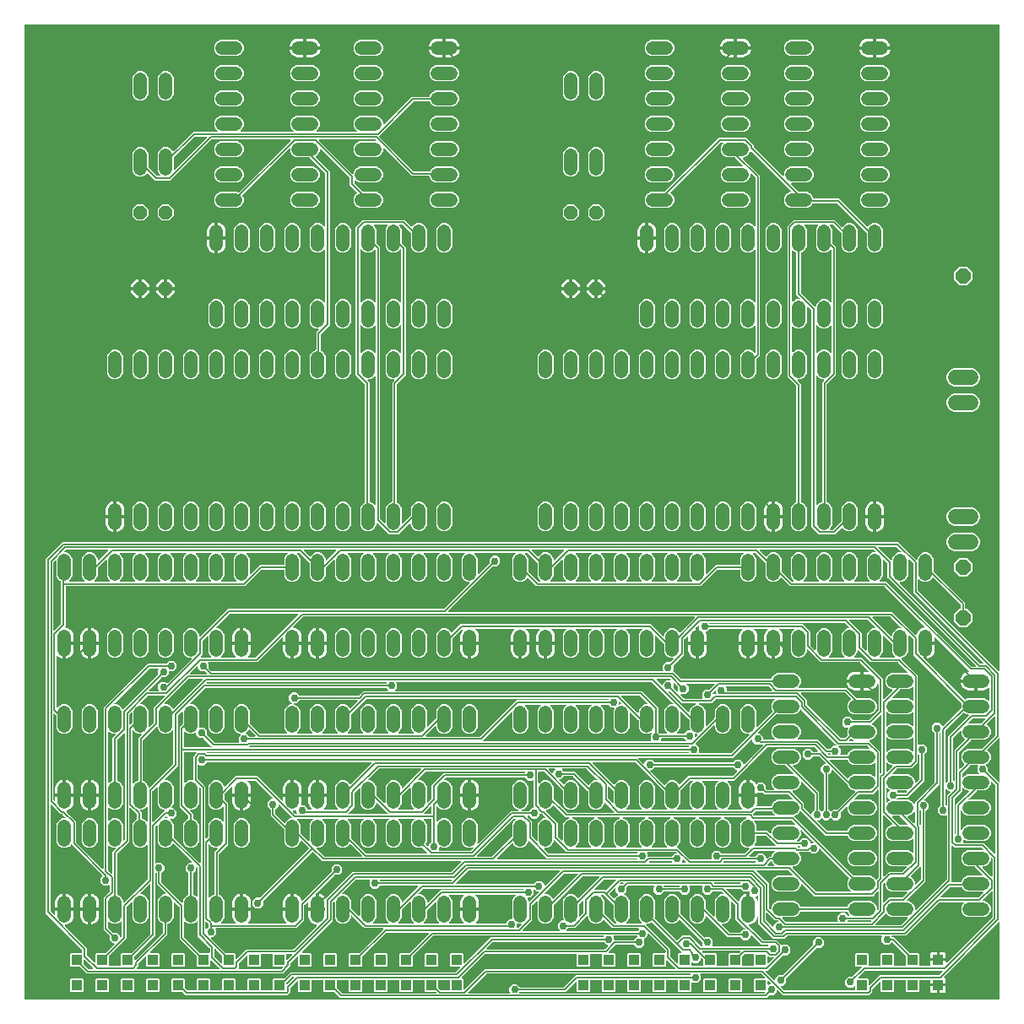
<source format=gbr>
G04 EAGLE Gerber RS-274X export*
G75*
%MOMM*%
%FSLAX34Y34*%
%LPD*%
%INBottom Copper*%
%IPPOS*%
%AMOC8*
5,1,8,0,0,1.08239X$1,22.5*%
G01*
%ADD10C,1.320800*%
%ADD11P,1.649562X8X22.500000*%
%ADD12C,1.524000*%
%ADD13P,1.429621X8X112.500000*%
%ADD14R,1.058000X1.058000*%
%ADD15C,0.152400*%
%ADD16C,0.756400*%

G36*
X-141837Y23499D02*
X-141837Y23499D01*
X-141818Y23497D01*
X-141716Y23519D01*
X-141614Y23535D01*
X-141597Y23545D01*
X-141577Y23549D01*
X-141488Y23602D01*
X-141397Y23651D01*
X-141383Y23665D01*
X-141366Y23675D01*
X-141299Y23754D01*
X-141227Y23829D01*
X-141219Y23847D01*
X-141206Y23862D01*
X-141167Y23958D01*
X-141124Y24052D01*
X-141122Y24072D01*
X-141114Y24090D01*
X-141096Y24257D01*
X-141096Y100721D01*
X-141107Y100791D01*
X-141109Y100863D01*
X-141127Y100912D01*
X-141135Y100963D01*
X-141169Y101027D01*
X-141194Y101094D01*
X-141226Y101135D01*
X-141251Y101181D01*
X-141303Y101230D01*
X-141347Y101286D01*
X-141391Y101314D01*
X-141429Y101350D01*
X-141494Y101380D01*
X-141554Y101419D01*
X-141605Y101432D01*
X-141652Y101454D01*
X-141723Y101462D01*
X-141793Y101479D01*
X-141845Y101475D01*
X-141896Y101481D01*
X-141967Y101466D01*
X-142038Y101460D01*
X-142086Y101440D01*
X-142137Y101429D01*
X-142198Y101392D01*
X-142264Y101364D01*
X-142320Y101319D01*
X-142348Y101302D01*
X-142363Y101285D01*
X-142395Y101259D01*
X-196841Y46813D01*
X-196910Y46717D01*
X-196981Y46621D01*
X-196982Y46617D01*
X-196985Y46613D01*
X-197019Y46501D01*
X-197056Y46386D01*
X-197056Y46382D01*
X-197057Y46378D01*
X-197054Y46260D01*
X-197052Y46140D01*
X-197051Y46137D01*
X-197051Y46132D01*
X-197010Y46021D01*
X-196970Y45909D01*
X-196967Y45905D01*
X-196966Y45901D01*
X-196892Y45809D01*
X-196818Y45715D01*
X-196814Y45712D01*
X-196812Y45709D01*
X-196801Y45702D01*
X-196683Y45616D01*
X-196350Y45423D01*
X-195877Y44950D01*
X-195542Y44371D01*
X-195369Y43724D01*
X-195369Y39474D01*
X-202587Y39474D01*
X-202606Y39471D01*
X-202626Y39473D01*
X-202728Y39451D01*
X-202830Y39435D01*
X-202847Y39425D01*
X-202867Y39421D01*
X-202956Y39368D01*
X-203047Y39319D01*
X-203061Y39305D01*
X-203078Y39295D01*
X-203145Y39216D01*
X-203199Y39159D01*
X-203207Y39173D01*
X-203221Y39187D01*
X-203231Y39204D01*
X-203310Y39271D01*
X-203385Y39343D01*
X-203403Y39351D01*
X-203418Y39364D01*
X-203515Y39403D01*
X-203608Y39446D01*
X-203628Y39448D01*
X-203646Y39456D01*
X-203813Y39474D01*
X-211031Y39474D01*
X-211031Y42672D01*
X-211034Y42692D01*
X-211032Y42711D01*
X-211054Y42813D01*
X-211070Y42915D01*
X-211080Y42932D01*
X-211084Y42952D01*
X-211137Y43041D01*
X-211186Y43132D01*
X-211200Y43146D01*
X-211210Y43163D01*
X-211289Y43230D01*
X-211364Y43302D01*
X-211382Y43310D01*
X-211397Y43323D01*
X-211493Y43362D01*
X-211587Y43405D01*
X-211607Y43407D01*
X-211625Y43415D01*
X-211792Y43433D01*
X-221024Y43433D01*
X-221044Y43430D01*
X-221063Y43432D01*
X-221165Y43410D01*
X-221267Y43394D01*
X-221284Y43384D01*
X-221304Y43380D01*
X-221393Y43327D01*
X-221484Y43278D01*
X-221498Y43264D01*
X-221515Y43254D01*
X-221582Y43175D01*
X-221654Y43100D01*
X-221662Y43082D01*
X-221675Y43067D01*
X-221714Y42971D01*
X-221757Y42877D01*
X-221759Y42857D01*
X-221767Y42839D01*
X-221785Y42672D01*
X-221785Y32178D01*
X-222678Y31285D01*
X-234522Y31285D01*
X-235415Y32178D01*
X-235415Y42672D01*
X-235418Y42692D01*
X-235416Y42711D01*
X-235438Y42813D01*
X-235454Y42915D01*
X-235464Y42932D01*
X-235468Y42952D01*
X-235521Y43041D01*
X-235570Y43132D01*
X-235584Y43146D01*
X-235594Y43163D01*
X-235673Y43230D01*
X-235748Y43302D01*
X-235766Y43310D01*
X-235781Y43323D01*
X-235877Y43362D01*
X-235971Y43405D01*
X-235991Y43407D01*
X-236009Y43415D01*
X-236176Y43433D01*
X-246424Y43433D01*
X-246444Y43430D01*
X-246463Y43432D01*
X-246565Y43410D01*
X-246667Y43394D01*
X-246684Y43384D01*
X-246704Y43380D01*
X-246793Y43327D01*
X-246884Y43278D01*
X-246898Y43264D01*
X-246915Y43254D01*
X-246982Y43175D01*
X-247054Y43100D01*
X-247062Y43082D01*
X-247075Y43067D01*
X-247114Y42971D01*
X-247157Y42877D01*
X-247159Y42857D01*
X-247167Y42839D01*
X-247185Y42672D01*
X-247185Y32178D01*
X-248078Y31285D01*
X-259922Y31285D01*
X-260815Y32178D01*
X-260815Y40438D01*
X-260826Y40508D01*
X-260828Y40580D01*
X-260846Y40629D01*
X-260854Y40680D01*
X-260888Y40744D01*
X-260913Y40811D01*
X-260945Y40852D01*
X-260970Y40898D01*
X-261022Y40947D01*
X-261066Y41003D01*
X-261110Y41031D01*
X-261148Y41067D01*
X-261213Y41097D01*
X-261273Y41136D01*
X-261324Y41149D01*
X-261371Y41171D01*
X-261442Y41179D01*
X-261512Y41196D01*
X-261564Y41192D01*
X-261615Y41198D01*
X-261686Y41183D01*
X-261757Y41177D01*
X-261805Y41157D01*
X-261856Y41146D01*
X-261917Y41109D01*
X-261983Y41081D01*
X-262039Y41036D01*
X-262067Y41019D01*
X-262082Y41002D01*
X-262114Y40976D01*
X-268762Y34328D01*
X-268815Y34254D01*
X-268875Y34184D01*
X-268887Y34154D01*
X-268906Y34128D01*
X-268933Y34041D01*
X-268967Y33956D01*
X-268971Y33915D01*
X-268978Y33893D01*
X-268977Y33861D01*
X-268985Y33789D01*
X-268985Y31057D01*
X-271849Y28193D01*
X-359087Y28193D01*
X-363726Y32832D01*
X-363784Y32874D01*
X-363836Y32923D01*
X-363883Y32945D01*
X-363925Y32975D01*
X-363994Y32996D01*
X-364059Y33027D01*
X-364111Y33032D01*
X-364161Y33048D01*
X-364232Y33046D01*
X-364303Y33054D01*
X-364354Y33043D01*
X-364406Y33041D01*
X-364474Y33017D01*
X-364544Y33002D01*
X-364589Y32975D01*
X-364637Y32957D01*
X-364693Y32912D01*
X-364755Y32875D01*
X-364789Y32836D01*
X-364829Y32803D01*
X-364868Y32743D01*
X-364915Y32688D01*
X-364934Y32640D01*
X-364962Y32596D01*
X-364980Y32527D01*
X-365007Y32460D01*
X-365015Y32389D01*
X-365023Y32358D01*
X-365021Y32334D01*
X-365025Y32294D01*
X-365025Y31330D01*
X-368134Y28221D01*
X-372089Y28221D01*
X-372180Y28207D01*
X-372270Y28199D01*
X-372300Y28187D01*
X-372332Y28182D01*
X-372413Y28139D01*
X-372497Y28103D01*
X-372529Y28077D01*
X-372550Y28066D01*
X-372572Y28043D01*
X-372628Y27998D01*
X-375481Y25145D01*
X-802571Y25145D01*
X-808488Y31062D01*
X-808562Y31115D01*
X-808632Y31175D01*
X-808662Y31187D01*
X-808688Y31206D01*
X-808775Y31233D01*
X-808860Y31267D01*
X-808901Y31271D01*
X-808923Y31278D01*
X-808955Y31277D01*
X-809027Y31285D01*
X-818722Y31285D01*
X-819615Y32178D01*
X-819615Y42672D01*
X-819618Y42692D01*
X-819616Y42711D01*
X-819638Y42813D01*
X-819654Y42915D01*
X-819664Y42932D01*
X-819668Y42952D01*
X-819721Y43041D01*
X-819770Y43132D01*
X-819784Y43146D01*
X-819794Y43163D01*
X-819873Y43230D01*
X-819948Y43302D01*
X-819966Y43310D01*
X-819981Y43323D01*
X-820077Y43362D01*
X-820171Y43405D01*
X-820191Y43407D01*
X-820209Y43415D01*
X-820376Y43433D01*
X-830624Y43433D01*
X-830644Y43430D01*
X-830663Y43432D01*
X-830765Y43410D01*
X-830867Y43394D01*
X-830884Y43384D01*
X-830904Y43380D01*
X-830993Y43327D01*
X-831084Y43278D01*
X-831098Y43264D01*
X-831115Y43254D01*
X-831182Y43175D01*
X-831254Y43100D01*
X-831262Y43082D01*
X-831275Y43067D01*
X-831314Y42971D01*
X-831357Y42877D01*
X-831359Y42857D01*
X-831367Y42839D01*
X-831385Y42672D01*
X-831385Y32178D01*
X-832278Y31285D01*
X-844122Y31285D01*
X-845015Y32178D01*
X-845015Y41454D01*
X-845026Y41524D01*
X-845028Y41596D01*
X-845046Y41645D01*
X-845054Y41696D01*
X-845088Y41760D01*
X-845113Y41827D01*
X-845145Y41868D01*
X-845170Y41914D01*
X-845222Y41963D01*
X-845266Y42019D01*
X-845310Y42047D01*
X-845348Y42083D01*
X-845413Y42113D01*
X-845473Y42152D01*
X-845524Y42165D01*
X-845571Y42187D01*
X-845642Y42195D01*
X-845712Y42212D01*
X-845764Y42208D01*
X-845815Y42214D01*
X-845886Y42199D01*
X-845957Y42193D01*
X-846005Y42173D01*
X-846056Y42162D01*
X-846117Y42125D01*
X-846183Y42097D01*
X-846239Y42052D01*
X-846267Y42035D01*
X-846282Y42018D01*
X-846314Y41992D01*
X-852454Y35852D01*
X-852507Y35778D01*
X-852567Y35708D01*
X-852579Y35678D01*
X-852598Y35652D01*
X-852625Y35565D01*
X-852659Y35480D01*
X-852663Y35439D01*
X-852670Y35417D01*
X-852669Y35385D01*
X-852677Y35313D01*
X-852677Y31057D01*
X-855541Y28193D01*
X-958019Y28193D01*
X-960888Y31062D01*
X-960962Y31115D01*
X-961032Y31175D01*
X-961062Y31187D01*
X-961088Y31206D01*
X-961175Y31233D01*
X-961260Y31267D01*
X-961301Y31271D01*
X-961323Y31278D01*
X-961355Y31277D01*
X-961426Y31285D01*
X-971122Y31285D01*
X-972015Y32178D01*
X-972015Y44022D01*
X-971122Y44915D01*
X-959278Y44915D01*
X-958385Y44022D01*
X-958385Y35342D01*
X-958371Y35252D01*
X-958363Y35161D01*
X-958351Y35132D01*
X-958346Y35100D01*
X-958303Y35019D01*
X-958267Y34935D01*
X-958241Y34903D01*
X-958230Y34882D01*
X-958207Y34860D01*
X-958162Y34804D01*
X-956348Y32990D01*
X-956274Y32937D01*
X-956204Y32877D01*
X-956174Y32865D01*
X-956148Y32846D01*
X-956061Y32819D01*
X-955976Y32785D01*
X-955935Y32781D01*
X-955913Y32774D01*
X-955881Y32775D01*
X-955809Y32767D01*
X-947376Y32767D01*
X-947356Y32770D01*
X-947337Y32768D01*
X-947235Y32790D01*
X-947133Y32806D01*
X-947116Y32816D01*
X-947096Y32820D01*
X-947007Y32873D01*
X-946916Y32922D01*
X-946902Y32936D01*
X-946885Y32946D01*
X-946818Y33025D01*
X-946746Y33100D01*
X-946738Y33118D01*
X-946725Y33133D01*
X-946686Y33229D01*
X-946643Y33323D01*
X-946641Y33343D01*
X-946633Y33361D01*
X-946615Y33528D01*
X-946615Y44022D01*
X-945722Y44915D01*
X-933878Y44915D01*
X-932985Y44022D01*
X-932985Y33528D01*
X-932982Y33508D01*
X-932984Y33489D01*
X-932962Y33387D01*
X-932946Y33285D01*
X-932936Y33268D01*
X-932932Y33248D01*
X-932879Y33159D01*
X-932830Y33068D01*
X-932816Y33054D01*
X-932806Y33037D01*
X-932727Y32970D01*
X-932652Y32898D01*
X-932634Y32890D01*
X-932619Y32877D01*
X-932523Y32838D01*
X-932429Y32795D01*
X-932409Y32793D01*
X-932391Y32785D01*
X-932224Y32767D01*
X-921976Y32767D01*
X-921956Y32770D01*
X-921937Y32768D01*
X-921835Y32790D01*
X-921733Y32806D01*
X-921716Y32816D01*
X-921696Y32820D01*
X-921607Y32873D01*
X-921516Y32922D01*
X-921502Y32936D01*
X-921485Y32946D01*
X-921418Y33025D01*
X-921346Y33100D01*
X-921338Y33118D01*
X-921325Y33133D01*
X-921286Y33229D01*
X-921243Y33323D01*
X-921241Y33343D01*
X-921233Y33361D01*
X-921215Y33528D01*
X-921215Y44022D01*
X-920322Y44915D01*
X-908478Y44915D01*
X-907585Y44022D01*
X-907585Y33528D01*
X-907582Y33508D01*
X-907584Y33489D01*
X-907562Y33387D01*
X-907546Y33285D01*
X-907536Y33268D01*
X-907532Y33248D01*
X-907479Y33159D01*
X-907430Y33068D01*
X-907416Y33054D01*
X-907406Y33037D01*
X-907327Y32970D01*
X-907252Y32898D01*
X-907234Y32890D01*
X-907219Y32877D01*
X-907123Y32838D01*
X-907029Y32795D01*
X-907009Y32793D01*
X-906991Y32785D01*
X-906824Y32767D01*
X-896576Y32767D01*
X-896556Y32770D01*
X-896537Y32768D01*
X-896435Y32790D01*
X-896333Y32806D01*
X-896316Y32816D01*
X-896296Y32820D01*
X-896207Y32873D01*
X-896116Y32922D01*
X-896102Y32936D01*
X-896085Y32946D01*
X-896018Y33025D01*
X-895946Y33100D01*
X-895938Y33118D01*
X-895925Y33133D01*
X-895886Y33229D01*
X-895843Y33323D01*
X-895841Y33343D01*
X-895833Y33361D01*
X-895815Y33528D01*
X-895815Y44022D01*
X-894922Y44915D01*
X-883078Y44915D01*
X-882185Y44022D01*
X-882185Y33528D01*
X-882182Y33508D01*
X-882184Y33489D01*
X-882162Y33387D01*
X-882146Y33285D01*
X-882136Y33268D01*
X-882132Y33248D01*
X-882079Y33159D01*
X-882030Y33068D01*
X-882016Y33054D01*
X-882006Y33037D01*
X-881927Y32970D01*
X-881852Y32898D01*
X-881834Y32890D01*
X-881819Y32877D01*
X-881723Y32838D01*
X-881629Y32795D01*
X-881609Y32793D01*
X-881591Y32785D01*
X-881424Y32767D01*
X-871176Y32767D01*
X-871156Y32770D01*
X-871137Y32768D01*
X-871035Y32790D01*
X-870933Y32806D01*
X-870916Y32816D01*
X-870896Y32820D01*
X-870807Y32873D01*
X-870716Y32922D01*
X-870702Y32936D01*
X-870685Y32946D01*
X-870618Y33025D01*
X-870546Y33100D01*
X-870538Y33118D01*
X-870525Y33133D01*
X-870486Y33229D01*
X-870443Y33323D01*
X-870441Y33343D01*
X-870433Y33361D01*
X-870415Y33528D01*
X-870415Y44022D01*
X-869522Y44915D01*
X-859319Y44915D01*
X-859228Y44929D01*
X-859138Y44937D01*
X-859108Y44949D01*
X-859076Y44954D01*
X-858995Y44997D01*
X-858911Y45033D01*
X-858879Y45059D01*
X-858858Y45070D01*
X-858836Y45093D01*
X-858780Y45138D01*
X-852863Y51055D01*
X-687063Y51055D01*
X-686972Y51069D01*
X-686882Y51077D01*
X-686852Y51089D01*
X-686820Y51094D01*
X-686739Y51137D01*
X-686655Y51173D01*
X-686623Y51199D01*
X-686602Y51210D01*
X-686580Y51233D01*
X-686524Y51278D01*
X-682416Y55386D01*
X-682374Y55444D01*
X-682325Y55496D01*
X-682303Y55543D01*
X-682273Y55585D01*
X-682252Y55654D01*
X-682221Y55719D01*
X-682216Y55771D01*
X-682200Y55821D01*
X-682202Y55892D01*
X-682194Y55963D01*
X-682205Y56014D01*
X-682207Y56066D01*
X-682231Y56134D01*
X-682246Y56204D01*
X-682273Y56249D01*
X-682291Y56297D01*
X-682336Y56353D01*
X-682373Y56415D01*
X-682412Y56449D01*
X-682445Y56489D01*
X-682505Y56528D01*
X-682560Y56575D01*
X-682608Y56594D01*
X-682652Y56622D01*
X-682721Y56640D01*
X-682788Y56667D01*
X-682859Y56675D01*
X-682890Y56683D01*
X-682914Y56681D01*
X-682954Y56685D01*
X-691722Y56685D01*
X-692615Y57578D01*
X-692615Y69422D01*
X-691722Y70315D01*
X-679878Y70315D01*
X-678985Y69422D01*
X-678985Y60654D01*
X-678974Y60584D01*
X-678972Y60512D01*
X-678954Y60463D01*
X-678946Y60412D01*
X-678912Y60348D01*
X-678887Y60281D01*
X-678855Y60240D01*
X-678830Y60194D01*
X-678778Y60145D01*
X-678734Y60089D01*
X-678690Y60061D01*
X-678652Y60025D01*
X-678587Y59995D01*
X-678527Y59956D01*
X-678476Y59943D01*
X-678429Y59921D01*
X-678358Y59913D01*
X-678288Y59896D01*
X-678236Y59900D01*
X-678185Y59894D01*
X-678114Y59909D01*
X-678043Y59915D01*
X-677995Y59935D01*
X-677944Y59946D01*
X-677883Y59983D01*
X-677817Y60011D01*
X-677761Y60056D01*
X-677733Y60073D01*
X-677718Y60090D01*
X-677686Y60116D01*
X-651695Y86107D01*
X-538933Y86107D01*
X-538842Y86122D01*
X-538750Y86129D01*
X-538713Y86143D01*
X-538691Y86146D01*
X-538691Y86147D01*
X-538662Y86162D01*
X-538593Y86187D01*
X-538536Y86229D01*
X-538473Y86262D01*
X-538437Y86300D01*
X-538394Y86331D01*
X-538353Y86389D01*
X-538304Y86440D01*
X-538282Y86488D01*
X-538251Y86531D01*
X-538230Y86599D01*
X-538200Y86663D01*
X-538194Y86716D01*
X-538179Y86767D01*
X-538181Y86837D01*
X-538173Y86907D01*
X-538184Y86959D01*
X-538186Y87013D01*
X-538210Y87079D01*
X-538225Y87148D01*
X-538253Y87193D01*
X-538271Y87243D01*
X-538315Y87298D01*
X-538352Y87359D01*
X-538392Y87393D01*
X-538425Y87435D01*
X-538485Y87473D01*
X-538539Y87519D01*
X-538588Y87539D01*
X-538633Y87567D01*
X-538701Y87584D01*
X-538767Y87611D01*
X-538840Y87619D01*
X-538871Y87627D01*
X-538894Y87625D01*
X-538933Y87629D01*
X-708921Y87629D01*
X-709012Y87615D01*
X-709102Y87607D01*
X-709132Y87595D01*
X-709164Y87590D01*
X-709245Y87547D01*
X-709329Y87511D01*
X-709361Y87485D01*
X-709382Y87474D01*
X-709404Y87451D01*
X-709460Y87406D01*
X-729562Y67304D01*
X-729615Y67230D01*
X-729675Y67160D01*
X-729687Y67130D01*
X-729706Y67104D01*
X-729733Y67017D01*
X-729767Y66932D01*
X-729771Y66891D01*
X-729778Y66869D01*
X-729777Y66837D01*
X-729785Y66765D01*
X-729785Y57578D01*
X-730678Y56685D01*
X-742522Y56685D01*
X-743415Y57578D01*
X-743415Y69422D01*
X-742522Y70315D01*
X-733335Y70315D01*
X-733244Y70329D01*
X-733154Y70337D01*
X-733124Y70349D01*
X-733092Y70354D01*
X-733011Y70397D01*
X-732927Y70433D01*
X-732895Y70459D01*
X-732874Y70470D01*
X-732852Y70493D01*
X-732796Y70538D01*
X-713956Y89378D01*
X-713914Y89436D01*
X-713865Y89488D01*
X-713843Y89535D01*
X-713813Y89577D01*
X-713792Y89646D01*
X-713761Y89711D01*
X-713756Y89763D01*
X-713740Y89813D01*
X-713742Y89884D01*
X-713734Y89955D01*
X-713745Y90006D01*
X-713747Y90058D01*
X-713771Y90126D01*
X-713786Y90196D01*
X-713813Y90241D01*
X-713831Y90289D01*
X-713876Y90345D01*
X-713913Y90407D01*
X-713952Y90441D01*
X-713985Y90481D01*
X-714045Y90520D01*
X-714100Y90567D01*
X-714148Y90586D01*
X-714192Y90614D01*
X-714261Y90632D01*
X-714328Y90659D01*
X-714399Y90667D01*
X-714430Y90675D01*
X-714454Y90673D01*
X-714494Y90677D01*
X-756165Y90677D01*
X-756256Y90663D01*
X-756346Y90655D01*
X-756376Y90643D01*
X-756408Y90638D01*
X-756489Y90595D01*
X-756573Y90559D01*
X-756605Y90533D01*
X-756626Y90522D01*
X-756648Y90499D01*
X-756704Y90454D01*
X-780362Y66796D01*
X-780415Y66722D01*
X-780475Y66652D01*
X-780487Y66622D01*
X-780506Y66596D01*
X-780533Y66509D01*
X-780567Y66424D01*
X-780571Y66383D01*
X-780578Y66361D01*
X-780577Y66329D01*
X-780585Y66257D01*
X-780585Y57578D01*
X-781478Y56685D01*
X-793322Y56685D01*
X-794215Y57578D01*
X-794215Y69422D01*
X-793322Y70315D01*
X-783627Y70315D01*
X-783536Y70329D01*
X-783446Y70337D01*
X-783416Y70349D01*
X-783384Y70354D01*
X-783303Y70397D01*
X-783219Y70433D01*
X-783187Y70459D01*
X-783166Y70470D01*
X-783144Y70493D01*
X-783088Y70538D01*
X-759676Y93950D01*
X-759634Y94008D01*
X-759585Y94060D01*
X-759563Y94107D01*
X-759533Y94149D01*
X-759512Y94218D01*
X-759481Y94283D01*
X-759476Y94335D01*
X-759460Y94385D01*
X-759462Y94456D01*
X-759454Y94527D01*
X-759465Y94578D01*
X-759467Y94630D01*
X-759491Y94698D01*
X-759506Y94768D01*
X-759533Y94813D01*
X-759551Y94861D01*
X-759596Y94917D01*
X-759633Y94979D01*
X-759672Y95013D01*
X-759705Y95053D01*
X-759765Y95092D01*
X-759820Y95139D01*
X-759868Y95158D01*
X-759912Y95186D01*
X-759981Y95204D01*
X-760048Y95231D01*
X-760119Y95239D01*
X-760150Y95247D01*
X-760174Y95245D01*
X-760214Y95249D01*
X-778187Y95249D01*
X-779750Y96812D01*
X-790672Y107734D01*
X-790730Y107776D01*
X-790782Y107825D01*
X-790829Y107847D01*
X-790871Y107877D01*
X-790940Y107898D01*
X-791005Y107929D01*
X-791057Y107934D01*
X-791107Y107950D01*
X-791178Y107948D01*
X-791249Y107956D01*
X-791300Y107945D01*
X-791352Y107943D01*
X-791420Y107919D01*
X-791490Y107904D01*
X-791535Y107877D01*
X-791583Y107859D01*
X-791639Y107814D01*
X-791701Y107777D01*
X-791735Y107738D01*
X-791775Y107705D01*
X-791814Y107645D01*
X-791861Y107590D01*
X-791880Y107542D01*
X-791908Y107498D01*
X-791926Y107429D01*
X-791953Y107362D01*
X-791961Y107291D01*
X-791969Y107260D01*
X-791967Y107236D01*
X-791971Y107196D01*
X-791971Y106079D01*
X-793209Y103091D01*
X-795495Y100805D01*
X-798483Y99567D01*
X-801717Y99567D01*
X-804705Y100805D01*
X-806991Y103091D01*
X-808229Y106079D01*
X-808229Y120912D01*
X-808240Y120982D01*
X-808242Y121054D01*
X-808260Y121103D01*
X-808268Y121154D01*
X-808302Y121218D01*
X-808327Y121285D01*
X-808359Y121326D01*
X-808384Y121372D01*
X-808435Y121421D01*
X-808480Y121477D01*
X-808524Y121505D01*
X-808562Y121541D01*
X-808627Y121571D01*
X-808687Y121610D01*
X-808738Y121623D01*
X-808785Y121645D01*
X-808856Y121653D01*
X-808926Y121670D01*
X-808978Y121666D01*
X-809029Y121672D01*
X-809100Y121657D01*
X-809171Y121651D01*
X-809219Y121631D01*
X-809270Y121620D01*
X-809331Y121583D01*
X-809397Y121555D01*
X-809453Y121510D01*
X-809481Y121493D01*
X-809496Y121476D01*
X-809528Y121450D01*
X-809782Y121196D01*
X-809835Y121122D01*
X-809895Y121052D01*
X-809907Y121022D01*
X-809926Y120996D01*
X-809953Y120909D01*
X-809987Y120824D01*
X-809991Y120783D01*
X-809998Y120761D01*
X-809997Y120729D01*
X-810005Y120657D01*
X-810005Y102685D01*
X-841076Y71614D01*
X-841118Y71556D01*
X-841167Y71504D01*
X-841189Y71457D01*
X-841219Y71415D01*
X-841240Y71346D01*
X-841271Y71281D01*
X-841276Y71229D01*
X-841292Y71179D01*
X-841290Y71108D01*
X-841298Y71037D01*
X-841287Y70986D01*
X-841285Y70934D01*
X-841261Y70866D01*
X-841246Y70796D01*
X-841219Y70751D01*
X-841201Y70703D01*
X-841156Y70647D01*
X-841119Y70585D01*
X-841080Y70551D01*
X-841047Y70511D01*
X-840987Y70472D01*
X-840932Y70425D01*
X-840884Y70406D01*
X-840840Y70378D01*
X-840771Y70360D01*
X-840704Y70333D01*
X-840633Y70325D01*
X-840602Y70317D01*
X-840578Y70319D01*
X-840538Y70315D01*
X-832278Y70315D01*
X-831385Y69422D01*
X-831385Y57578D01*
X-832278Y56685D01*
X-844122Y56685D01*
X-845015Y57578D01*
X-845015Y65838D01*
X-845026Y65908D01*
X-845028Y65980D01*
X-845046Y66029D01*
X-845054Y66080D01*
X-845088Y66144D01*
X-845113Y66211D01*
X-845145Y66252D01*
X-845170Y66298D01*
X-845222Y66347D01*
X-845266Y66403D01*
X-845310Y66431D01*
X-845348Y66467D01*
X-845413Y66497D01*
X-845473Y66536D01*
X-845524Y66549D01*
X-845571Y66571D01*
X-845642Y66579D01*
X-845712Y66596D01*
X-845764Y66592D01*
X-845815Y66598D01*
X-845886Y66583D01*
X-845957Y66577D01*
X-846005Y66557D01*
X-846056Y66546D01*
X-846117Y66509D01*
X-846183Y66481D01*
X-846239Y66436D01*
X-846267Y66419D01*
X-846282Y66402D01*
X-846314Y66376D01*
X-852454Y60236D01*
X-852507Y60162D01*
X-852567Y60092D01*
X-852579Y60062D01*
X-852598Y60036D01*
X-852625Y59949D01*
X-852659Y59864D01*
X-852663Y59823D01*
X-852670Y59801D01*
X-852669Y59769D01*
X-852677Y59697D01*
X-852677Y56965D01*
X-860113Y49529D01*
X-1057079Y49529D01*
X-1064012Y56462D01*
X-1064086Y56515D01*
X-1064156Y56575D01*
X-1064186Y56587D01*
X-1064212Y56606D01*
X-1064299Y56633D01*
X-1064384Y56667D01*
X-1064425Y56671D01*
X-1064447Y56678D01*
X-1064479Y56677D01*
X-1064551Y56685D01*
X-1072722Y56685D01*
X-1073615Y57578D01*
X-1073615Y69422D01*
X-1072722Y70315D01*
X-1062228Y70315D01*
X-1062208Y70318D01*
X-1062189Y70316D01*
X-1062087Y70338D01*
X-1061985Y70354D01*
X-1061968Y70364D01*
X-1061948Y70368D01*
X-1061859Y70421D01*
X-1061768Y70470D01*
X-1061754Y70484D01*
X-1061737Y70494D01*
X-1061670Y70573D01*
X-1061598Y70648D01*
X-1061590Y70666D01*
X-1061577Y70681D01*
X-1061538Y70777D01*
X-1061495Y70871D01*
X-1061493Y70891D01*
X-1061485Y70909D01*
X-1061467Y71076D01*
X-1061467Y73413D01*
X-1061481Y73504D01*
X-1061489Y73594D01*
X-1061501Y73624D01*
X-1061506Y73656D01*
X-1061549Y73737D01*
X-1061585Y73821D01*
X-1061611Y73853D01*
X-1061622Y73874D01*
X-1061645Y73896D01*
X-1061690Y73952D01*
X-1098043Y110305D01*
X-1098043Y465767D01*
X-1081463Y482347D01*
X-242893Y482347D01*
X-225328Y464782D01*
X-225270Y464740D01*
X-225218Y464691D01*
X-225171Y464669D01*
X-225129Y464639D01*
X-225060Y464618D01*
X-224995Y464587D01*
X-224943Y464582D01*
X-224893Y464566D01*
X-224822Y464568D01*
X-224751Y464560D01*
X-224700Y464571D01*
X-224648Y464573D01*
X-224580Y464597D01*
X-224510Y464612D01*
X-224465Y464639D01*
X-224417Y464657D01*
X-224361Y464702D01*
X-224299Y464739D01*
X-224265Y464778D01*
X-224225Y464811D01*
X-224186Y464871D01*
X-224139Y464926D01*
X-224120Y464974D01*
X-224092Y465018D01*
X-224074Y465087D01*
X-224047Y465154D01*
X-224039Y465225D01*
X-224031Y465256D01*
X-224033Y465280D01*
X-224029Y465320D01*
X-224029Y465421D01*
X-222791Y468409D01*
X-220505Y470695D01*
X-217517Y471933D01*
X-214283Y471933D01*
X-211295Y470695D01*
X-209009Y468409D01*
X-207771Y465421D01*
X-207771Y453636D01*
X-207757Y453546D01*
X-207749Y453455D01*
X-207737Y453426D01*
X-207732Y453394D01*
X-207689Y453313D01*
X-207653Y453229D01*
X-207627Y453197D01*
X-207616Y453176D01*
X-207593Y453154D01*
X-207548Y453098D01*
X-176021Y421571D01*
X-176021Y416306D01*
X-176018Y416286D01*
X-176020Y416267D01*
X-175998Y416165D01*
X-175982Y416063D01*
X-175972Y416046D01*
X-175968Y416026D01*
X-175915Y415937D01*
X-175866Y415846D01*
X-175852Y415832D01*
X-175842Y415815D01*
X-175763Y415748D01*
X-175688Y415676D01*
X-175670Y415668D01*
X-175655Y415655D01*
X-175559Y415616D01*
X-175465Y415573D01*
X-175445Y415571D01*
X-175427Y415563D01*
X-175260Y415545D01*
X-174012Y415545D01*
X-168655Y410188D01*
X-168655Y402612D01*
X-174012Y397255D01*
X-181588Y397255D01*
X-186945Y402612D01*
X-186945Y410188D01*
X-181588Y415545D01*
X-181356Y415545D01*
X-181336Y415548D01*
X-181317Y415546D01*
X-181215Y415568D01*
X-181113Y415584D01*
X-181096Y415594D01*
X-181076Y415598D01*
X-180987Y415651D01*
X-180896Y415700D01*
X-180882Y415714D01*
X-180865Y415724D01*
X-180798Y415803D01*
X-180726Y415878D01*
X-180718Y415896D01*
X-180705Y415911D01*
X-180666Y416007D01*
X-180623Y416101D01*
X-180621Y416121D01*
X-180613Y416139D01*
X-180595Y416306D01*
X-180595Y419361D01*
X-180597Y419375D01*
X-180596Y419385D01*
X-180607Y419438D01*
X-180609Y419452D01*
X-180617Y419542D01*
X-180629Y419572D01*
X-180634Y419604D01*
X-180677Y419685D01*
X-180713Y419769D01*
X-180739Y419801D01*
X-180750Y419822D01*
X-180773Y419844D01*
X-180818Y419900D01*
X-207588Y446670D01*
X-207626Y446697D01*
X-207657Y446731D01*
X-207725Y446769D01*
X-207788Y446814D01*
X-207832Y446827D01*
X-207872Y446850D01*
X-207949Y446863D01*
X-208023Y446886D01*
X-208069Y446885D01*
X-208114Y446893D01*
X-208191Y446882D01*
X-208269Y446880D01*
X-208312Y446864D01*
X-208358Y446857D01*
X-208427Y446822D01*
X-208500Y446795D01*
X-208536Y446767D01*
X-208577Y446746D01*
X-208631Y446690D01*
X-208692Y446642D01*
X-208717Y446603D01*
X-208749Y446570D01*
X-208815Y446451D01*
X-208825Y446435D01*
X-208826Y446430D01*
X-208830Y446423D01*
X-209009Y445991D01*
X-211295Y443705D01*
X-214283Y442467D01*
X-217517Y442467D01*
X-220505Y443705D01*
X-221966Y445166D01*
X-222024Y445208D01*
X-222076Y445257D01*
X-222123Y445279D01*
X-222165Y445310D01*
X-222234Y445331D01*
X-222299Y445361D01*
X-222351Y445367D01*
X-222401Y445382D01*
X-222472Y445380D01*
X-222543Y445388D01*
X-222594Y445377D01*
X-222646Y445376D01*
X-222714Y445351D01*
X-222784Y445336D01*
X-222829Y445309D01*
X-222877Y445291D01*
X-222933Y445246D01*
X-222995Y445209D01*
X-223029Y445170D01*
X-223069Y445137D01*
X-223108Y445077D01*
X-223155Y445023D01*
X-223174Y444974D01*
X-223202Y444930D01*
X-223220Y444861D01*
X-223247Y444794D01*
X-223255Y444723D01*
X-223263Y444692D01*
X-223261Y444669D01*
X-223265Y444628D01*
X-223265Y434079D01*
X-223251Y433988D01*
X-223243Y433898D01*
X-223231Y433868D01*
X-223226Y433836D01*
X-223183Y433755D01*
X-223147Y433671D01*
X-223121Y433639D01*
X-223110Y433618D01*
X-223087Y433596D01*
X-223042Y433540D01*
X-142532Y353030D01*
X-142395Y352893D01*
X-142337Y352851D01*
X-142285Y352802D01*
X-142238Y352780D01*
X-142196Y352750D01*
X-142127Y352729D01*
X-142062Y352698D01*
X-142010Y352693D01*
X-141961Y352677D01*
X-141889Y352679D01*
X-141818Y352671D01*
X-141767Y352682D01*
X-141715Y352684D01*
X-141647Y352708D01*
X-141577Y352723D01*
X-141532Y352750D01*
X-141484Y352768D01*
X-141428Y352813D01*
X-141366Y352850D01*
X-141332Y352889D01*
X-141292Y352922D01*
X-141253Y352982D01*
X-141206Y353037D01*
X-141187Y353085D01*
X-141159Y353129D01*
X-141141Y353198D01*
X-141114Y353265D01*
X-141106Y353336D01*
X-141098Y353367D01*
X-141100Y353390D01*
X-141096Y353431D01*
X-141096Y1001143D01*
X-141099Y1001163D01*
X-141097Y1001182D01*
X-141119Y1001284D01*
X-141135Y1001386D01*
X-141145Y1001403D01*
X-141149Y1001423D01*
X-141202Y1001512D01*
X-141251Y1001603D01*
X-141265Y1001617D01*
X-141275Y1001634D01*
X-141354Y1001701D01*
X-141429Y1001773D01*
X-141447Y1001781D01*
X-141462Y1001794D01*
X-141558Y1001833D01*
X-141652Y1001876D01*
X-141672Y1001878D01*
X-141690Y1001886D01*
X-141857Y1001904D01*
X-1118743Y1001904D01*
X-1118763Y1001901D01*
X-1118782Y1001903D01*
X-1118884Y1001881D01*
X-1118986Y1001865D01*
X-1119003Y1001855D01*
X-1119023Y1001851D01*
X-1119112Y1001798D01*
X-1119203Y1001749D01*
X-1119217Y1001735D01*
X-1119234Y1001725D01*
X-1119301Y1001646D01*
X-1119373Y1001571D01*
X-1119381Y1001553D01*
X-1119394Y1001538D01*
X-1119433Y1001442D01*
X-1119476Y1001348D01*
X-1119478Y1001328D01*
X-1119486Y1001310D01*
X-1119504Y1001143D01*
X-1119504Y24257D01*
X-1119501Y24237D01*
X-1119503Y24218D01*
X-1119481Y24116D01*
X-1119465Y24014D01*
X-1119455Y23997D01*
X-1119451Y23977D01*
X-1119398Y23888D01*
X-1119349Y23797D01*
X-1119335Y23783D01*
X-1119325Y23766D01*
X-1119246Y23699D01*
X-1119171Y23627D01*
X-1119153Y23619D01*
X-1119138Y23606D01*
X-1119042Y23567D01*
X-1118948Y23524D01*
X-1118928Y23522D01*
X-1118910Y23514D01*
X-1118743Y23496D01*
X-141857Y23496D01*
X-141837Y23499D01*
G37*
G36*
X-1040802Y154437D02*
X-1040802Y154437D01*
X-1040750Y154439D01*
X-1040682Y154463D01*
X-1040612Y154478D01*
X-1040567Y154505D01*
X-1040519Y154523D01*
X-1040463Y154568D01*
X-1040442Y154580D01*
X-1040432Y154586D01*
X-1040430Y154587D01*
X-1040401Y154605D01*
X-1040367Y154644D01*
X-1040327Y154677D01*
X-1040288Y154737D01*
X-1040286Y154739D01*
X-1040262Y154764D01*
X-1040260Y154770D01*
X-1040241Y154792D01*
X-1040222Y154840D01*
X-1040194Y154884D01*
X-1040178Y154946D01*
X-1040159Y154987D01*
X-1040158Y154999D01*
X-1040149Y155020D01*
X-1040141Y155091D01*
X-1040133Y155122D01*
X-1040135Y155146D01*
X-1040131Y155186D01*
X-1040131Y316415D01*
X-996119Y360427D01*
X-977845Y360427D01*
X-977755Y360441D01*
X-977664Y360449D01*
X-977635Y360461D01*
X-977603Y360466D01*
X-977522Y360509D01*
X-977438Y360545D01*
X-977406Y360571D01*
X-977385Y360582D01*
X-977363Y360605D01*
X-977307Y360650D01*
X-974510Y363447D01*
X-970114Y363447D01*
X-967005Y360338D01*
X-967005Y355942D01*
X-970114Y352833D01*
X-973864Y352833D01*
X-973884Y352830D01*
X-973903Y352832D01*
X-974005Y352810D01*
X-974107Y352794D01*
X-974124Y352784D01*
X-974144Y352780D01*
X-974233Y352727D01*
X-974324Y352678D01*
X-974338Y352664D01*
X-974355Y352654D01*
X-974422Y352575D01*
X-974494Y352500D01*
X-974502Y352482D01*
X-974515Y352467D01*
X-974554Y352371D01*
X-974597Y352277D01*
X-974599Y352257D01*
X-974607Y352239D01*
X-974625Y352072D01*
X-974625Y349846D01*
X-977734Y346737D01*
X-981690Y346737D01*
X-981780Y346723D01*
X-981871Y346715D01*
X-981900Y346703D01*
X-981932Y346698D01*
X-982013Y346655D01*
X-982097Y346619D01*
X-982129Y346593D01*
X-982150Y346582D01*
X-982172Y346559D01*
X-982228Y346514D01*
X-994448Y334294D01*
X-994490Y334236D01*
X-994539Y334184D01*
X-994561Y334137D01*
X-994591Y334095D01*
X-994612Y334026D01*
X-994643Y333961D01*
X-994648Y333909D01*
X-994664Y333859D01*
X-994662Y333788D01*
X-994670Y333717D01*
X-994659Y333666D01*
X-994657Y333614D01*
X-994633Y333546D01*
X-994618Y333476D01*
X-994591Y333432D01*
X-994573Y333383D01*
X-994528Y333327D01*
X-994491Y333265D01*
X-994452Y333231D01*
X-994419Y333191D01*
X-994359Y333152D01*
X-994304Y333105D01*
X-994256Y333086D01*
X-994212Y333058D01*
X-994143Y333040D01*
X-994076Y333013D01*
X-994005Y333005D01*
X-993974Y332997D01*
X-993950Y332999D01*
X-993910Y332995D01*
X-985465Y332995D01*
X-985395Y333006D01*
X-985323Y333008D01*
X-985274Y333026D01*
X-985223Y333034D01*
X-985159Y333068D01*
X-985092Y333093D01*
X-985051Y333125D01*
X-985005Y333150D01*
X-984956Y333202D01*
X-984900Y333246D01*
X-984872Y333290D01*
X-984836Y333328D01*
X-984806Y333393D01*
X-984767Y333453D01*
X-984754Y333504D01*
X-984732Y333551D01*
X-984724Y333622D01*
X-984707Y333692D01*
X-984711Y333744D01*
X-984705Y333795D01*
X-984720Y333866D01*
X-984726Y333937D01*
X-984746Y333985D01*
X-984757Y334036D01*
X-984794Y334097D01*
X-984822Y334163D01*
X-984867Y334219D01*
X-984884Y334247D01*
X-984901Y334262D01*
X-984927Y334294D01*
X-985239Y334606D01*
X-985239Y339002D01*
X-982130Y342111D01*
X-977734Y342111D01*
X-976811Y341188D01*
X-976795Y341176D01*
X-976782Y341160D01*
X-976695Y341104D01*
X-976611Y341044D01*
X-976592Y341038D01*
X-976575Y341027D01*
X-976475Y341002D01*
X-976376Y340972D01*
X-976356Y340972D01*
X-976337Y340967D01*
X-976234Y340975D01*
X-976130Y340978D01*
X-976111Y340985D01*
X-976092Y340987D01*
X-975997Y341027D01*
X-975899Y341063D01*
X-975883Y341075D01*
X-975865Y341083D01*
X-975734Y341188D01*
X-951954Y364968D01*
X-951912Y365026D01*
X-951863Y365078D01*
X-951841Y365125D01*
X-951811Y365167D01*
X-951790Y365236D01*
X-951759Y365301D01*
X-951754Y365353D01*
X-951738Y365403D01*
X-951740Y365474D01*
X-951732Y365545D01*
X-951743Y365596D01*
X-951745Y365648D01*
X-951769Y365716D01*
X-951784Y365786D01*
X-951811Y365831D01*
X-951829Y365879D01*
X-951874Y365935D01*
X-951911Y365997D01*
X-951950Y366031D01*
X-951983Y366071D01*
X-952043Y366110D01*
X-952098Y366157D01*
X-952146Y366176D01*
X-952190Y366204D01*
X-952259Y366222D01*
X-952326Y366249D01*
X-952397Y366257D01*
X-952428Y366265D01*
X-952452Y366263D01*
X-952492Y366267D01*
X-954117Y366267D01*
X-957105Y367505D01*
X-959391Y369791D01*
X-960629Y372779D01*
X-960629Y389221D01*
X-959391Y392209D01*
X-957105Y394495D01*
X-954117Y395733D01*
X-950883Y395733D01*
X-947895Y394495D01*
X-945609Y392209D01*
X-944371Y389221D01*
X-944371Y388104D01*
X-944370Y388097D01*
X-944370Y388095D01*
X-944368Y388085D01*
X-944360Y388034D01*
X-944358Y387962D01*
X-944340Y387913D01*
X-944332Y387862D01*
X-944298Y387798D01*
X-944273Y387731D01*
X-944241Y387690D01*
X-944216Y387644D01*
X-944164Y387595D01*
X-944120Y387539D01*
X-944076Y387511D01*
X-944038Y387475D01*
X-943973Y387445D01*
X-943913Y387406D01*
X-943862Y387393D01*
X-943815Y387371D01*
X-943744Y387363D01*
X-943674Y387346D01*
X-943622Y387350D01*
X-943571Y387344D01*
X-943500Y387359D01*
X-943429Y387365D01*
X-943381Y387385D01*
X-943330Y387396D01*
X-943269Y387433D01*
X-943203Y387461D01*
X-943147Y387506D01*
X-943119Y387523D01*
X-943104Y387540D01*
X-943072Y387566D01*
X-915347Y415291D01*
X-699255Y415291D01*
X-699164Y415305D01*
X-699074Y415313D01*
X-699044Y415325D01*
X-699012Y415330D01*
X-698931Y415373D01*
X-698847Y415409D01*
X-698815Y415435D01*
X-698794Y415446D01*
X-698772Y415469D01*
X-698716Y415514D01*
X-673062Y441168D01*
X-673020Y441226D01*
X-672971Y441278D01*
X-672949Y441325D01*
X-672919Y441367D01*
X-672898Y441436D01*
X-672867Y441501D01*
X-672862Y441553D01*
X-672846Y441603D01*
X-672848Y441674D01*
X-672840Y441745D01*
X-672851Y441796D01*
X-672853Y441848D01*
X-672877Y441916D01*
X-672892Y441986D01*
X-672919Y442031D01*
X-672937Y442079D01*
X-672982Y442135D01*
X-673019Y442197D01*
X-673058Y442231D01*
X-673091Y442271D01*
X-673151Y442310D01*
X-673206Y442357D01*
X-673254Y442376D01*
X-673298Y442404D01*
X-673367Y442422D01*
X-673434Y442449D01*
X-673505Y442457D01*
X-673536Y442465D01*
X-673560Y442463D01*
X-673600Y442467D01*
X-674717Y442467D01*
X-677705Y443705D01*
X-679991Y445991D01*
X-681229Y448979D01*
X-681229Y465421D01*
X-679991Y468409D01*
X-678022Y470378D01*
X-677980Y470436D01*
X-677931Y470488D01*
X-677909Y470535D01*
X-677878Y470577D01*
X-677857Y470646D01*
X-677827Y470711D01*
X-677821Y470763D01*
X-677806Y470813D01*
X-677808Y470884D01*
X-677800Y470955D01*
X-677811Y471006D01*
X-677812Y471058D01*
X-677837Y471126D01*
X-677852Y471196D01*
X-677879Y471241D01*
X-677897Y471289D01*
X-677942Y471345D01*
X-677979Y471407D01*
X-678018Y471441D01*
X-678051Y471481D01*
X-678111Y471520D01*
X-678165Y471567D01*
X-678214Y471586D01*
X-678258Y471614D01*
X-678327Y471632D01*
X-678394Y471659D01*
X-678465Y471667D01*
X-678496Y471675D01*
X-678519Y471673D01*
X-678560Y471677D01*
X-693040Y471677D01*
X-693110Y471666D01*
X-693182Y471664D01*
X-693231Y471646D01*
X-693282Y471638D01*
X-693346Y471604D01*
X-693413Y471579D01*
X-693454Y471547D01*
X-693500Y471522D01*
X-693549Y471470D01*
X-693605Y471426D01*
X-693633Y471382D01*
X-693669Y471344D01*
X-693699Y471279D01*
X-693738Y471219D01*
X-693751Y471168D01*
X-693773Y471121D01*
X-693781Y471050D01*
X-693798Y470980D01*
X-693794Y470928D01*
X-693800Y470877D01*
X-693785Y470806D01*
X-693779Y470735D01*
X-693759Y470687D01*
X-693748Y470636D01*
X-693711Y470575D01*
X-693683Y470509D01*
X-693638Y470453D01*
X-693621Y470425D01*
X-693604Y470410D01*
X-693578Y470378D01*
X-691609Y468409D01*
X-690371Y465421D01*
X-690371Y448979D01*
X-691609Y445991D01*
X-693895Y443705D01*
X-696883Y442467D01*
X-700117Y442467D01*
X-703105Y443705D01*
X-705391Y445991D01*
X-706629Y448979D01*
X-706629Y465421D01*
X-705391Y468409D01*
X-703422Y470378D01*
X-703380Y470436D01*
X-703331Y470488D01*
X-703309Y470535D01*
X-703278Y470577D01*
X-703257Y470646D01*
X-703227Y470711D01*
X-703221Y470763D01*
X-703206Y470813D01*
X-703208Y470884D01*
X-703200Y470955D01*
X-703211Y471006D01*
X-703212Y471058D01*
X-703237Y471126D01*
X-703252Y471196D01*
X-703279Y471241D01*
X-703297Y471289D01*
X-703342Y471345D01*
X-703379Y471407D01*
X-703418Y471441D01*
X-703451Y471481D01*
X-703511Y471520D01*
X-703565Y471567D01*
X-703614Y471586D01*
X-703658Y471614D01*
X-703727Y471632D01*
X-703794Y471659D01*
X-703865Y471667D01*
X-703896Y471675D01*
X-703919Y471673D01*
X-703960Y471677D01*
X-718440Y471677D01*
X-718510Y471666D01*
X-718582Y471664D01*
X-718631Y471646D01*
X-718682Y471638D01*
X-718746Y471604D01*
X-718813Y471579D01*
X-718854Y471547D01*
X-718900Y471522D01*
X-718949Y471470D01*
X-719005Y471426D01*
X-719033Y471382D01*
X-719069Y471344D01*
X-719099Y471279D01*
X-719138Y471219D01*
X-719151Y471168D01*
X-719173Y471121D01*
X-719181Y471050D01*
X-719198Y470980D01*
X-719194Y470928D01*
X-719200Y470877D01*
X-719185Y470806D01*
X-719179Y470735D01*
X-719159Y470687D01*
X-719148Y470636D01*
X-719111Y470575D01*
X-719083Y470509D01*
X-719038Y470453D01*
X-719021Y470425D01*
X-719004Y470410D01*
X-718978Y470378D01*
X-717009Y468409D01*
X-715771Y465421D01*
X-715771Y448979D01*
X-717009Y445991D01*
X-719295Y443705D01*
X-722283Y442467D01*
X-725517Y442467D01*
X-728505Y443705D01*
X-730791Y445991D01*
X-732029Y448979D01*
X-732029Y465421D01*
X-730791Y468409D01*
X-728822Y470378D01*
X-728780Y470436D01*
X-728731Y470488D01*
X-728709Y470535D01*
X-728678Y470577D01*
X-728657Y470646D01*
X-728627Y470711D01*
X-728621Y470763D01*
X-728606Y470813D01*
X-728608Y470884D01*
X-728600Y470955D01*
X-728611Y471006D01*
X-728612Y471058D01*
X-728637Y471126D01*
X-728652Y471196D01*
X-728679Y471241D01*
X-728697Y471289D01*
X-728742Y471345D01*
X-728779Y471407D01*
X-728818Y471441D01*
X-728851Y471481D01*
X-728911Y471520D01*
X-728965Y471567D01*
X-729014Y471586D01*
X-729058Y471614D01*
X-729127Y471632D01*
X-729194Y471659D01*
X-729265Y471667D01*
X-729296Y471675D01*
X-729319Y471673D01*
X-729360Y471677D01*
X-743840Y471677D01*
X-743910Y471666D01*
X-743982Y471664D01*
X-744031Y471646D01*
X-744082Y471638D01*
X-744146Y471604D01*
X-744213Y471579D01*
X-744254Y471547D01*
X-744300Y471522D01*
X-744349Y471470D01*
X-744405Y471426D01*
X-744433Y471382D01*
X-744469Y471344D01*
X-744499Y471279D01*
X-744538Y471219D01*
X-744551Y471168D01*
X-744573Y471121D01*
X-744581Y471050D01*
X-744598Y470980D01*
X-744594Y470928D01*
X-744600Y470877D01*
X-744585Y470806D01*
X-744579Y470735D01*
X-744559Y470687D01*
X-744548Y470636D01*
X-744511Y470575D01*
X-744483Y470509D01*
X-744438Y470453D01*
X-744421Y470425D01*
X-744404Y470410D01*
X-744378Y470378D01*
X-742409Y468409D01*
X-741171Y465421D01*
X-741171Y448979D01*
X-742409Y445991D01*
X-744695Y443705D01*
X-747683Y442467D01*
X-750917Y442467D01*
X-753905Y443705D01*
X-756191Y445991D01*
X-757429Y448979D01*
X-757429Y465421D01*
X-756191Y468409D01*
X-754222Y470378D01*
X-754180Y470436D01*
X-754131Y470488D01*
X-754109Y470535D01*
X-754078Y470577D01*
X-754057Y470646D01*
X-754027Y470711D01*
X-754021Y470763D01*
X-754006Y470813D01*
X-754008Y470884D01*
X-754000Y470955D01*
X-754011Y471006D01*
X-754012Y471058D01*
X-754037Y471126D01*
X-754052Y471196D01*
X-754079Y471241D01*
X-754097Y471289D01*
X-754142Y471345D01*
X-754179Y471407D01*
X-754218Y471441D01*
X-754251Y471481D01*
X-754311Y471520D01*
X-754365Y471567D01*
X-754414Y471586D01*
X-754458Y471614D01*
X-754527Y471632D01*
X-754594Y471659D01*
X-754665Y471667D01*
X-754696Y471675D01*
X-754719Y471673D01*
X-754760Y471677D01*
X-769240Y471677D01*
X-769310Y471666D01*
X-769382Y471664D01*
X-769431Y471646D01*
X-769482Y471638D01*
X-769546Y471604D01*
X-769613Y471579D01*
X-769654Y471547D01*
X-769700Y471522D01*
X-769749Y471470D01*
X-769805Y471426D01*
X-769833Y471382D01*
X-769869Y471344D01*
X-769899Y471279D01*
X-769938Y471219D01*
X-769951Y471168D01*
X-769973Y471121D01*
X-769981Y471050D01*
X-769998Y470980D01*
X-769994Y470928D01*
X-770000Y470877D01*
X-769985Y470806D01*
X-769979Y470735D01*
X-769959Y470687D01*
X-769948Y470636D01*
X-769911Y470575D01*
X-769883Y470509D01*
X-769838Y470453D01*
X-769821Y470425D01*
X-769804Y470410D01*
X-769778Y470378D01*
X-767809Y468409D01*
X-766571Y465421D01*
X-766571Y448979D01*
X-767809Y445991D01*
X-770095Y443705D01*
X-773083Y442467D01*
X-776317Y442467D01*
X-779305Y443705D01*
X-781591Y445991D01*
X-782829Y448979D01*
X-782829Y465421D01*
X-781591Y468409D01*
X-779622Y470378D01*
X-779580Y470436D01*
X-779531Y470488D01*
X-779509Y470535D01*
X-779478Y470577D01*
X-779457Y470646D01*
X-779427Y470711D01*
X-779421Y470763D01*
X-779406Y470813D01*
X-779408Y470884D01*
X-779400Y470955D01*
X-779411Y471006D01*
X-779412Y471058D01*
X-779437Y471126D01*
X-779452Y471196D01*
X-779479Y471241D01*
X-779497Y471289D01*
X-779542Y471345D01*
X-779579Y471407D01*
X-779618Y471441D01*
X-779651Y471481D01*
X-779711Y471520D01*
X-779765Y471567D01*
X-779814Y471586D01*
X-779858Y471614D01*
X-779927Y471632D01*
X-779994Y471659D01*
X-780065Y471667D01*
X-780096Y471675D01*
X-780119Y471673D01*
X-780160Y471677D01*
X-794640Y471677D01*
X-794710Y471666D01*
X-794782Y471664D01*
X-794831Y471646D01*
X-794882Y471638D01*
X-794946Y471604D01*
X-795013Y471579D01*
X-795054Y471547D01*
X-795100Y471522D01*
X-795149Y471470D01*
X-795205Y471426D01*
X-795233Y471382D01*
X-795269Y471344D01*
X-795299Y471279D01*
X-795338Y471219D01*
X-795351Y471168D01*
X-795373Y471121D01*
X-795381Y471050D01*
X-795398Y470980D01*
X-795394Y470928D01*
X-795400Y470877D01*
X-795385Y470806D01*
X-795379Y470735D01*
X-795359Y470687D01*
X-795348Y470636D01*
X-795311Y470575D01*
X-795283Y470509D01*
X-795238Y470453D01*
X-795221Y470425D01*
X-795204Y470410D01*
X-795178Y470378D01*
X-793209Y468409D01*
X-791971Y465421D01*
X-791971Y448979D01*
X-793209Y445991D01*
X-795495Y443705D01*
X-798483Y442467D01*
X-801717Y442467D01*
X-804705Y443705D01*
X-806991Y445991D01*
X-808229Y448979D01*
X-808229Y463812D01*
X-808240Y463882D01*
X-808242Y463954D01*
X-808260Y464003D01*
X-808268Y464054D01*
X-808302Y464118D01*
X-808327Y464185D01*
X-808359Y464226D01*
X-808384Y464272D01*
X-808436Y464321D01*
X-808480Y464377D01*
X-808524Y464405D01*
X-808562Y464441D01*
X-808627Y464471D01*
X-808687Y464510D01*
X-808738Y464523D01*
X-808785Y464545D01*
X-808856Y464553D01*
X-808926Y464570D01*
X-808978Y464566D01*
X-809029Y464572D01*
X-809100Y464557D01*
X-809171Y464551D01*
X-809219Y464531D01*
X-809270Y464520D01*
X-809331Y464483D01*
X-809397Y464455D01*
X-809453Y464410D01*
X-809481Y464393D01*
X-809496Y464376D01*
X-809528Y464350D01*
X-817148Y456730D01*
X-817201Y456656D01*
X-817261Y456586D01*
X-817273Y456556D01*
X-817292Y456530D01*
X-817319Y456443D01*
X-817353Y456358D01*
X-817357Y456317D01*
X-817364Y456295D01*
X-817363Y456263D01*
X-817371Y456191D01*
X-817371Y448979D01*
X-818609Y445991D01*
X-820895Y443705D01*
X-823883Y442467D01*
X-827117Y442467D01*
X-830105Y443705D01*
X-832391Y445991D01*
X-833629Y448979D01*
X-833629Y461271D01*
X-833643Y461362D01*
X-833651Y461452D01*
X-833663Y461482D01*
X-833668Y461514D01*
X-833711Y461595D01*
X-833747Y461679D01*
X-833773Y461711D01*
X-833784Y461732D01*
X-833807Y461754D01*
X-833852Y461810D01*
X-843496Y471454D01*
X-843570Y471507D01*
X-843640Y471567D01*
X-843670Y471579D01*
X-843696Y471598D01*
X-843783Y471625D01*
X-843868Y471659D01*
X-843909Y471663D01*
X-843931Y471670D01*
X-843963Y471669D01*
X-844035Y471677D01*
X-845440Y471677D01*
X-845510Y471666D01*
X-845582Y471664D01*
X-845631Y471646D01*
X-845682Y471638D01*
X-845746Y471604D01*
X-845813Y471579D01*
X-845854Y471547D01*
X-845900Y471522D01*
X-845949Y471470D01*
X-846005Y471426D01*
X-846033Y471382D01*
X-846069Y471344D01*
X-846099Y471279D01*
X-846138Y471219D01*
X-846151Y471168D01*
X-846173Y471121D01*
X-846181Y471050D01*
X-846198Y470980D01*
X-846194Y470928D01*
X-846200Y470877D01*
X-846185Y470806D01*
X-846179Y470735D01*
X-846159Y470687D01*
X-846148Y470636D01*
X-846111Y470575D01*
X-846083Y470509D01*
X-846038Y470453D01*
X-846021Y470425D01*
X-846004Y470410D01*
X-845978Y470378D01*
X-844009Y468409D01*
X-842771Y465421D01*
X-842771Y448979D01*
X-844009Y445991D01*
X-846295Y443705D01*
X-849283Y442467D01*
X-852517Y442467D01*
X-855505Y443705D01*
X-857791Y445991D01*
X-859029Y448979D01*
X-859029Y454152D01*
X-859032Y454172D01*
X-859030Y454191D01*
X-859052Y454293D01*
X-859068Y454395D01*
X-859078Y454412D01*
X-859082Y454432D01*
X-859135Y454521D01*
X-859184Y454612D01*
X-859198Y454626D01*
X-859208Y454643D01*
X-859287Y454710D01*
X-859362Y454782D01*
X-859380Y454790D01*
X-859395Y454803D01*
X-859491Y454842D01*
X-859585Y454885D01*
X-859605Y454887D01*
X-859623Y454895D01*
X-859790Y454913D01*
X-881133Y454913D01*
X-881224Y454899D01*
X-881314Y454891D01*
X-881344Y454879D01*
X-881376Y454874D01*
X-881457Y454831D01*
X-881541Y454795D01*
X-881573Y454769D01*
X-881594Y454758D01*
X-881616Y454735D01*
X-881672Y454690D01*
X-898213Y438149D01*
X-1077468Y438149D01*
X-1077488Y438146D01*
X-1077507Y438148D01*
X-1077609Y438126D01*
X-1077711Y438110D01*
X-1077728Y438100D01*
X-1077748Y438096D01*
X-1077837Y438043D01*
X-1077928Y437994D01*
X-1077942Y437980D01*
X-1077959Y437970D01*
X-1078026Y437891D01*
X-1078098Y437816D01*
X-1078106Y437798D01*
X-1078119Y437783D01*
X-1078158Y437687D01*
X-1078201Y437593D01*
X-1078203Y437573D01*
X-1078211Y437555D01*
X-1078229Y437388D01*
X-1078229Y398341D01*
X-1078612Y397959D01*
X-1078680Y397863D01*
X-1078752Y397764D01*
X-1078753Y397761D01*
X-1078755Y397759D01*
X-1078790Y397646D01*
X-1078827Y397530D01*
X-1078827Y397527D01*
X-1078827Y397524D01*
X-1078824Y397403D01*
X-1078822Y397284D01*
X-1078821Y397281D01*
X-1078821Y397278D01*
X-1078779Y397164D01*
X-1078740Y397052D01*
X-1078738Y397050D01*
X-1078737Y397047D01*
X-1078662Y396953D01*
X-1078588Y396859D01*
X-1078585Y396857D01*
X-1078583Y396855D01*
X-1078482Y396790D01*
X-1078382Y396724D01*
X-1078378Y396723D01*
X-1078376Y396722D01*
X-1078365Y396719D01*
X-1078222Y396674D01*
X-1076833Y396397D01*
X-1075168Y395708D01*
X-1073670Y394707D01*
X-1072397Y393434D01*
X-1071396Y391936D01*
X-1070707Y390271D01*
X-1070355Y388505D01*
X-1070355Y382523D01*
X-1078738Y382523D01*
X-1078758Y382520D01*
X-1078777Y382522D01*
X-1078879Y382500D01*
X-1078981Y382483D01*
X-1078998Y382474D01*
X-1079018Y382470D01*
X-1079107Y382417D01*
X-1079198Y382368D01*
X-1079212Y382354D01*
X-1079229Y382344D01*
X-1079296Y382265D01*
X-1079367Y382190D01*
X-1079376Y382172D01*
X-1079389Y382157D01*
X-1079427Y382061D01*
X-1079471Y381967D01*
X-1079473Y381947D01*
X-1079481Y381929D01*
X-1079499Y381762D01*
X-1079499Y380999D01*
X-1080262Y380999D01*
X-1080282Y380996D01*
X-1080301Y380998D01*
X-1080403Y380976D01*
X-1080505Y380959D01*
X-1080522Y380950D01*
X-1080542Y380946D01*
X-1080631Y380893D01*
X-1080722Y380844D01*
X-1080736Y380830D01*
X-1080753Y380820D01*
X-1080820Y380741D01*
X-1080891Y380666D01*
X-1080900Y380648D01*
X-1080913Y380633D01*
X-1080952Y380537D01*
X-1080995Y380443D01*
X-1080997Y380423D01*
X-1081005Y380405D01*
X-1081023Y380238D01*
X-1081023Y365375D01*
X-1082167Y365603D01*
X-1083832Y366292D01*
X-1085330Y367293D01*
X-1086074Y368037D01*
X-1086132Y368079D01*
X-1086184Y368128D01*
X-1086231Y368150D01*
X-1086273Y368181D01*
X-1086342Y368202D01*
X-1086407Y368232D01*
X-1086459Y368238D01*
X-1086509Y368253D01*
X-1086580Y368251D01*
X-1086651Y368259D01*
X-1086702Y368248D01*
X-1086754Y368247D01*
X-1086822Y368222D01*
X-1086892Y368207D01*
X-1086937Y368180D01*
X-1086985Y368162D01*
X-1087041Y368117D01*
X-1087103Y368081D01*
X-1087137Y368041D01*
X-1087177Y368009D01*
X-1087216Y367948D01*
X-1087263Y367894D01*
X-1087282Y367845D01*
X-1087310Y367802D01*
X-1087328Y367732D01*
X-1087355Y367666D01*
X-1087363Y367594D01*
X-1087371Y367563D01*
X-1087369Y367540D01*
X-1087373Y367499D01*
X-1087373Y316864D01*
X-1087362Y316794D01*
X-1087360Y316722D01*
X-1087342Y316673D01*
X-1087334Y316622D01*
X-1087300Y316558D01*
X-1087275Y316491D01*
X-1087243Y316450D01*
X-1087218Y316404D01*
X-1087166Y316355D01*
X-1087122Y316299D01*
X-1087078Y316271D01*
X-1087040Y316235D01*
X-1086975Y316205D01*
X-1086915Y316166D01*
X-1086864Y316153D01*
X-1086817Y316131D01*
X-1086746Y316123D01*
X-1086676Y316106D01*
X-1086624Y316110D01*
X-1086573Y316104D01*
X-1086502Y316119D01*
X-1086431Y316125D01*
X-1086383Y316145D01*
X-1086332Y316156D01*
X-1086271Y316193D01*
X-1086205Y316221D01*
X-1086149Y316266D01*
X-1086121Y316283D01*
X-1086106Y316300D01*
X-1086074Y316326D01*
X-1084105Y318295D01*
X-1081117Y319533D01*
X-1077883Y319533D01*
X-1074895Y318295D01*
X-1072609Y316009D01*
X-1071371Y313021D01*
X-1071371Y296579D01*
X-1072609Y293591D01*
X-1074895Y291305D01*
X-1077883Y290067D01*
X-1081117Y290067D01*
X-1084105Y291305D01*
X-1086391Y293591D01*
X-1087629Y296579D01*
X-1087629Y308364D01*
X-1087643Y308454D01*
X-1087651Y308545D01*
X-1087663Y308574D01*
X-1087668Y308606D01*
X-1087711Y308687D01*
X-1087747Y308771D01*
X-1087773Y308803D01*
X-1087784Y308824D01*
X-1087807Y308846D01*
X-1087852Y308902D01*
X-1089122Y310172D01*
X-1089180Y310214D01*
X-1089232Y310263D01*
X-1089279Y310285D01*
X-1089321Y310315D01*
X-1089390Y310336D01*
X-1089455Y310367D01*
X-1089507Y310372D01*
X-1089557Y310388D01*
X-1089628Y310386D01*
X-1089699Y310394D01*
X-1089750Y310383D01*
X-1089802Y310381D01*
X-1089870Y310357D01*
X-1089940Y310342D01*
X-1089984Y310315D01*
X-1090033Y310297D01*
X-1090089Y310252D01*
X-1090151Y310215D01*
X-1090185Y310176D01*
X-1090225Y310143D01*
X-1090264Y310083D01*
X-1090311Y310028D01*
X-1090330Y309980D01*
X-1090358Y309936D01*
X-1090376Y309867D01*
X-1090403Y309800D01*
X-1090411Y309729D01*
X-1090419Y309698D01*
X-1090417Y309674D01*
X-1090421Y309634D01*
X-1090421Y223767D01*
X-1090407Y223677D01*
X-1090399Y223586D01*
X-1090387Y223556D01*
X-1090382Y223524D01*
X-1090339Y223443D01*
X-1090303Y223359D01*
X-1090277Y223327D01*
X-1090266Y223306D01*
X-1090243Y223284D01*
X-1090198Y223228D01*
X-1089944Y222974D01*
X-1089886Y222932D01*
X-1089834Y222883D01*
X-1089787Y222861D01*
X-1089745Y222831D01*
X-1089676Y222810D01*
X-1089611Y222779D01*
X-1089559Y222774D01*
X-1089509Y222758D01*
X-1089438Y222760D01*
X-1089367Y222752D01*
X-1089316Y222763D01*
X-1089264Y222765D01*
X-1089196Y222789D01*
X-1089126Y222804D01*
X-1089081Y222831D01*
X-1089033Y222849D01*
X-1088977Y222894D01*
X-1088915Y222931D01*
X-1088881Y222970D01*
X-1088841Y223003D01*
X-1088802Y223063D01*
X-1088755Y223118D01*
X-1088736Y223166D01*
X-1088708Y223210D01*
X-1088690Y223279D01*
X-1088663Y223346D01*
X-1088655Y223417D01*
X-1088647Y223448D01*
X-1088649Y223472D01*
X-1088645Y223512D01*
X-1088645Y227077D01*
X-1080262Y227077D01*
X-1080242Y227080D01*
X-1080223Y227078D01*
X-1080121Y227100D01*
X-1080019Y227117D01*
X-1080002Y227126D01*
X-1079982Y227130D01*
X-1079893Y227183D01*
X-1079802Y227232D01*
X-1079788Y227246D01*
X-1079771Y227256D01*
X-1079704Y227335D01*
X-1079633Y227410D01*
X-1079624Y227428D01*
X-1079611Y227443D01*
X-1079573Y227539D01*
X-1079529Y227633D01*
X-1079527Y227653D01*
X-1079519Y227671D01*
X-1079501Y227838D01*
X-1079501Y228601D01*
X-1079499Y228601D01*
X-1079499Y227838D01*
X-1079496Y227818D01*
X-1079498Y227799D01*
X-1079476Y227697D01*
X-1079459Y227595D01*
X-1079450Y227578D01*
X-1079446Y227558D01*
X-1079393Y227469D01*
X-1079344Y227378D01*
X-1079330Y227364D01*
X-1079320Y227347D01*
X-1079241Y227280D01*
X-1079166Y227209D01*
X-1079148Y227200D01*
X-1079133Y227187D01*
X-1079037Y227148D01*
X-1078943Y227105D01*
X-1078923Y227103D01*
X-1078905Y227095D01*
X-1078738Y227077D01*
X-1070355Y227077D01*
X-1070355Y221095D01*
X-1070707Y219329D01*
X-1071396Y217664D01*
X-1072397Y216166D01*
X-1073670Y214893D01*
X-1075168Y213892D01*
X-1076833Y213203D01*
X-1076951Y213179D01*
X-1077060Y213138D01*
X-1077176Y213096D01*
X-1077178Y213094D01*
X-1077181Y213093D01*
X-1077272Y213018D01*
X-1077368Y212942D01*
X-1077369Y212940D01*
X-1077372Y212938D01*
X-1077435Y212838D01*
X-1077501Y212735D01*
X-1077501Y212732D01*
X-1077503Y212730D01*
X-1077531Y212614D01*
X-1077561Y212497D01*
X-1077560Y212494D01*
X-1077561Y212491D01*
X-1077551Y212370D01*
X-1077542Y212252D01*
X-1077540Y212249D01*
X-1077540Y212246D01*
X-1077490Y212131D01*
X-1077445Y212025D01*
X-1077443Y212022D01*
X-1077442Y212020D01*
X-1077434Y212012D01*
X-1077340Y211894D01*
X-1067561Y202115D01*
X-1067561Y181095D01*
X-1067547Y181004D01*
X-1067539Y180914D01*
X-1067527Y180884D01*
X-1067522Y180852D01*
X-1067479Y180771D01*
X-1067443Y180687D01*
X-1067417Y180655D01*
X-1067406Y180634D01*
X-1067383Y180612D01*
X-1067367Y180591D01*
X-1067362Y180584D01*
X-1067357Y180579D01*
X-1067338Y180556D01*
X-1041430Y154648D01*
X-1041372Y154606D01*
X-1041320Y154557D01*
X-1041300Y154548D01*
X-1041292Y154541D01*
X-1041267Y154531D01*
X-1041231Y154505D01*
X-1041162Y154484D01*
X-1041097Y154453D01*
X-1041066Y154450D01*
X-1041064Y154449D01*
X-1041043Y154447D01*
X-1040995Y154432D01*
X-1040927Y154434D01*
X-1040897Y154431D01*
X-1040893Y154431D01*
X-1040853Y154426D01*
X-1040802Y154437D01*
G37*
G36*
X-479427Y352818D02*
X-479427Y352818D01*
X-479355Y352820D01*
X-479306Y352838D01*
X-479255Y352846D01*
X-479191Y352880D01*
X-479124Y352905D01*
X-479083Y352937D01*
X-479037Y352962D01*
X-478988Y353014D01*
X-478932Y353058D01*
X-478904Y353102D01*
X-478868Y353140D01*
X-478838Y353205D01*
X-478799Y353265D01*
X-478786Y353316D01*
X-478764Y353363D01*
X-478756Y353434D01*
X-478739Y353504D01*
X-478743Y353556D01*
X-478737Y353607D01*
X-478752Y353678D01*
X-478758Y353749D01*
X-478778Y353797D01*
X-478789Y353848D01*
X-478826Y353909D01*
X-478854Y353975D01*
X-478899Y354031D01*
X-478916Y354059D01*
X-478933Y354074D01*
X-478959Y354106D01*
X-479271Y354418D01*
X-479271Y358814D01*
X-476162Y361923D01*
X-472207Y361923D01*
X-472116Y361937D01*
X-472026Y361945D01*
X-471996Y361957D01*
X-471964Y361962D01*
X-471883Y362005D01*
X-471799Y362041D01*
X-471767Y362067D01*
X-471746Y362078D01*
X-471724Y362101D01*
X-471668Y362146D01*
X-468846Y364968D01*
X-468804Y365026D01*
X-468755Y365078D01*
X-468733Y365125D01*
X-468703Y365167D01*
X-468682Y365236D01*
X-468651Y365301D01*
X-468646Y365353D01*
X-468630Y365403D01*
X-468632Y365474D01*
X-468624Y365545D01*
X-468635Y365596D01*
X-468637Y365648D01*
X-468661Y365716D01*
X-468676Y365786D01*
X-468703Y365831D01*
X-468721Y365879D01*
X-468766Y365935D01*
X-468803Y365997D01*
X-468842Y366031D01*
X-468875Y366071D01*
X-468935Y366110D01*
X-468990Y366157D01*
X-469038Y366176D01*
X-469082Y366204D01*
X-469151Y366222D01*
X-469218Y366249D01*
X-469289Y366257D01*
X-469320Y366265D01*
X-469344Y366263D01*
X-469384Y366267D01*
X-471517Y366267D01*
X-474505Y367505D01*
X-476791Y369791D01*
X-478029Y372779D01*
X-478029Y379991D01*
X-478043Y380082D01*
X-478051Y380172D01*
X-478063Y380202D01*
X-478068Y380234D01*
X-478111Y380315D01*
X-478147Y380399D01*
X-478173Y380431D01*
X-478184Y380452D01*
X-478207Y380474D01*
X-478252Y380530D01*
X-485872Y388150D01*
X-485930Y388192D01*
X-485982Y388241D01*
X-486029Y388263D01*
X-486071Y388293D01*
X-486140Y388314D01*
X-486205Y388345D01*
X-486257Y388350D01*
X-486307Y388366D01*
X-486378Y388364D01*
X-486449Y388372D01*
X-486500Y388361D01*
X-486552Y388359D01*
X-486620Y388335D01*
X-486690Y388320D01*
X-486735Y388293D01*
X-486783Y388275D01*
X-486839Y388230D01*
X-486901Y388193D01*
X-486935Y388154D01*
X-486975Y388121D01*
X-487014Y388061D01*
X-487061Y388006D01*
X-487080Y387958D01*
X-487108Y387914D01*
X-487126Y387845D01*
X-487153Y387778D01*
X-487161Y387707D01*
X-487169Y387676D01*
X-487167Y387652D01*
X-487171Y387612D01*
X-487171Y372779D01*
X-488409Y369791D01*
X-490695Y367505D01*
X-493683Y366267D01*
X-496917Y366267D01*
X-499905Y367505D01*
X-502191Y369791D01*
X-503429Y372779D01*
X-503429Y389221D01*
X-502191Y392209D01*
X-500222Y394178D01*
X-500180Y394236D01*
X-500131Y394288D01*
X-500109Y394335D01*
X-500078Y394377D01*
X-500057Y394446D01*
X-500027Y394511D01*
X-500021Y394563D01*
X-500006Y394613D01*
X-500008Y394684D01*
X-500000Y394755D01*
X-500011Y394806D01*
X-500012Y394858D01*
X-500037Y394926D01*
X-500052Y394996D01*
X-500079Y395041D01*
X-500097Y395089D01*
X-500142Y395145D01*
X-500179Y395207D01*
X-500218Y395241D01*
X-500251Y395281D01*
X-500311Y395320D01*
X-500365Y395367D01*
X-500414Y395386D01*
X-500458Y395414D01*
X-500527Y395432D01*
X-500594Y395459D01*
X-500665Y395467D01*
X-500696Y395475D01*
X-500719Y395473D01*
X-500760Y395477D01*
X-515240Y395477D01*
X-515310Y395466D01*
X-515382Y395464D01*
X-515431Y395446D01*
X-515482Y395438D01*
X-515546Y395404D01*
X-515613Y395379D01*
X-515654Y395347D01*
X-515700Y395322D01*
X-515749Y395270D01*
X-515805Y395226D01*
X-515833Y395182D01*
X-515869Y395144D01*
X-515899Y395079D01*
X-515938Y395019D01*
X-515951Y394968D01*
X-515973Y394921D01*
X-515981Y394850D01*
X-515998Y394780D01*
X-515994Y394728D01*
X-516000Y394677D01*
X-515985Y394606D01*
X-515979Y394535D01*
X-515959Y394487D01*
X-515948Y394436D01*
X-515911Y394375D01*
X-515883Y394309D01*
X-515838Y394253D01*
X-515821Y394225D01*
X-515804Y394210D01*
X-515778Y394178D01*
X-513809Y392209D01*
X-512571Y389221D01*
X-512571Y372779D01*
X-513809Y369791D01*
X-516095Y367505D01*
X-519083Y366267D01*
X-522317Y366267D01*
X-525305Y367505D01*
X-527591Y369791D01*
X-528829Y372779D01*
X-528829Y389221D01*
X-527591Y392209D01*
X-525622Y394178D01*
X-525580Y394236D01*
X-525531Y394288D01*
X-525509Y394335D01*
X-525478Y394377D01*
X-525457Y394446D01*
X-525427Y394511D01*
X-525421Y394563D01*
X-525406Y394613D01*
X-525408Y394684D01*
X-525400Y394755D01*
X-525411Y394806D01*
X-525412Y394858D01*
X-525437Y394926D01*
X-525452Y394996D01*
X-525479Y395041D01*
X-525497Y395089D01*
X-525542Y395145D01*
X-525579Y395207D01*
X-525618Y395241D01*
X-525651Y395281D01*
X-525711Y395320D01*
X-525765Y395367D01*
X-525814Y395386D01*
X-525858Y395414D01*
X-525927Y395432D01*
X-525994Y395459D01*
X-526065Y395467D01*
X-526096Y395475D01*
X-526119Y395473D01*
X-526160Y395477D01*
X-540640Y395477D01*
X-540710Y395466D01*
X-540782Y395464D01*
X-540831Y395446D01*
X-540882Y395438D01*
X-540946Y395404D01*
X-541013Y395379D01*
X-541054Y395347D01*
X-541100Y395322D01*
X-541149Y395270D01*
X-541205Y395226D01*
X-541233Y395182D01*
X-541269Y395144D01*
X-541299Y395079D01*
X-541338Y395019D01*
X-541351Y394968D01*
X-541373Y394921D01*
X-541381Y394850D01*
X-541398Y394780D01*
X-541394Y394728D01*
X-541400Y394677D01*
X-541385Y394606D01*
X-541379Y394535D01*
X-541359Y394487D01*
X-541348Y394436D01*
X-541311Y394375D01*
X-541283Y394309D01*
X-541238Y394253D01*
X-541221Y394225D01*
X-541204Y394210D01*
X-541178Y394178D01*
X-539209Y392209D01*
X-537971Y389221D01*
X-537971Y372779D01*
X-539209Y369791D01*
X-541495Y367505D01*
X-544483Y366267D01*
X-547717Y366267D01*
X-550705Y367505D01*
X-552991Y369791D01*
X-554229Y372779D01*
X-554229Y389221D01*
X-552991Y392209D01*
X-551022Y394178D01*
X-550980Y394236D01*
X-550931Y394288D01*
X-550909Y394335D01*
X-550878Y394377D01*
X-550857Y394446D01*
X-550827Y394511D01*
X-550821Y394563D01*
X-550806Y394613D01*
X-550808Y394684D01*
X-550800Y394755D01*
X-550811Y394806D01*
X-550812Y394858D01*
X-550837Y394926D01*
X-550852Y394996D01*
X-550879Y395041D01*
X-550897Y395089D01*
X-550942Y395145D01*
X-550979Y395207D01*
X-551018Y395241D01*
X-551051Y395281D01*
X-551111Y395320D01*
X-551165Y395367D01*
X-551214Y395386D01*
X-551258Y395414D01*
X-551327Y395432D01*
X-551394Y395459D01*
X-551465Y395467D01*
X-551496Y395475D01*
X-551519Y395473D01*
X-551560Y395477D01*
X-566040Y395477D01*
X-566110Y395466D01*
X-566182Y395464D01*
X-566231Y395446D01*
X-566282Y395438D01*
X-566346Y395404D01*
X-566413Y395379D01*
X-566454Y395347D01*
X-566500Y395322D01*
X-566549Y395270D01*
X-566605Y395226D01*
X-566633Y395182D01*
X-566669Y395144D01*
X-566699Y395079D01*
X-566738Y395019D01*
X-566751Y394968D01*
X-566773Y394921D01*
X-566781Y394850D01*
X-566798Y394780D01*
X-566794Y394728D01*
X-566800Y394677D01*
X-566785Y394606D01*
X-566779Y394535D01*
X-566759Y394487D01*
X-566748Y394436D01*
X-566711Y394375D01*
X-566683Y394309D01*
X-566638Y394253D01*
X-566621Y394225D01*
X-566604Y394210D01*
X-566578Y394178D01*
X-564609Y392209D01*
X-563371Y389221D01*
X-563371Y372779D01*
X-564609Y369791D01*
X-566895Y367505D01*
X-569883Y366267D01*
X-573117Y366267D01*
X-576105Y367505D01*
X-578391Y369791D01*
X-579629Y372779D01*
X-579629Y389221D01*
X-578391Y392209D01*
X-576422Y394178D01*
X-576380Y394236D01*
X-576331Y394288D01*
X-576309Y394335D01*
X-576278Y394377D01*
X-576257Y394446D01*
X-576227Y394511D01*
X-576221Y394563D01*
X-576206Y394613D01*
X-576208Y394684D01*
X-576200Y394755D01*
X-576211Y394806D01*
X-576212Y394858D01*
X-576237Y394926D01*
X-576252Y394996D01*
X-576279Y395041D01*
X-576297Y395089D01*
X-576342Y395145D01*
X-576379Y395207D01*
X-576418Y395241D01*
X-576451Y395281D01*
X-576511Y395320D01*
X-576565Y395367D01*
X-576614Y395386D01*
X-576658Y395414D01*
X-576727Y395432D01*
X-576794Y395459D01*
X-576865Y395467D01*
X-576896Y395475D01*
X-576919Y395473D01*
X-576960Y395477D01*
X-590003Y395477D01*
X-590074Y395466D01*
X-590145Y395464D01*
X-590194Y395446D01*
X-590246Y395438D01*
X-590309Y395404D01*
X-590376Y395379D01*
X-590417Y395347D01*
X-590463Y395322D01*
X-590512Y395270D01*
X-590568Y395226D01*
X-590596Y395182D01*
X-590632Y395144D01*
X-590663Y395079D01*
X-590701Y395019D01*
X-590714Y394968D01*
X-590736Y394921D01*
X-590744Y394850D01*
X-590761Y394780D01*
X-590757Y394728D01*
X-590763Y394677D01*
X-590748Y394606D01*
X-590742Y394535D01*
X-590722Y394487D01*
X-590711Y394436D01*
X-590674Y394375D01*
X-590646Y394309D01*
X-590601Y394253D01*
X-590585Y394225D01*
X-590567Y394210D01*
X-590541Y394178D01*
X-589797Y393434D01*
X-588796Y391936D01*
X-588107Y390271D01*
X-587755Y388505D01*
X-587755Y382523D01*
X-596138Y382523D01*
X-596158Y382520D01*
X-596177Y382522D01*
X-596279Y382500D01*
X-596381Y382483D01*
X-596398Y382474D01*
X-596418Y382470D01*
X-596507Y382417D01*
X-596598Y382368D01*
X-596612Y382354D01*
X-596629Y382344D01*
X-596696Y382265D01*
X-596767Y382190D01*
X-596776Y382172D01*
X-596789Y382157D01*
X-596827Y382061D01*
X-596871Y381967D01*
X-596873Y381947D01*
X-596881Y381929D01*
X-596899Y381762D01*
X-596899Y380999D01*
X-596901Y380999D01*
X-596901Y381762D01*
X-596904Y381782D01*
X-596902Y381801D01*
X-596924Y381903D01*
X-596941Y382005D01*
X-596950Y382022D01*
X-596954Y382042D01*
X-597007Y382131D01*
X-597056Y382222D01*
X-597070Y382236D01*
X-597080Y382253D01*
X-597159Y382320D01*
X-597234Y382391D01*
X-597252Y382400D01*
X-597267Y382413D01*
X-597363Y382452D01*
X-597457Y382495D01*
X-597477Y382497D01*
X-597495Y382505D01*
X-597662Y382523D01*
X-606045Y382523D01*
X-606045Y388505D01*
X-605693Y390271D01*
X-605004Y391936D01*
X-604003Y393434D01*
X-603259Y394178D01*
X-603217Y394236D01*
X-603168Y394288D01*
X-603146Y394335D01*
X-603115Y394377D01*
X-603094Y394446D01*
X-603064Y394511D01*
X-603058Y394563D01*
X-603043Y394613D01*
X-603045Y394684D01*
X-603037Y394755D01*
X-603048Y394806D01*
X-603049Y394858D01*
X-603074Y394926D01*
X-603089Y394996D01*
X-603116Y395041D01*
X-603134Y395089D01*
X-603179Y395145D01*
X-603215Y395207D01*
X-603255Y395241D01*
X-603287Y395281D01*
X-603348Y395320D01*
X-603402Y395367D01*
X-603451Y395386D01*
X-603494Y395414D01*
X-603564Y395432D01*
X-603630Y395459D01*
X-603702Y395467D01*
X-603733Y395475D01*
X-603756Y395473D01*
X-603797Y395477D01*
X-615403Y395477D01*
X-615474Y395466D01*
X-615545Y395464D01*
X-615594Y395446D01*
X-615646Y395438D01*
X-615709Y395404D01*
X-615776Y395379D01*
X-615817Y395347D01*
X-615863Y395322D01*
X-615912Y395270D01*
X-615968Y395226D01*
X-615996Y395182D01*
X-616032Y395144D01*
X-616063Y395079D01*
X-616101Y395019D01*
X-616114Y394968D01*
X-616136Y394921D01*
X-616144Y394850D01*
X-616161Y394780D01*
X-616157Y394728D01*
X-616163Y394677D01*
X-616148Y394606D01*
X-616142Y394535D01*
X-616122Y394487D01*
X-616111Y394436D01*
X-616074Y394375D01*
X-616046Y394309D01*
X-616001Y394253D01*
X-615985Y394225D01*
X-615967Y394210D01*
X-615941Y394178D01*
X-615197Y393434D01*
X-614196Y391936D01*
X-613507Y390271D01*
X-613155Y388505D01*
X-613155Y382523D01*
X-621538Y382523D01*
X-621558Y382520D01*
X-621577Y382522D01*
X-621679Y382500D01*
X-621781Y382483D01*
X-621798Y382474D01*
X-621818Y382470D01*
X-621907Y382417D01*
X-621998Y382368D01*
X-622012Y382354D01*
X-622029Y382344D01*
X-622096Y382265D01*
X-622167Y382190D01*
X-622176Y382172D01*
X-622189Y382157D01*
X-622227Y382061D01*
X-622271Y381967D01*
X-622273Y381947D01*
X-622281Y381929D01*
X-622299Y381762D01*
X-622299Y380999D01*
X-622301Y380999D01*
X-622301Y381762D01*
X-622304Y381782D01*
X-622302Y381801D01*
X-622324Y381903D01*
X-622341Y382005D01*
X-622350Y382022D01*
X-622354Y382042D01*
X-622407Y382131D01*
X-622456Y382222D01*
X-622470Y382236D01*
X-622480Y382253D01*
X-622559Y382320D01*
X-622634Y382391D01*
X-622652Y382400D01*
X-622667Y382413D01*
X-622763Y382452D01*
X-622857Y382495D01*
X-622877Y382497D01*
X-622895Y382505D01*
X-623062Y382523D01*
X-631445Y382523D01*
X-631445Y388505D01*
X-631093Y390271D01*
X-630404Y391936D01*
X-629403Y393434D01*
X-628659Y394178D01*
X-628617Y394236D01*
X-628568Y394288D01*
X-628546Y394335D01*
X-628515Y394377D01*
X-628494Y394446D01*
X-628464Y394511D01*
X-628458Y394563D01*
X-628443Y394613D01*
X-628445Y394684D01*
X-628437Y394755D01*
X-628448Y394806D01*
X-628449Y394858D01*
X-628474Y394926D01*
X-628489Y394996D01*
X-628516Y395041D01*
X-628534Y395089D01*
X-628579Y395145D01*
X-628615Y395207D01*
X-628655Y395241D01*
X-628687Y395281D01*
X-628748Y395320D01*
X-628802Y395367D01*
X-628851Y395386D01*
X-628894Y395414D01*
X-628964Y395432D01*
X-629030Y395459D01*
X-629102Y395467D01*
X-629133Y395475D01*
X-629156Y395473D01*
X-629197Y395477D01*
X-666203Y395477D01*
X-666274Y395466D01*
X-666345Y395464D01*
X-666394Y395446D01*
X-666446Y395438D01*
X-666509Y395404D01*
X-666576Y395379D01*
X-666617Y395347D01*
X-666663Y395322D01*
X-666712Y395270D01*
X-666768Y395226D01*
X-666796Y395182D01*
X-666832Y395144D01*
X-666863Y395079D01*
X-666901Y395019D01*
X-666914Y394968D01*
X-666936Y394921D01*
X-666944Y394850D01*
X-666961Y394780D01*
X-666957Y394728D01*
X-666963Y394677D01*
X-666948Y394606D01*
X-666942Y394535D01*
X-666922Y394487D01*
X-666911Y394436D01*
X-666874Y394375D01*
X-666846Y394309D01*
X-666801Y394253D01*
X-666785Y394225D01*
X-666767Y394210D01*
X-666741Y394178D01*
X-665997Y393434D01*
X-664996Y391936D01*
X-664307Y390271D01*
X-663955Y388505D01*
X-663955Y382523D01*
X-672338Y382523D01*
X-672358Y382520D01*
X-672377Y382522D01*
X-672479Y382500D01*
X-672581Y382483D01*
X-672598Y382474D01*
X-672618Y382470D01*
X-672707Y382417D01*
X-672798Y382368D01*
X-672812Y382354D01*
X-672829Y382344D01*
X-672896Y382265D01*
X-672967Y382190D01*
X-672976Y382172D01*
X-672989Y382157D01*
X-673027Y382061D01*
X-673071Y381967D01*
X-673073Y381947D01*
X-673081Y381929D01*
X-673099Y381762D01*
X-673099Y380999D01*
X-673101Y380999D01*
X-673101Y381762D01*
X-673104Y381782D01*
X-673102Y381801D01*
X-673124Y381903D01*
X-673141Y382005D01*
X-673150Y382022D01*
X-673154Y382042D01*
X-673207Y382131D01*
X-673256Y382222D01*
X-673270Y382236D01*
X-673280Y382253D01*
X-673359Y382320D01*
X-673434Y382391D01*
X-673452Y382400D01*
X-673467Y382413D01*
X-673563Y382452D01*
X-673657Y382495D01*
X-673677Y382497D01*
X-673695Y382505D01*
X-673862Y382523D01*
X-682245Y382523D01*
X-682245Y388505D01*
X-681893Y390271D01*
X-681204Y391936D01*
X-680225Y393400D01*
X-680205Y393445D01*
X-680176Y393485D01*
X-680154Y393556D01*
X-680123Y393624D01*
X-680118Y393673D01*
X-680104Y393720D01*
X-680106Y393795D01*
X-680098Y393869D01*
X-680109Y393917D01*
X-680110Y393966D01*
X-680136Y394036D01*
X-680153Y394109D01*
X-680178Y394151D01*
X-680195Y394197D01*
X-680242Y394255D01*
X-680280Y394319D01*
X-680318Y394351D01*
X-680349Y394389D01*
X-680411Y394429D01*
X-680469Y394477D01*
X-680514Y394495D01*
X-680555Y394522D01*
X-680628Y394540D01*
X-680698Y394567D01*
X-680746Y394570D01*
X-680794Y394582D01*
X-680868Y394576D01*
X-680943Y394580D01*
X-680990Y394567D01*
X-681039Y394563D01*
X-681108Y394533D01*
X-681180Y394513D01*
X-681221Y394486D01*
X-681266Y394466D01*
X-681363Y394388D01*
X-681383Y394375D01*
X-681389Y394367D01*
X-681397Y394362D01*
X-690148Y385610D01*
X-690193Y385548D01*
X-690222Y385518D01*
X-690227Y385506D01*
X-690261Y385466D01*
X-690273Y385436D01*
X-690292Y385410D01*
X-690319Y385323D01*
X-690353Y385238D01*
X-690357Y385197D01*
X-690364Y385175D01*
X-690363Y385143D01*
X-690371Y385071D01*
X-690371Y372779D01*
X-691609Y369791D01*
X-693895Y367505D01*
X-696883Y366267D01*
X-700117Y366267D01*
X-703105Y367505D01*
X-705391Y369791D01*
X-706629Y372779D01*
X-706629Y389221D01*
X-705391Y392209D01*
X-703105Y394495D01*
X-700117Y395733D01*
X-696883Y395733D01*
X-693895Y394495D01*
X-691609Y392209D01*
X-691579Y392136D01*
X-691555Y392097D01*
X-691539Y392054D01*
X-691490Y391993D01*
X-691449Y391927D01*
X-691414Y391898D01*
X-691385Y391862D01*
X-691319Y391820D01*
X-691260Y391770D01*
X-691217Y391754D01*
X-691178Y391729D01*
X-691103Y391710D01*
X-691030Y391682D01*
X-690984Y391680D01*
X-690940Y391669D01*
X-690862Y391675D01*
X-690784Y391671D01*
X-690740Y391684D01*
X-690694Y391688D01*
X-690623Y391718D01*
X-690548Y391740D01*
X-690510Y391766D01*
X-690468Y391784D01*
X-690361Y391870D01*
X-690346Y391880D01*
X-690343Y391884D01*
X-690337Y391889D01*
X-682175Y400051D01*
X-491305Y400051D01*
X-489742Y398488D01*
X-479328Y388074D01*
X-479270Y388032D01*
X-479218Y387983D01*
X-479171Y387961D01*
X-479129Y387931D01*
X-479060Y387910D01*
X-478995Y387879D01*
X-478943Y387874D01*
X-478893Y387858D01*
X-478822Y387860D01*
X-478751Y387852D01*
X-478700Y387863D01*
X-478648Y387865D01*
X-478580Y387889D01*
X-478510Y387904D01*
X-478465Y387931D01*
X-478417Y387949D01*
X-478361Y387994D01*
X-478299Y388031D01*
X-478265Y388070D01*
X-478225Y388103D01*
X-478186Y388163D01*
X-478139Y388218D01*
X-478120Y388266D01*
X-478092Y388310D01*
X-478074Y388379D01*
X-478047Y388446D01*
X-478039Y388517D01*
X-478031Y388548D01*
X-478033Y388572D01*
X-478029Y388612D01*
X-478029Y389221D01*
X-476791Y392209D01*
X-474505Y394495D01*
X-471517Y395733D01*
X-468283Y395733D01*
X-465295Y394495D01*
X-463009Y392209D01*
X-462979Y392136D01*
X-462955Y392097D01*
X-462939Y392054D01*
X-462890Y391993D01*
X-462849Y391927D01*
X-462814Y391898D01*
X-462785Y391862D01*
X-462720Y391820D01*
X-462660Y391770D01*
X-462617Y391753D01*
X-462578Y391729D01*
X-462503Y391710D01*
X-462430Y391682D01*
X-462384Y391680D01*
X-462340Y391669D01*
X-462262Y391675D01*
X-462184Y391671D01*
X-462140Y391684D01*
X-462094Y391688D01*
X-462023Y391718D01*
X-461948Y391740D01*
X-461910Y391766D01*
X-461868Y391784D01*
X-461761Y391869D01*
X-461746Y391880D01*
X-461743Y391884D01*
X-461737Y391889D01*
X-447256Y406370D01*
X-447214Y406428D01*
X-447165Y406480D01*
X-447143Y406527D01*
X-447113Y406569D01*
X-447092Y406638D01*
X-447061Y406703D01*
X-447056Y406755D01*
X-447040Y406805D01*
X-447042Y406876D01*
X-447034Y406947D01*
X-447045Y406998D01*
X-447047Y407050D01*
X-447071Y407118D01*
X-447086Y407188D01*
X-447113Y407232D01*
X-447131Y407281D01*
X-447176Y407337D01*
X-447213Y407399D01*
X-447252Y407433D01*
X-447285Y407473D01*
X-447345Y407512D01*
X-447400Y407559D01*
X-447448Y407578D01*
X-447492Y407606D01*
X-447561Y407624D01*
X-447628Y407651D01*
X-447699Y407659D01*
X-447730Y407667D01*
X-447754Y407665D01*
X-447794Y407669D01*
X-839985Y407669D01*
X-840076Y407655D01*
X-840166Y407647D01*
X-840196Y407635D01*
X-840228Y407630D01*
X-840309Y407587D01*
X-840393Y407551D01*
X-840425Y407525D01*
X-840446Y407514D01*
X-840468Y407491D01*
X-840524Y407446D01*
X-850012Y397959D01*
X-850082Y397861D01*
X-850152Y397764D01*
X-850153Y397761D01*
X-850155Y397759D01*
X-850190Y397644D01*
X-850227Y397530D01*
X-850227Y397527D01*
X-850227Y397524D01*
X-850224Y397403D01*
X-850222Y397284D01*
X-850221Y397281D01*
X-850221Y397278D01*
X-850179Y397163D01*
X-850140Y397052D01*
X-850138Y397050D01*
X-850137Y397047D01*
X-850060Y396951D01*
X-849988Y396859D01*
X-849985Y396857D01*
X-849983Y396855D01*
X-849881Y396789D01*
X-849782Y396724D01*
X-849778Y396723D01*
X-849776Y396722D01*
X-849765Y396719D01*
X-849622Y396674D01*
X-848233Y396397D01*
X-846568Y395708D01*
X-845070Y394707D01*
X-843797Y393434D01*
X-842796Y391936D01*
X-842107Y390271D01*
X-841755Y388505D01*
X-841755Y382523D01*
X-850138Y382523D01*
X-850158Y382520D01*
X-850177Y382522D01*
X-850279Y382500D01*
X-850381Y382483D01*
X-850398Y382474D01*
X-850418Y382470D01*
X-850507Y382417D01*
X-850598Y382368D01*
X-850612Y382354D01*
X-850629Y382344D01*
X-850696Y382265D01*
X-850767Y382190D01*
X-850776Y382172D01*
X-850789Y382157D01*
X-850827Y382061D01*
X-850871Y381967D01*
X-850873Y381947D01*
X-850881Y381929D01*
X-850899Y381762D01*
X-850899Y380999D01*
X-850901Y380999D01*
X-850901Y381762D01*
X-850904Y381782D01*
X-850902Y381801D01*
X-850924Y381903D01*
X-850941Y382005D01*
X-850950Y382022D01*
X-850954Y382042D01*
X-851007Y382131D01*
X-851056Y382222D01*
X-851070Y382236D01*
X-851080Y382253D01*
X-851159Y382320D01*
X-851234Y382391D01*
X-851252Y382400D01*
X-851267Y382413D01*
X-851363Y382452D01*
X-851457Y382495D01*
X-851477Y382497D01*
X-851495Y382505D01*
X-851662Y382523D01*
X-860045Y382523D01*
X-860045Y386088D01*
X-860056Y386158D01*
X-860058Y386230D01*
X-860076Y386279D01*
X-860084Y386330D01*
X-860118Y386394D01*
X-860143Y386461D01*
X-860175Y386502D01*
X-860200Y386548D01*
X-860252Y386597D01*
X-860296Y386653D01*
X-860340Y386681D01*
X-860378Y386717D01*
X-860443Y386747D01*
X-860503Y386786D01*
X-860554Y386799D01*
X-860601Y386821D01*
X-860672Y386829D01*
X-860742Y386846D01*
X-860794Y386842D01*
X-860845Y386848D01*
X-860916Y386833D01*
X-860987Y386827D01*
X-861035Y386807D01*
X-861086Y386796D01*
X-861147Y386759D01*
X-861213Y386731D01*
X-861269Y386686D01*
X-861297Y386669D01*
X-861312Y386652D01*
X-861344Y386626D01*
X-886021Y361949D01*
X-934775Y361949D01*
X-934845Y361938D01*
X-934917Y361936D01*
X-934966Y361918D01*
X-935017Y361910D01*
X-935081Y361876D01*
X-935148Y361851D01*
X-935189Y361819D01*
X-935235Y361794D01*
X-935284Y361742D01*
X-935340Y361698D01*
X-935368Y361654D01*
X-935404Y361616D01*
X-935434Y361551D01*
X-935473Y361491D01*
X-935486Y361440D01*
X-935508Y361393D01*
X-935516Y361322D01*
X-935533Y361252D01*
X-935529Y361200D01*
X-935535Y361149D01*
X-935520Y361078D01*
X-935514Y361007D01*
X-935494Y360959D01*
X-935483Y360908D01*
X-935446Y360847D01*
X-935418Y360781D01*
X-935373Y360725D01*
X-935356Y360697D01*
X-935339Y360682D01*
X-935313Y360650D01*
X-935001Y360338D01*
X-935001Y356382D01*
X-934987Y356292D01*
X-934979Y356201D01*
X-934967Y356172D01*
X-934962Y356140D01*
X-934919Y356059D01*
X-934883Y355975D01*
X-934857Y355943D01*
X-934846Y355922D01*
X-934823Y355900D01*
X-934778Y355844D01*
X-931964Y353030D01*
X-931890Y352977D01*
X-931820Y352917D01*
X-931790Y352905D01*
X-931764Y352886D01*
X-931677Y352859D01*
X-931592Y352825D01*
X-931551Y352821D01*
X-931529Y352814D01*
X-931497Y352815D01*
X-931425Y352807D01*
X-479497Y352807D01*
X-479427Y352818D01*
G37*
%LPC*%
G36*
X-753803Y489965D02*
X-753803Y489965D01*
X-765272Y501434D01*
X-765330Y501476D01*
X-765382Y501525D01*
X-765429Y501547D01*
X-765471Y501577D01*
X-765540Y501598D01*
X-765605Y501629D01*
X-765657Y501634D01*
X-765707Y501650D01*
X-765778Y501648D01*
X-765849Y501656D01*
X-765900Y501645D01*
X-765952Y501643D01*
X-766020Y501619D01*
X-766090Y501604D01*
X-766135Y501577D01*
X-766183Y501559D01*
X-766239Y501514D01*
X-766301Y501477D01*
X-766335Y501438D01*
X-766375Y501405D01*
X-766414Y501345D01*
X-766461Y501290D01*
X-766480Y501242D01*
X-766508Y501198D01*
X-766526Y501129D01*
X-766553Y501062D01*
X-766561Y500991D01*
X-766569Y500960D01*
X-766567Y500936D01*
X-766571Y500896D01*
X-766571Y499779D01*
X-767809Y496791D01*
X-770095Y494505D01*
X-773083Y493267D01*
X-776317Y493267D01*
X-779305Y494505D01*
X-781591Y496791D01*
X-782829Y499779D01*
X-782829Y516221D01*
X-781591Y519209D01*
X-779305Y521495D01*
X-778473Y521840D01*
X-778373Y521901D01*
X-778273Y521961D01*
X-778269Y521966D01*
X-778264Y521969D01*
X-778189Y522059D01*
X-778113Y522148D01*
X-778111Y522154D01*
X-778107Y522159D01*
X-778065Y522268D01*
X-778021Y522376D01*
X-778020Y522384D01*
X-778019Y522388D01*
X-778018Y522407D01*
X-778003Y522543D01*
X-778003Y640341D01*
X-778017Y640432D01*
X-778025Y640522D01*
X-778037Y640552D01*
X-778042Y640584D01*
X-778085Y640665D01*
X-778121Y640749D01*
X-778147Y640781D01*
X-778158Y640802D01*
X-778181Y640824D01*
X-778226Y640880D01*
X-787147Y649801D01*
X-787147Y797999D01*
X-779711Y805435D01*
X-738193Y805435D01*
X-731617Y798859D01*
X-731601Y798847D01*
X-731589Y798832D01*
X-731501Y798776D01*
X-731417Y798716D01*
X-731398Y798710D01*
X-731382Y798699D01*
X-731281Y798674D01*
X-731182Y798643D01*
X-731162Y798644D01*
X-731143Y798639D01*
X-731040Y798647D01*
X-730937Y798650D01*
X-730918Y798656D01*
X-730898Y798658D01*
X-730803Y798698D01*
X-730705Y798734D01*
X-730690Y798747D01*
X-730672Y798754D01*
X-730541Y798859D01*
X-728505Y800895D01*
X-725517Y802133D01*
X-722283Y802133D01*
X-719295Y800895D01*
X-717009Y798609D01*
X-715771Y795621D01*
X-715771Y779179D01*
X-717009Y776191D01*
X-719295Y773905D01*
X-722283Y772667D01*
X-725517Y772667D01*
X-728505Y773905D01*
X-730791Y776191D01*
X-732029Y779179D01*
X-732029Y792487D01*
X-732043Y792578D01*
X-732051Y792668D01*
X-732063Y792698D01*
X-732068Y792730D01*
X-732111Y792811D01*
X-732147Y792895D01*
X-732173Y792927D01*
X-732184Y792948D01*
X-732207Y792970D01*
X-732252Y793026D01*
X-739864Y800638D01*
X-739938Y800691D01*
X-740008Y800751D01*
X-740038Y800763D01*
X-740064Y800782D01*
X-740151Y800809D01*
X-740236Y800843D01*
X-740277Y800847D01*
X-740299Y800854D01*
X-740331Y800853D01*
X-740403Y800861D01*
X-742824Y800861D01*
X-742894Y800850D01*
X-742966Y800848D01*
X-743015Y800830D01*
X-743066Y800822D01*
X-743130Y800788D01*
X-743197Y800763D01*
X-743238Y800731D01*
X-743284Y800706D01*
X-743333Y800654D01*
X-743389Y800610D01*
X-743417Y800566D01*
X-743453Y800528D01*
X-743483Y800463D01*
X-743522Y800403D01*
X-743535Y800352D01*
X-743557Y800305D01*
X-743565Y800234D01*
X-743582Y800164D01*
X-743578Y800112D01*
X-743584Y800061D01*
X-743569Y799990D01*
X-743563Y799919D01*
X-743543Y799871D01*
X-743532Y799820D01*
X-743495Y799759D01*
X-743467Y799693D01*
X-743422Y799637D01*
X-743405Y799609D01*
X-743388Y799594D01*
X-743362Y799562D01*
X-742409Y798609D01*
X-741171Y795621D01*
X-741171Y782821D01*
X-741157Y782730D01*
X-741149Y782640D01*
X-741137Y782610D01*
X-741132Y782578D01*
X-741089Y782497D01*
X-741053Y782413D01*
X-741027Y782381D01*
X-741016Y782360D01*
X-740993Y782338D01*
X-740948Y782282D01*
X-736853Y778187D01*
X-736853Y649801D01*
X-745774Y640880D01*
X-745827Y640806D01*
X-745887Y640736D01*
X-745899Y640706D01*
X-745918Y640680D01*
X-745945Y640593D01*
X-745979Y640508D01*
X-745983Y640467D01*
X-745990Y640445D01*
X-745989Y640413D01*
X-745997Y640341D01*
X-745997Y522543D01*
X-745978Y522428D01*
X-745961Y522312D01*
X-745959Y522306D01*
X-745958Y522300D01*
X-745903Y522198D01*
X-745850Y522093D01*
X-745845Y522088D01*
X-745842Y522083D01*
X-745758Y522003D01*
X-745674Y521921D01*
X-745668Y521917D01*
X-745664Y521914D01*
X-745647Y521906D01*
X-745527Y521840D01*
X-744695Y521495D01*
X-742409Y519209D01*
X-741171Y516221D01*
X-741171Y501388D01*
X-741160Y501318D01*
X-741158Y501246D01*
X-741140Y501197D01*
X-741132Y501146D01*
X-741098Y501082D01*
X-741073Y501015D01*
X-741041Y500974D01*
X-741016Y500928D01*
X-740964Y500879D01*
X-740920Y500823D01*
X-740876Y500795D01*
X-740838Y500759D01*
X-740773Y500729D01*
X-740713Y500690D01*
X-740662Y500677D01*
X-740615Y500655D01*
X-740544Y500647D01*
X-740474Y500630D01*
X-740422Y500634D01*
X-740371Y500628D01*
X-740300Y500643D01*
X-740229Y500649D01*
X-740181Y500669D01*
X-740130Y500680D01*
X-740069Y500717D01*
X-740003Y500745D01*
X-739947Y500790D01*
X-739919Y500807D01*
X-739904Y500824D01*
X-739872Y500850D01*
X-732252Y508470D01*
X-732199Y508544D01*
X-732139Y508614D01*
X-732127Y508644D01*
X-732108Y508670D01*
X-732081Y508757D01*
X-732047Y508842D01*
X-732043Y508883D01*
X-732036Y508905D01*
X-732037Y508937D01*
X-732029Y509009D01*
X-732029Y516221D01*
X-730791Y519209D01*
X-728505Y521495D01*
X-725517Y522733D01*
X-722283Y522733D01*
X-719295Y521495D01*
X-717009Y519209D01*
X-715771Y516221D01*
X-715771Y499779D01*
X-717009Y496791D01*
X-719295Y494505D01*
X-722283Y493267D01*
X-725517Y493267D01*
X-728505Y494505D01*
X-730791Y496791D01*
X-732029Y499779D01*
X-732029Y500388D01*
X-732040Y500458D01*
X-732042Y500530D01*
X-732060Y500579D01*
X-732068Y500630D01*
X-732102Y500694D01*
X-732127Y500761D01*
X-732159Y500802D01*
X-732184Y500848D01*
X-732236Y500897D01*
X-732280Y500953D01*
X-732324Y500981D01*
X-732362Y501017D01*
X-732427Y501047D01*
X-732487Y501086D01*
X-732538Y501099D01*
X-732585Y501121D01*
X-732656Y501129D01*
X-732726Y501146D01*
X-732778Y501142D01*
X-732829Y501148D01*
X-732900Y501133D01*
X-732971Y501127D01*
X-733019Y501107D01*
X-733070Y501096D01*
X-733131Y501059D01*
X-733197Y501031D01*
X-733253Y500986D01*
X-733281Y500969D01*
X-733296Y500952D01*
X-733328Y500926D01*
X-742726Y491528D01*
X-744289Y489965D01*
X-753803Y489965D01*
G37*
%LPD*%
G36*
X-225530Y389127D02*
X-225530Y389127D01*
X-225411Y389129D01*
X-225408Y389130D01*
X-225405Y389130D01*
X-225291Y389172D01*
X-225180Y389212D01*
X-225177Y389214D01*
X-225174Y389215D01*
X-225080Y389291D01*
X-224986Y389364D01*
X-224985Y389367D01*
X-224982Y389369D01*
X-224917Y389471D01*
X-224852Y389570D01*
X-224851Y389573D01*
X-224849Y389575D01*
X-224846Y389586D01*
X-224801Y389730D01*
X-224693Y390271D01*
X-224004Y391936D01*
X-223003Y393434D01*
X-221730Y394707D01*
X-220232Y395708D01*
X-218567Y396397D01*
X-217178Y396674D01*
X-217067Y396715D01*
X-216953Y396757D01*
X-216951Y396759D01*
X-216948Y396760D01*
X-216856Y396835D01*
X-216761Y396911D01*
X-216760Y396913D01*
X-216757Y396915D01*
X-216694Y397016D01*
X-216628Y397117D01*
X-216628Y397121D01*
X-216626Y397123D01*
X-216597Y397240D01*
X-216568Y397356D01*
X-216568Y397359D01*
X-216568Y397362D01*
X-216578Y397483D01*
X-216587Y397601D01*
X-216589Y397604D01*
X-216589Y397607D01*
X-216638Y397720D01*
X-216684Y397828D01*
X-216686Y397830D01*
X-216687Y397833D01*
X-216694Y397841D01*
X-216788Y397959D01*
X-256756Y437926D01*
X-256830Y437979D01*
X-256900Y438039D01*
X-256930Y438051D01*
X-256956Y438070D01*
X-257043Y438097D01*
X-257128Y438131D01*
X-257169Y438135D01*
X-257191Y438142D01*
X-257223Y438141D01*
X-257295Y438149D01*
X-351467Y438149D01*
X-359988Y446670D01*
X-360026Y446697D01*
X-360057Y446731D01*
X-360125Y446769D01*
X-360188Y446814D01*
X-360232Y446827D01*
X-360272Y446850D01*
X-360349Y446863D01*
X-360423Y446886D01*
X-360469Y446885D01*
X-360514Y446893D01*
X-360591Y446882D01*
X-360669Y446880D01*
X-360712Y446864D01*
X-360758Y446857D01*
X-360827Y446822D01*
X-360900Y446795D01*
X-360936Y446767D01*
X-360977Y446746D01*
X-361031Y446690D01*
X-361092Y446642D01*
X-361117Y446603D01*
X-361149Y446570D01*
X-361215Y446451D01*
X-361225Y446435D01*
X-361226Y446430D01*
X-361230Y446423D01*
X-361409Y445991D01*
X-363695Y443705D01*
X-366683Y442467D01*
X-369917Y442467D01*
X-372905Y443705D01*
X-375191Y445991D01*
X-376429Y448979D01*
X-376429Y461271D01*
X-376443Y461362D01*
X-376451Y461452D01*
X-376463Y461482D01*
X-376468Y461514D01*
X-376511Y461595D01*
X-376547Y461679D01*
X-376573Y461711D01*
X-376584Y461732D01*
X-376607Y461754D01*
X-376652Y461810D01*
X-386296Y471454D01*
X-386370Y471507D01*
X-386440Y471567D01*
X-386470Y471579D01*
X-386496Y471598D01*
X-386583Y471625D01*
X-386668Y471659D01*
X-386709Y471663D01*
X-386731Y471670D01*
X-386763Y471669D01*
X-386835Y471677D01*
X-388240Y471677D01*
X-388310Y471666D01*
X-388382Y471664D01*
X-388431Y471646D01*
X-388482Y471638D01*
X-388546Y471604D01*
X-388613Y471579D01*
X-388654Y471547D01*
X-388700Y471522D01*
X-388749Y471470D01*
X-388805Y471426D01*
X-388833Y471382D01*
X-388869Y471344D01*
X-388899Y471279D01*
X-388938Y471219D01*
X-388951Y471168D01*
X-388973Y471121D01*
X-388981Y471050D01*
X-388998Y470980D01*
X-388994Y470928D01*
X-389000Y470877D01*
X-388985Y470806D01*
X-388979Y470735D01*
X-388959Y470687D01*
X-388948Y470636D01*
X-388911Y470575D01*
X-388883Y470509D01*
X-388838Y470453D01*
X-388821Y470425D01*
X-388804Y470410D01*
X-388778Y470378D01*
X-386809Y468409D01*
X-385571Y465421D01*
X-385571Y448979D01*
X-386809Y445991D01*
X-389095Y443705D01*
X-392083Y442467D01*
X-395317Y442467D01*
X-398305Y443705D01*
X-400591Y445991D01*
X-401829Y448979D01*
X-401829Y454152D01*
X-401832Y454172D01*
X-401830Y454191D01*
X-401852Y454293D01*
X-401868Y454395D01*
X-401878Y454412D01*
X-401882Y454432D01*
X-401935Y454521D01*
X-401984Y454612D01*
X-401998Y454626D01*
X-402008Y454643D01*
X-402087Y454710D01*
X-402162Y454782D01*
X-402180Y454790D01*
X-402195Y454803D01*
X-402291Y454842D01*
X-402385Y454885D01*
X-402405Y454887D01*
X-402423Y454895D01*
X-402590Y454913D01*
X-423933Y454913D01*
X-424024Y454899D01*
X-424114Y454891D01*
X-424144Y454879D01*
X-424176Y454874D01*
X-424257Y454831D01*
X-424341Y454795D01*
X-424373Y454769D01*
X-424394Y454758D01*
X-424416Y454735D01*
X-424472Y454690D01*
X-441013Y438149D01*
X-605975Y438149D01*
X-614137Y446311D01*
X-614174Y446338D01*
X-614205Y446372D01*
X-614274Y446409D01*
X-614337Y446455D01*
X-614381Y446468D01*
X-614421Y446490D01*
X-614497Y446504D01*
X-614572Y446527D01*
X-614618Y446526D01*
X-614663Y446534D01*
X-614740Y446523D01*
X-614818Y446521D01*
X-614861Y446505D01*
X-614906Y446498D01*
X-614976Y446463D01*
X-615049Y446436D01*
X-615085Y446408D01*
X-615126Y446387D01*
X-615180Y446331D01*
X-615241Y446283D01*
X-615266Y446244D01*
X-615298Y446211D01*
X-615364Y446091D01*
X-615374Y446076D01*
X-615375Y446071D01*
X-615379Y446064D01*
X-615409Y445991D01*
X-617695Y443705D01*
X-620683Y442467D01*
X-623917Y442467D01*
X-626905Y443705D01*
X-629191Y445991D01*
X-630429Y448979D01*
X-630429Y465421D01*
X-629191Y468409D01*
X-627222Y470378D01*
X-627180Y470436D01*
X-627131Y470488D01*
X-627109Y470535D01*
X-627078Y470577D01*
X-627057Y470646D01*
X-627027Y470711D01*
X-627021Y470763D01*
X-627006Y470813D01*
X-627008Y470884D01*
X-627000Y470955D01*
X-627011Y471006D01*
X-627012Y471058D01*
X-627037Y471126D01*
X-627052Y471196D01*
X-627079Y471241D01*
X-627097Y471289D01*
X-627142Y471345D01*
X-627179Y471407D01*
X-627218Y471441D01*
X-627251Y471481D01*
X-627311Y471520D01*
X-627365Y471567D01*
X-627414Y471586D01*
X-627458Y471614D01*
X-627527Y471632D01*
X-627594Y471659D01*
X-627665Y471667D01*
X-627696Y471675D01*
X-627719Y471673D01*
X-627760Y471677D01*
X-667640Y471677D01*
X-667710Y471666D01*
X-667782Y471664D01*
X-667831Y471646D01*
X-667882Y471638D01*
X-667946Y471604D01*
X-668013Y471579D01*
X-668054Y471547D01*
X-668100Y471522D01*
X-668149Y471470D01*
X-668205Y471426D01*
X-668233Y471382D01*
X-668269Y471344D01*
X-668299Y471279D01*
X-668338Y471219D01*
X-668351Y471168D01*
X-668373Y471121D01*
X-668381Y471050D01*
X-668398Y470980D01*
X-668394Y470928D01*
X-668400Y470877D01*
X-668385Y470806D01*
X-668379Y470735D01*
X-668359Y470687D01*
X-668348Y470636D01*
X-668311Y470575D01*
X-668283Y470509D01*
X-668238Y470453D01*
X-668221Y470425D01*
X-668204Y470410D01*
X-668178Y470378D01*
X-666209Y468409D01*
X-664971Y465421D01*
X-664971Y451096D01*
X-664960Y451026D01*
X-664958Y450954D01*
X-664940Y450905D01*
X-664932Y450854D01*
X-664898Y450790D01*
X-664873Y450723D01*
X-664841Y450682D01*
X-664816Y450636D01*
X-664764Y450587D01*
X-664720Y450531D01*
X-664676Y450503D01*
X-664638Y450467D01*
X-664573Y450437D01*
X-664513Y450398D01*
X-664462Y450385D01*
X-664415Y450363D01*
X-664344Y450355D01*
X-664274Y450338D01*
X-664222Y450342D01*
X-664171Y450336D01*
X-664100Y450351D01*
X-664029Y450357D01*
X-663981Y450377D01*
X-663930Y450388D01*
X-663869Y450425D01*
X-663803Y450453D01*
X-663747Y450498D01*
X-663719Y450515D01*
X-663704Y450532D01*
X-663672Y450558D01*
X-653230Y461000D01*
X-653177Y461074D01*
X-653117Y461144D01*
X-653105Y461174D01*
X-653086Y461200D01*
X-653059Y461287D01*
X-653025Y461372D01*
X-653021Y461413D01*
X-653014Y461435D01*
X-653015Y461467D01*
X-653007Y461539D01*
X-653007Y465494D01*
X-649898Y468603D01*
X-645502Y468603D01*
X-642393Y465494D01*
X-642393Y461098D01*
X-645502Y457989D01*
X-649457Y457989D01*
X-649548Y457975D01*
X-649638Y457967D01*
X-649668Y457955D01*
X-649700Y457950D01*
X-649781Y457907D01*
X-649865Y457871D01*
X-649897Y457845D01*
X-649918Y457834D01*
X-649940Y457811D01*
X-649996Y457766D01*
X-694220Y413542D01*
X-694262Y413484D01*
X-694311Y413432D01*
X-694333Y413385D01*
X-694363Y413343D01*
X-694384Y413274D01*
X-694415Y413209D01*
X-694420Y413157D01*
X-694436Y413107D01*
X-694434Y413036D01*
X-694442Y412965D01*
X-694431Y412914D01*
X-694429Y412862D01*
X-694405Y412794D01*
X-694390Y412724D01*
X-694363Y412679D01*
X-694345Y412631D01*
X-694300Y412575D01*
X-694263Y412513D01*
X-694224Y412479D01*
X-694191Y412439D01*
X-694131Y412400D01*
X-694076Y412353D01*
X-694028Y412334D01*
X-693984Y412306D01*
X-693915Y412288D01*
X-693848Y412261D01*
X-693777Y412253D01*
X-693746Y412245D01*
X-693722Y412247D01*
X-693682Y412243D01*
X-248989Y412243D01*
X-226086Y389340D01*
X-225990Y389271D01*
X-225892Y389199D01*
X-225889Y389198D01*
X-225886Y389196D01*
X-225772Y389161D01*
X-225657Y389125D01*
X-225654Y389125D01*
X-225651Y389124D01*
X-225530Y389127D01*
G37*
G36*
X-906714Y64481D02*
X-906714Y64481D01*
X-906643Y64487D01*
X-906595Y64507D01*
X-906544Y64518D01*
X-906483Y64555D01*
X-906417Y64583D01*
X-906361Y64628D01*
X-906333Y64645D01*
X-906318Y64662D01*
X-906286Y64688D01*
X-897059Y73915D01*
X-850131Y73915D01*
X-850040Y73929D01*
X-849950Y73937D01*
X-849920Y73949D01*
X-849888Y73954D01*
X-849807Y73997D01*
X-849723Y74033D01*
X-849691Y74059D01*
X-849670Y74070D01*
X-849648Y74093D01*
X-849592Y74138D01*
X-826388Y97341D01*
X-826319Y97438D01*
X-826248Y97536D01*
X-826247Y97539D01*
X-826245Y97541D01*
X-826210Y97654D01*
X-826173Y97770D01*
X-826173Y97773D01*
X-826173Y97776D01*
X-826176Y97897D01*
X-826178Y98016D01*
X-826179Y98019D01*
X-826179Y98022D01*
X-826221Y98136D01*
X-826260Y98248D01*
X-826262Y98250D01*
X-826263Y98253D01*
X-826340Y98349D01*
X-826412Y98441D01*
X-826415Y98443D01*
X-826417Y98445D01*
X-826519Y98511D01*
X-826618Y98576D01*
X-826622Y98577D01*
X-826624Y98578D01*
X-826635Y98581D01*
X-826778Y98626D01*
X-828167Y98903D01*
X-829832Y99592D01*
X-831330Y100593D01*
X-832603Y101866D01*
X-833604Y103364D01*
X-834293Y105029D01*
X-834645Y106795D01*
X-834645Y112777D01*
X-826262Y112777D01*
X-826242Y112780D01*
X-826223Y112778D01*
X-826121Y112800D01*
X-826019Y112817D01*
X-826002Y112826D01*
X-825982Y112830D01*
X-825893Y112883D01*
X-825802Y112932D01*
X-825788Y112946D01*
X-825771Y112956D01*
X-825704Y113035D01*
X-825633Y113110D01*
X-825624Y113128D01*
X-825611Y113143D01*
X-825573Y113239D01*
X-825529Y113333D01*
X-825527Y113353D01*
X-825519Y113371D01*
X-825501Y113538D01*
X-825501Y114301D01*
X-825499Y114301D01*
X-825499Y113538D01*
X-825496Y113518D01*
X-825498Y113499D01*
X-825476Y113397D01*
X-825459Y113295D01*
X-825450Y113278D01*
X-825446Y113258D01*
X-825393Y113169D01*
X-825344Y113078D01*
X-825330Y113064D01*
X-825320Y113047D01*
X-825241Y112980D01*
X-825166Y112909D01*
X-825148Y112900D01*
X-825133Y112887D01*
X-825037Y112848D01*
X-824943Y112805D01*
X-824923Y112803D01*
X-824905Y112795D01*
X-824738Y112777D01*
X-818388Y112777D01*
X-818368Y112780D01*
X-818349Y112778D01*
X-818247Y112800D01*
X-818145Y112817D01*
X-818128Y112826D01*
X-818108Y112830D01*
X-818019Y112883D01*
X-817928Y112932D01*
X-817914Y112946D01*
X-817897Y112956D01*
X-817830Y113035D01*
X-817758Y113110D01*
X-817750Y113128D01*
X-817737Y113143D01*
X-817698Y113239D01*
X-817655Y113333D01*
X-817653Y113353D01*
X-817645Y113371D01*
X-817627Y113538D01*
X-817627Y115062D01*
X-817630Y115082D01*
X-817628Y115101D01*
X-817650Y115203D01*
X-817666Y115305D01*
X-817676Y115322D01*
X-817680Y115342D01*
X-817733Y115431D01*
X-817782Y115522D01*
X-817796Y115536D01*
X-817806Y115553D01*
X-817885Y115620D01*
X-817960Y115691D01*
X-817978Y115700D01*
X-817993Y115713D01*
X-818089Y115752D01*
X-818183Y115795D01*
X-818203Y115797D01*
X-818221Y115805D01*
X-818388Y115823D01*
X-823977Y115823D01*
X-823977Y129925D01*
X-822833Y129697D01*
X-821168Y129008D01*
X-819670Y128007D01*
X-818397Y126733D01*
X-817666Y125639D01*
X-817601Y125570D01*
X-817542Y125496D01*
X-817518Y125481D01*
X-817498Y125459D01*
X-817415Y125414D01*
X-817335Y125363D01*
X-817307Y125356D01*
X-817281Y125342D01*
X-817188Y125326D01*
X-817097Y125303D01*
X-817068Y125306D01*
X-817039Y125301D01*
X-816946Y125315D01*
X-816852Y125322D01*
X-816825Y125334D01*
X-816796Y125338D01*
X-816712Y125382D01*
X-816625Y125419D01*
X-816596Y125442D01*
X-816577Y125452D01*
X-816555Y125475D01*
X-816494Y125524D01*
X-816064Y125954D01*
X-790379Y151639D01*
X-691635Y151639D01*
X-691544Y151653D01*
X-691454Y151661D01*
X-691424Y151673D01*
X-691392Y151678D01*
X-691311Y151721D01*
X-691227Y151757D01*
X-691195Y151783D01*
X-691174Y151794D01*
X-691152Y151817D01*
X-691096Y151862D01*
X-681952Y161006D01*
X-681910Y161064D01*
X-681861Y161116D01*
X-681839Y161163D01*
X-681809Y161205D01*
X-681788Y161274D01*
X-681757Y161339D01*
X-681752Y161391D01*
X-681736Y161441D01*
X-681738Y161512D01*
X-681730Y161583D01*
X-681741Y161634D01*
X-681743Y161686D01*
X-681767Y161754D01*
X-681782Y161824D01*
X-681809Y161869D01*
X-681827Y161917D01*
X-681872Y161973D01*
X-681909Y162035D01*
X-681948Y162069D01*
X-681981Y162109D01*
X-682041Y162148D01*
X-682096Y162195D01*
X-682144Y162214D01*
X-682188Y162242D01*
X-682257Y162260D01*
X-682324Y162287D01*
X-682395Y162295D01*
X-682426Y162303D01*
X-682450Y162301D01*
X-682490Y162305D01*
X-820859Y162305D01*
X-830042Y171488D01*
X-830058Y171499D01*
X-830070Y171515D01*
X-830158Y171571D01*
X-830241Y171631D01*
X-830260Y171637D01*
X-830277Y171648D01*
X-830378Y171673D01*
X-830477Y171704D01*
X-830496Y171703D01*
X-830516Y171708D01*
X-830619Y171700D01*
X-830722Y171697D01*
X-830741Y171690D01*
X-830761Y171689D01*
X-830856Y171649D01*
X-830953Y171613D01*
X-830969Y171600D01*
X-830987Y171593D01*
X-831118Y171488D01*
X-879914Y122692D01*
X-879967Y122618D01*
X-880027Y122548D01*
X-880039Y122518D01*
X-880058Y122492D01*
X-880085Y122405D01*
X-880119Y122320D01*
X-880123Y122279D01*
X-880130Y122257D01*
X-880129Y122225D01*
X-880137Y122153D01*
X-880137Y118198D01*
X-883246Y115089D01*
X-887642Y115089D01*
X-890751Y118198D01*
X-890751Y122594D01*
X-887642Y125703D01*
X-883687Y125703D01*
X-883596Y125717D01*
X-883506Y125725D01*
X-883476Y125737D01*
X-883444Y125742D01*
X-883363Y125785D01*
X-883279Y125821D01*
X-883247Y125847D01*
X-883226Y125858D01*
X-883204Y125881D01*
X-883148Y125926D01*
X-834352Y174722D01*
X-834341Y174738D01*
X-834325Y174750D01*
X-834269Y174838D01*
X-834209Y174921D01*
X-834203Y174940D01*
X-834192Y174957D01*
X-834167Y175058D01*
X-834136Y175157D01*
X-834137Y175176D01*
X-834132Y175196D01*
X-834140Y175299D01*
X-834143Y175402D01*
X-834150Y175421D01*
X-834151Y175441D01*
X-834191Y175536D01*
X-834227Y175633D01*
X-834240Y175649D01*
X-834247Y175667D01*
X-834352Y175798D01*
X-841472Y182918D01*
X-841530Y182960D01*
X-841582Y183009D01*
X-841629Y183031D01*
X-841671Y183061D01*
X-841740Y183082D01*
X-841805Y183113D01*
X-841857Y183118D01*
X-841907Y183134D01*
X-841978Y183132D01*
X-842049Y183140D01*
X-842100Y183129D01*
X-842152Y183127D01*
X-842220Y183103D01*
X-842290Y183088D01*
X-842335Y183061D01*
X-842383Y183043D01*
X-842439Y182998D01*
X-842501Y182961D01*
X-842535Y182922D01*
X-842575Y182889D01*
X-842614Y182829D01*
X-842661Y182774D01*
X-842680Y182726D01*
X-842708Y182682D01*
X-842726Y182613D01*
X-842753Y182546D01*
X-842761Y182475D01*
X-842769Y182444D01*
X-842767Y182420D01*
X-842771Y182380D01*
X-842771Y182279D01*
X-844009Y179291D01*
X-846295Y177005D01*
X-849283Y175767D01*
X-852517Y175767D01*
X-855505Y177005D01*
X-857791Y179291D01*
X-859029Y182279D01*
X-859029Y194063D01*
X-859043Y194154D01*
X-859051Y194244D01*
X-859063Y194274D01*
X-859068Y194306D01*
X-859111Y194387D01*
X-859147Y194471D01*
X-859173Y194503D01*
X-859184Y194524D01*
X-859207Y194546D01*
X-859252Y194602D01*
X-872491Y207841D01*
X-872491Y213923D01*
X-872505Y214013D01*
X-872513Y214104D01*
X-872525Y214133D01*
X-872530Y214165D01*
X-872573Y214246D01*
X-872609Y214330D01*
X-872635Y214362D01*
X-872646Y214383D01*
X-872669Y214405D01*
X-872714Y214461D01*
X-875511Y217258D01*
X-875511Y221654D01*
X-872402Y224763D01*
X-871438Y224763D01*
X-871368Y224774D01*
X-871296Y224776D01*
X-871247Y224794D01*
X-871196Y224802D01*
X-871132Y224836D01*
X-871065Y224861D01*
X-871024Y224893D01*
X-870978Y224918D01*
X-870929Y224970D01*
X-870873Y225014D01*
X-870845Y225058D01*
X-870809Y225096D01*
X-870779Y225161D01*
X-870740Y225221D01*
X-870727Y225272D01*
X-870705Y225319D01*
X-870697Y225390D01*
X-870680Y225460D01*
X-870684Y225512D01*
X-870678Y225563D01*
X-870693Y225634D01*
X-870699Y225705D01*
X-870719Y225753D01*
X-870730Y225804D01*
X-870767Y225865D01*
X-870795Y225931D01*
X-870840Y225987D01*
X-870857Y226015D01*
X-870874Y226030D01*
X-870900Y226062D01*
X-887692Y242854D01*
X-887766Y242907D01*
X-887836Y242967D01*
X-887866Y242979D01*
X-887892Y242998D01*
X-887979Y243025D01*
X-888064Y243059D01*
X-888105Y243063D01*
X-888127Y243070D01*
X-888159Y243069D01*
X-888231Y243077D01*
X-894803Y243077D01*
X-894874Y243066D01*
X-894945Y243064D01*
X-894994Y243046D01*
X-895046Y243038D01*
X-895109Y243004D01*
X-895176Y242979D01*
X-895217Y242947D01*
X-895263Y242922D01*
X-895312Y242870D01*
X-895368Y242826D01*
X-895396Y242782D01*
X-895432Y242744D01*
X-895463Y242679D01*
X-895501Y242619D01*
X-895514Y242568D01*
X-895536Y242521D01*
X-895544Y242450D01*
X-895561Y242380D01*
X-895557Y242328D01*
X-895563Y242277D01*
X-895548Y242206D01*
X-895542Y242135D01*
X-895522Y242087D01*
X-895511Y242036D01*
X-895474Y241974D01*
X-895446Y241909D01*
X-895401Y241853D01*
X-895385Y241825D01*
X-895367Y241810D01*
X-895341Y241778D01*
X-894597Y241034D01*
X-893596Y239536D01*
X-892907Y237871D01*
X-892555Y236105D01*
X-892555Y230123D01*
X-900938Y230123D01*
X-900958Y230120D01*
X-900977Y230122D01*
X-901079Y230100D01*
X-901181Y230083D01*
X-901198Y230074D01*
X-901218Y230070D01*
X-901307Y230017D01*
X-901398Y229968D01*
X-901412Y229954D01*
X-901429Y229944D01*
X-901496Y229865D01*
X-901567Y229790D01*
X-901576Y229772D01*
X-901589Y229757D01*
X-901627Y229661D01*
X-901671Y229567D01*
X-901673Y229547D01*
X-901681Y229529D01*
X-901699Y229362D01*
X-901699Y228599D01*
X-901701Y228599D01*
X-901701Y229362D01*
X-901704Y229382D01*
X-901702Y229401D01*
X-901724Y229503D01*
X-901741Y229605D01*
X-901750Y229622D01*
X-901754Y229642D01*
X-901807Y229731D01*
X-901856Y229822D01*
X-901870Y229836D01*
X-901880Y229853D01*
X-901959Y229920D01*
X-902034Y229991D01*
X-902052Y230000D01*
X-902067Y230013D01*
X-902163Y230052D01*
X-902257Y230095D01*
X-902277Y230097D01*
X-902295Y230105D01*
X-902462Y230123D01*
X-910845Y230123D01*
X-910845Y236120D01*
X-910840Y236136D01*
X-910842Y236236D01*
X-910839Y236337D01*
X-910846Y236359D01*
X-910846Y236382D01*
X-910881Y236476D01*
X-910909Y236572D01*
X-910923Y236591D01*
X-910931Y236613D01*
X-910993Y236691D01*
X-911051Y236773D01*
X-911070Y236787D01*
X-911084Y236805D01*
X-911169Y236859D01*
X-911250Y236918D01*
X-911272Y236925D01*
X-911291Y236938D01*
X-911389Y236962D01*
X-911484Y236993D01*
X-911507Y236992D01*
X-911530Y236998D01*
X-911630Y236990D01*
X-911730Y236988D01*
X-911752Y236981D01*
X-911775Y236979D01*
X-911867Y236940D01*
X-911962Y236906D01*
X-911980Y236892D01*
X-912001Y236883D01*
X-912132Y236778D01*
X-918748Y230162D01*
X-918801Y230088D01*
X-918861Y230018D01*
X-918873Y229988D01*
X-918892Y229962D01*
X-918919Y229875D01*
X-918953Y229790D01*
X-918957Y229749D01*
X-918964Y229727D01*
X-918963Y229695D01*
X-918971Y229623D01*
X-918971Y224529D01*
X-918957Y224438D01*
X-918949Y224348D01*
X-918937Y224318D01*
X-918932Y224286D01*
X-918889Y224205D01*
X-918853Y224121D01*
X-918827Y224089D01*
X-918816Y224068D01*
X-918793Y224046D01*
X-918748Y223990D01*
X-915161Y220403D01*
X-915161Y178885D01*
X-924082Y169964D01*
X-924135Y169890D01*
X-924195Y169820D01*
X-924207Y169790D01*
X-924226Y169764D01*
X-924253Y169677D01*
X-924287Y169592D01*
X-924291Y169551D01*
X-924298Y169529D01*
X-924297Y169497D01*
X-924305Y169425D01*
X-924305Y129054D01*
X-924286Y128939D01*
X-924269Y128823D01*
X-924267Y128817D01*
X-924266Y128811D01*
X-924211Y128708D01*
X-924158Y128603D01*
X-924153Y128599D01*
X-924150Y128593D01*
X-924066Y128514D01*
X-923982Y128431D01*
X-923976Y128427D01*
X-923972Y128424D01*
X-923955Y128416D01*
X-923835Y128350D01*
X-922495Y127795D01*
X-920209Y125509D01*
X-918971Y122521D01*
X-918971Y106079D01*
X-920209Y103091D01*
X-922178Y101122D01*
X-922220Y101064D01*
X-922269Y101012D01*
X-922291Y100965D01*
X-922322Y100923D01*
X-922343Y100854D01*
X-922373Y100789D01*
X-922379Y100737D01*
X-922394Y100687D01*
X-922392Y100616D01*
X-922400Y100545D01*
X-922389Y100494D01*
X-922388Y100442D01*
X-922363Y100374D01*
X-922348Y100304D01*
X-922321Y100259D01*
X-922303Y100211D01*
X-922258Y100155D01*
X-922221Y100093D01*
X-922182Y100059D01*
X-922149Y100019D01*
X-922089Y99980D01*
X-922035Y99933D01*
X-921986Y99914D01*
X-921942Y99886D01*
X-921873Y99868D01*
X-921806Y99841D01*
X-921735Y99833D01*
X-921704Y99825D01*
X-921681Y99827D01*
X-921640Y99823D01*
X-908597Y99823D01*
X-908526Y99834D01*
X-908455Y99836D01*
X-908406Y99854D01*
X-908354Y99862D01*
X-908291Y99896D01*
X-908224Y99921D01*
X-908183Y99953D01*
X-908137Y99978D01*
X-908088Y100029D01*
X-908032Y100074D01*
X-908004Y100118D01*
X-907968Y100156D01*
X-907937Y100221D01*
X-907899Y100281D01*
X-907886Y100332D01*
X-907864Y100379D01*
X-907856Y100450D01*
X-907839Y100520D01*
X-907843Y100572D01*
X-907837Y100623D01*
X-907852Y100694D01*
X-907858Y100765D01*
X-907878Y100813D01*
X-907889Y100864D01*
X-907926Y100925D01*
X-907954Y100991D01*
X-907999Y101047D01*
X-908015Y101075D01*
X-908033Y101090D01*
X-908059Y101122D01*
X-908803Y101866D01*
X-909804Y103364D01*
X-910493Y105029D01*
X-910845Y106795D01*
X-910845Y112777D01*
X-902462Y112777D01*
X-902442Y112780D01*
X-902423Y112778D01*
X-902321Y112800D01*
X-902219Y112817D01*
X-902202Y112826D01*
X-902182Y112830D01*
X-902093Y112883D01*
X-902002Y112932D01*
X-901988Y112946D01*
X-901971Y112956D01*
X-901904Y113035D01*
X-901833Y113110D01*
X-901824Y113128D01*
X-901811Y113143D01*
X-901773Y113239D01*
X-901729Y113333D01*
X-901727Y113353D01*
X-901719Y113371D01*
X-901701Y113538D01*
X-901701Y114301D01*
X-901699Y114301D01*
X-901699Y113538D01*
X-901696Y113518D01*
X-901698Y113499D01*
X-901676Y113397D01*
X-901659Y113295D01*
X-901650Y113278D01*
X-901646Y113258D01*
X-901593Y113169D01*
X-901544Y113078D01*
X-901530Y113064D01*
X-901520Y113047D01*
X-901441Y112980D01*
X-901366Y112909D01*
X-901348Y112900D01*
X-901333Y112887D01*
X-901237Y112848D01*
X-901143Y112805D01*
X-901123Y112803D01*
X-901105Y112795D01*
X-900938Y112777D01*
X-892555Y112777D01*
X-892555Y106795D01*
X-892907Y105029D01*
X-893596Y103364D01*
X-894597Y101866D01*
X-895341Y101122D01*
X-895383Y101064D01*
X-895432Y101012D01*
X-895454Y100965D01*
X-895485Y100923D01*
X-895506Y100854D01*
X-895536Y100789D01*
X-895542Y100737D01*
X-895557Y100687D01*
X-895555Y100616D01*
X-895563Y100545D01*
X-895552Y100494D01*
X-895551Y100442D01*
X-895526Y100374D01*
X-895511Y100304D01*
X-895484Y100259D01*
X-895466Y100211D01*
X-895421Y100155D01*
X-895385Y100093D01*
X-895345Y100059D01*
X-895313Y100019D01*
X-895252Y99980D01*
X-895198Y99933D01*
X-895149Y99914D01*
X-895106Y99886D01*
X-895036Y99868D01*
X-894970Y99841D01*
X-894898Y99833D01*
X-894867Y99825D01*
X-894844Y99827D01*
X-894803Y99823D01*
X-857797Y99823D01*
X-857726Y99834D01*
X-857655Y99836D01*
X-857606Y99854D01*
X-857554Y99862D01*
X-857491Y99896D01*
X-857424Y99921D01*
X-857383Y99953D01*
X-857337Y99978D01*
X-857288Y100029D01*
X-857232Y100074D01*
X-857204Y100118D01*
X-857168Y100156D01*
X-857137Y100221D01*
X-857099Y100281D01*
X-857086Y100332D01*
X-857064Y100379D01*
X-857056Y100450D01*
X-857039Y100520D01*
X-857043Y100572D01*
X-857037Y100623D01*
X-857052Y100694D01*
X-857058Y100765D01*
X-857078Y100813D01*
X-857089Y100864D01*
X-857126Y100925D01*
X-857154Y100991D01*
X-857199Y101047D01*
X-857215Y101075D01*
X-857233Y101090D01*
X-857259Y101122D01*
X-858003Y101866D01*
X-859004Y103364D01*
X-859693Y105029D01*
X-860045Y106795D01*
X-860045Y112777D01*
X-851662Y112777D01*
X-851642Y112780D01*
X-851623Y112778D01*
X-851521Y112800D01*
X-851419Y112817D01*
X-851402Y112826D01*
X-851382Y112830D01*
X-851293Y112883D01*
X-851202Y112932D01*
X-851188Y112946D01*
X-851171Y112956D01*
X-851104Y113035D01*
X-851033Y113110D01*
X-851024Y113128D01*
X-851011Y113143D01*
X-850973Y113239D01*
X-850929Y113333D01*
X-850927Y113353D01*
X-850919Y113371D01*
X-850901Y113538D01*
X-850901Y114301D01*
X-850138Y114301D01*
X-850118Y114304D01*
X-850099Y114302D01*
X-849997Y114324D01*
X-849895Y114341D01*
X-849878Y114350D01*
X-849858Y114354D01*
X-849769Y114407D01*
X-849678Y114456D01*
X-849664Y114470D01*
X-849647Y114480D01*
X-849580Y114559D01*
X-849509Y114634D01*
X-849500Y114652D01*
X-849487Y114667D01*
X-849448Y114763D01*
X-849405Y114857D01*
X-849403Y114877D01*
X-849395Y114895D01*
X-849377Y115062D01*
X-849377Y129925D01*
X-848233Y129697D01*
X-846568Y129008D01*
X-845070Y128007D01*
X-843797Y126734D01*
X-842796Y125236D01*
X-842107Y123571D01*
X-841999Y123030D01*
X-841973Y122960D01*
X-841968Y122940D01*
X-841960Y122925D01*
X-841957Y122918D01*
X-841916Y122805D01*
X-841914Y122802D01*
X-841913Y122799D01*
X-841838Y122707D01*
X-841762Y122613D01*
X-841759Y122611D01*
X-841757Y122609D01*
X-841656Y122545D01*
X-841555Y122480D01*
X-841552Y122479D01*
X-841549Y122477D01*
X-841432Y122449D01*
X-841317Y122420D01*
X-841313Y122420D01*
X-841310Y122419D01*
X-841189Y122430D01*
X-841071Y122439D01*
X-841069Y122440D01*
X-841065Y122440D01*
X-840953Y122489D01*
X-840845Y122535D01*
X-840842Y122537D01*
X-840840Y122538D01*
X-840831Y122546D01*
X-840714Y122640D01*
X-811726Y151628D01*
X-811681Y151691D01*
X-811654Y151719D01*
X-811649Y151730D01*
X-811613Y151772D01*
X-811601Y151802D01*
X-811582Y151828D01*
X-811555Y151915D01*
X-811521Y152000D01*
X-811517Y152041D01*
X-811510Y152063D01*
X-811511Y152095D01*
X-811503Y152167D01*
X-811503Y156122D01*
X-808394Y159231D01*
X-803998Y159231D01*
X-800889Y156122D01*
X-800889Y151726D01*
X-803998Y148617D01*
X-807953Y148617D01*
X-808044Y148603D01*
X-808134Y148595D01*
X-808164Y148583D01*
X-808196Y148578D01*
X-808277Y148535D01*
X-808361Y148499D01*
X-808393Y148473D01*
X-808414Y148462D01*
X-808436Y148439D01*
X-808492Y148394D01*
X-826800Y130086D01*
X-826853Y130012D01*
X-826913Y129942D01*
X-826925Y129912D01*
X-826944Y129886D01*
X-826971Y129799D01*
X-827005Y129714D01*
X-827009Y129673D01*
X-827016Y129651D01*
X-827015Y129619D01*
X-827023Y129548D01*
X-827023Y115823D01*
X-834645Y115823D01*
X-834645Y120404D01*
X-834656Y120474D01*
X-834658Y120546D01*
X-834676Y120595D01*
X-834684Y120646D01*
X-834718Y120710D01*
X-834743Y120777D01*
X-834775Y120818D01*
X-834800Y120864D01*
X-834852Y120913D01*
X-834896Y120969D01*
X-834940Y120997D01*
X-834978Y121033D01*
X-835043Y121063D01*
X-835103Y121102D01*
X-835154Y121115D01*
X-835201Y121137D01*
X-835272Y121145D01*
X-835342Y121162D01*
X-835394Y121158D01*
X-835445Y121164D01*
X-835516Y121149D01*
X-835587Y121143D01*
X-835635Y121123D01*
X-835686Y121112D01*
X-835747Y121075D01*
X-835813Y121047D01*
X-835869Y121002D01*
X-835897Y120985D01*
X-835912Y120968D01*
X-835944Y120942D01*
X-838738Y118148D01*
X-838791Y118074D01*
X-838851Y118004D01*
X-838863Y117974D01*
X-838882Y117948D01*
X-838909Y117861D01*
X-838943Y117776D01*
X-838947Y117735D01*
X-838954Y117713D01*
X-838953Y117681D01*
X-838961Y117609D01*
X-838961Y102685D01*
X-846397Y95249D01*
X-927155Y95249D01*
X-927225Y95238D01*
X-927297Y95236D01*
X-927346Y95218D01*
X-927397Y95210D01*
X-927461Y95176D01*
X-927528Y95151D01*
X-927569Y95119D01*
X-927615Y95094D01*
X-927664Y95042D01*
X-927720Y94998D01*
X-927748Y94954D01*
X-927784Y94916D01*
X-927814Y94851D01*
X-927853Y94791D01*
X-927866Y94740D01*
X-927888Y94693D01*
X-927896Y94622D01*
X-927913Y94552D01*
X-927909Y94500D01*
X-927915Y94449D01*
X-927900Y94378D01*
X-927894Y94307D01*
X-927874Y94259D01*
X-927863Y94208D01*
X-927826Y94147D01*
X-927798Y94081D01*
X-927753Y94025D01*
X-927736Y93997D01*
X-927719Y93982D01*
X-927693Y93950D01*
X-927381Y93638D01*
X-927381Y89242D01*
X-930490Y86133D01*
X-931454Y86133D01*
X-931524Y86122D01*
X-931596Y86120D01*
X-931645Y86102D01*
X-931696Y86094D01*
X-931760Y86060D01*
X-931827Y86035D01*
X-931868Y86003D01*
X-931914Y85978D01*
X-931963Y85927D01*
X-932019Y85882D01*
X-932047Y85838D01*
X-932083Y85800D01*
X-932113Y85735D01*
X-932152Y85675D01*
X-932165Y85624D01*
X-932187Y85577D01*
X-932195Y85506D01*
X-932212Y85436D01*
X-932208Y85384D01*
X-932214Y85333D01*
X-932199Y85262D01*
X-932193Y85191D01*
X-932173Y85143D01*
X-932162Y85092D01*
X-932125Y85031D01*
X-932097Y84965D01*
X-932052Y84909D01*
X-932035Y84881D01*
X-932018Y84866D01*
X-931992Y84834D01*
X-917696Y70538D01*
X-917622Y70485D01*
X-917552Y70425D01*
X-917522Y70413D01*
X-917496Y70394D01*
X-917409Y70367D01*
X-917324Y70333D01*
X-917283Y70329D01*
X-917261Y70322D01*
X-917229Y70323D01*
X-917158Y70315D01*
X-908478Y70315D01*
X-907585Y69422D01*
X-907585Y65226D01*
X-907574Y65156D01*
X-907572Y65084D01*
X-907554Y65035D01*
X-907546Y64984D01*
X-907512Y64920D01*
X-907487Y64853D01*
X-907455Y64812D01*
X-907430Y64766D01*
X-907378Y64717D01*
X-907334Y64661D01*
X-907290Y64633D01*
X-907252Y64597D01*
X-907187Y64567D01*
X-907127Y64528D01*
X-907076Y64515D01*
X-907029Y64493D01*
X-906958Y64485D01*
X-906888Y64468D01*
X-906836Y64472D01*
X-906785Y64466D01*
X-906714Y64481D01*
G37*
%LPC*%
G36*
X-322511Y489965D02*
X-322511Y489965D01*
X-329947Y497401D01*
X-329947Y715017D01*
X-329961Y715108D01*
X-329969Y715198D01*
X-329981Y715228D01*
X-329986Y715260D01*
X-330029Y715341D01*
X-330065Y715425D01*
X-330091Y715457D01*
X-330102Y715478D01*
X-330125Y715500D01*
X-330170Y715556D01*
X-333472Y718858D01*
X-333530Y718900D01*
X-333582Y718949D01*
X-333629Y718971D01*
X-333671Y719001D01*
X-333740Y719022D01*
X-333805Y719053D01*
X-333857Y719058D01*
X-333907Y719074D01*
X-333978Y719072D01*
X-334049Y719080D01*
X-334100Y719069D01*
X-334152Y719067D01*
X-334220Y719043D01*
X-334290Y719028D01*
X-334335Y719001D01*
X-334383Y718983D01*
X-334439Y718938D01*
X-334501Y718901D01*
X-334535Y718862D01*
X-334575Y718829D01*
X-334614Y718769D01*
X-334661Y718714D01*
X-334680Y718666D01*
X-334708Y718622D01*
X-334726Y718553D01*
X-334753Y718486D01*
X-334761Y718415D01*
X-334769Y718384D01*
X-334767Y718360D01*
X-334771Y718320D01*
X-334771Y702979D01*
X-336009Y699991D01*
X-338295Y697705D01*
X-341283Y696467D01*
X-344517Y696467D01*
X-347505Y697705D01*
X-348458Y698658D01*
X-348516Y698700D01*
X-348568Y698749D01*
X-348615Y698771D01*
X-348657Y698802D01*
X-348726Y698823D01*
X-348791Y698853D01*
X-348843Y698859D01*
X-348893Y698874D01*
X-348964Y698872D01*
X-349035Y698880D01*
X-349086Y698869D01*
X-349138Y698868D01*
X-349206Y698843D01*
X-349276Y698828D01*
X-349321Y698801D01*
X-349369Y698783D01*
X-349425Y698738D01*
X-349487Y698701D01*
X-349521Y698662D01*
X-349561Y698629D01*
X-349600Y698569D01*
X-349647Y698515D01*
X-349666Y698466D01*
X-349694Y698422D01*
X-349712Y698353D01*
X-349739Y698286D01*
X-349747Y698215D01*
X-349755Y698184D01*
X-349753Y698161D01*
X-349757Y698120D01*
X-349757Y673480D01*
X-349746Y673410D01*
X-349744Y673338D01*
X-349726Y673289D01*
X-349718Y673238D01*
X-349684Y673174D01*
X-349659Y673107D01*
X-349627Y673066D01*
X-349602Y673020D01*
X-349550Y672971D01*
X-349506Y672915D01*
X-349462Y672887D01*
X-349424Y672851D01*
X-349359Y672821D01*
X-349299Y672782D01*
X-349248Y672769D01*
X-349201Y672747D01*
X-349130Y672739D01*
X-349060Y672722D01*
X-349008Y672726D01*
X-348957Y672720D01*
X-348886Y672735D01*
X-348815Y672741D01*
X-348767Y672761D01*
X-348716Y672772D01*
X-348655Y672809D01*
X-348589Y672837D01*
X-348533Y672882D01*
X-348505Y672899D01*
X-348490Y672916D01*
X-348458Y672942D01*
X-347505Y673895D01*
X-344517Y675133D01*
X-341283Y675133D01*
X-338295Y673895D01*
X-336009Y671609D01*
X-334771Y668621D01*
X-334771Y652179D01*
X-336009Y649191D01*
X-338295Y646905D01*
X-341283Y645667D01*
X-343416Y645667D01*
X-343486Y645656D01*
X-343558Y645654D01*
X-343607Y645636D01*
X-343658Y645628D01*
X-343722Y645594D01*
X-343789Y645569D01*
X-343830Y645537D01*
X-343876Y645512D01*
X-343925Y645460D01*
X-343981Y645416D01*
X-344009Y645372D01*
X-344045Y645334D01*
X-344075Y645269D01*
X-344114Y645209D01*
X-344127Y645158D01*
X-344149Y645111D01*
X-344157Y645040D01*
X-344174Y644970D01*
X-344170Y644918D01*
X-344176Y644867D01*
X-344161Y644796D01*
X-344155Y644725D01*
X-344135Y644677D01*
X-344124Y644626D01*
X-344087Y644565D01*
X-344059Y644499D01*
X-344014Y644443D01*
X-343997Y644415D01*
X-343980Y644400D01*
X-343954Y644368D01*
X-340613Y641027D01*
X-340613Y522964D01*
X-340594Y522849D01*
X-340577Y522733D01*
X-340575Y522727D01*
X-340574Y522721D01*
X-340519Y522619D01*
X-340466Y522514D01*
X-340461Y522509D01*
X-340458Y522504D01*
X-340374Y522424D01*
X-340290Y522341D01*
X-340284Y522338D01*
X-340280Y522334D01*
X-340263Y522327D01*
X-340143Y522261D01*
X-338295Y521495D01*
X-336009Y519209D01*
X-334771Y516221D01*
X-334771Y499779D01*
X-336009Y496791D01*
X-338295Y494505D01*
X-341283Y493267D01*
X-344517Y493267D01*
X-347505Y494505D01*
X-349791Y496791D01*
X-351029Y499779D01*
X-351029Y516221D01*
X-349791Y519209D01*
X-347505Y521495D01*
X-345657Y522261D01*
X-345557Y522323D01*
X-345457Y522382D01*
X-345453Y522387D01*
X-345448Y522390D01*
X-345373Y522481D01*
X-345297Y522569D01*
X-345295Y522575D01*
X-345291Y522580D01*
X-345249Y522688D01*
X-345205Y522797D01*
X-345204Y522805D01*
X-345203Y522809D01*
X-345202Y522828D01*
X-345187Y522964D01*
X-345187Y638817D01*
X-345201Y638908D01*
X-345209Y638998D01*
X-345221Y639028D01*
X-345226Y639060D01*
X-345269Y639141D01*
X-345305Y639225D01*
X-345331Y639257D01*
X-345342Y639278D01*
X-345365Y639300D01*
X-345410Y639356D01*
X-354331Y648277D01*
X-354331Y799523D01*
X-348419Y805435D01*
X-306901Y805435D01*
X-300071Y798605D01*
X-300055Y798593D01*
X-300043Y798578D01*
X-299955Y798522D01*
X-299871Y798462D01*
X-299852Y798456D01*
X-299836Y798445D01*
X-299735Y798420D01*
X-299636Y798389D01*
X-299616Y798390D01*
X-299597Y798385D01*
X-299494Y798393D01*
X-299391Y798396D01*
X-299372Y798402D01*
X-299352Y798404D01*
X-299257Y798444D01*
X-299159Y798480D01*
X-299144Y798493D01*
X-299126Y798500D01*
X-298995Y798605D01*
X-296705Y800895D01*
X-293717Y802133D01*
X-290483Y802133D01*
X-287495Y800895D01*
X-285209Y798609D01*
X-283971Y795621D01*
X-283971Y779179D01*
X-285209Y776191D01*
X-287495Y773905D01*
X-290483Y772667D01*
X-293717Y772667D01*
X-296705Y773905D01*
X-298991Y776191D01*
X-300229Y779179D01*
X-300229Y791979D01*
X-300243Y792070D01*
X-300251Y792160D01*
X-300263Y792190D01*
X-300268Y792222D01*
X-300311Y792303D01*
X-300347Y792387D01*
X-300373Y792419D01*
X-300384Y792440D01*
X-300407Y792462D01*
X-300452Y792518D01*
X-308572Y800638D01*
X-308646Y800691D01*
X-308716Y800751D01*
X-308746Y800763D01*
X-308772Y800782D01*
X-308859Y800809D01*
X-308944Y800843D01*
X-308985Y800847D01*
X-309007Y800854D01*
X-309039Y800853D01*
X-309111Y800861D01*
X-311024Y800861D01*
X-311094Y800850D01*
X-311166Y800848D01*
X-311215Y800830D01*
X-311266Y800822D01*
X-311330Y800788D01*
X-311397Y800763D01*
X-311438Y800731D01*
X-311484Y800706D01*
X-311533Y800654D01*
X-311589Y800610D01*
X-311617Y800566D01*
X-311653Y800528D01*
X-311683Y800463D01*
X-311722Y800403D01*
X-311735Y800352D01*
X-311757Y800305D01*
X-311765Y800234D01*
X-311782Y800164D01*
X-311778Y800112D01*
X-311784Y800061D01*
X-311769Y799990D01*
X-311763Y799919D01*
X-311743Y799871D01*
X-311732Y799820D01*
X-311695Y799759D01*
X-311667Y799693D01*
X-311622Y799637D01*
X-311605Y799609D01*
X-311588Y799594D01*
X-311562Y799562D01*
X-310609Y798609D01*
X-309371Y795621D01*
X-309371Y782313D01*
X-309357Y782222D01*
X-309349Y782132D01*
X-309337Y782102D01*
X-309332Y782070D01*
X-309289Y781989D01*
X-309253Y781905D01*
X-309227Y781873D01*
X-309216Y781852D01*
X-309193Y781830D01*
X-309148Y781774D01*
X-305561Y778187D01*
X-305561Y649801D01*
X-314482Y640880D01*
X-314535Y640806D01*
X-314595Y640736D01*
X-314607Y640706D01*
X-314626Y640680D01*
X-314653Y640593D01*
X-314687Y640508D01*
X-314691Y640467D01*
X-314698Y640445D01*
X-314697Y640413D01*
X-314705Y640341D01*
X-314705Y522754D01*
X-314686Y522639D01*
X-314669Y522523D01*
X-314667Y522517D01*
X-314666Y522511D01*
X-314611Y522408D01*
X-314558Y522303D01*
X-314553Y522299D01*
X-314550Y522293D01*
X-314466Y522214D01*
X-314382Y522131D01*
X-314376Y522127D01*
X-314372Y522124D01*
X-314355Y522116D01*
X-314235Y522050D01*
X-312895Y521495D01*
X-310609Y519209D01*
X-309371Y516221D01*
X-309371Y499779D01*
X-310609Y496791D01*
X-311562Y495838D01*
X-311604Y495780D01*
X-311653Y495728D01*
X-311675Y495681D01*
X-311706Y495639D01*
X-311727Y495570D01*
X-311757Y495505D01*
X-311763Y495453D01*
X-311778Y495403D01*
X-311776Y495332D01*
X-311784Y495261D01*
X-311773Y495210D01*
X-311772Y495158D01*
X-311747Y495090D01*
X-311732Y495020D01*
X-311705Y494975D01*
X-311687Y494927D01*
X-311642Y494871D01*
X-311605Y494809D01*
X-311566Y494775D01*
X-311533Y494735D01*
X-311473Y494696D01*
X-311419Y494649D01*
X-311370Y494630D01*
X-311326Y494602D01*
X-311257Y494584D01*
X-311190Y494557D01*
X-311119Y494549D01*
X-311088Y494541D01*
X-311065Y494543D01*
X-311024Y494539D01*
X-309111Y494539D01*
X-309020Y494553D01*
X-308930Y494561D01*
X-308900Y494573D01*
X-308868Y494578D01*
X-308787Y494621D01*
X-308703Y494657D01*
X-308671Y494683D01*
X-308650Y494694D01*
X-308628Y494717D01*
X-308572Y494762D01*
X-300452Y502882D01*
X-300399Y502956D01*
X-300339Y503026D01*
X-300327Y503056D01*
X-300308Y503082D01*
X-300281Y503169D01*
X-300247Y503254D01*
X-300243Y503295D01*
X-300236Y503317D01*
X-300237Y503349D01*
X-300229Y503421D01*
X-300229Y516221D01*
X-298991Y519209D01*
X-296705Y521495D01*
X-293717Y522733D01*
X-290483Y522733D01*
X-287495Y521495D01*
X-285209Y519209D01*
X-283971Y516221D01*
X-283971Y499779D01*
X-285209Y496791D01*
X-287495Y494505D01*
X-290483Y493267D01*
X-293717Y493267D01*
X-296705Y494505D01*
X-298995Y496795D01*
X-299011Y496807D01*
X-299023Y496822D01*
X-299100Y496872D01*
X-299113Y496883D01*
X-299122Y496886D01*
X-299194Y496938D01*
X-299213Y496944D01*
X-299230Y496955D01*
X-299331Y496980D01*
X-299429Y497011D01*
X-299449Y497010D01*
X-299469Y497015D01*
X-299572Y497007D01*
X-299675Y497004D01*
X-299694Y496998D01*
X-299714Y496996D01*
X-299809Y496956D01*
X-299906Y496920D01*
X-299922Y496907D01*
X-299940Y496900D01*
X-300015Y496840D01*
X-300018Y496838D01*
X-300020Y496836D01*
X-300071Y496795D01*
X-306901Y489965D01*
X-322511Y489965D01*
G37*
%LPD*%
%LPC*%
G36*
X-827117Y645667D02*
X-827117Y645667D01*
X-830105Y646905D01*
X-832391Y649191D01*
X-833629Y652179D01*
X-833629Y668621D01*
X-832391Y671609D01*
X-830105Y673895D01*
X-827241Y675081D01*
X-827141Y675143D01*
X-827041Y675203D01*
X-827037Y675208D01*
X-827032Y675211D01*
X-826957Y675301D01*
X-826881Y675390D01*
X-826879Y675396D01*
X-826875Y675401D01*
X-826833Y675509D01*
X-826789Y675618D01*
X-826788Y675626D01*
X-826787Y675630D01*
X-826786Y675648D01*
X-826771Y675785D01*
X-826771Y692843D01*
X-824446Y695168D01*
X-824404Y695226D01*
X-824355Y695278D01*
X-824333Y695325D01*
X-824303Y695367D01*
X-824282Y695436D01*
X-824251Y695501D01*
X-824246Y695553D01*
X-824230Y695603D01*
X-824232Y695674D01*
X-824224Y695745D01*
X-824235Y695796D01*
X-824237Y695848D01*
X-824261Y695916D01*
X-824276Y695986D01*
X-824303Y696031D01*
X-824321Y696079D01*
X-824366Y696135D01*
X-824403Y696197D01*
X-824442Y696231D01*
X-824475Y696271D01*
X-824535Y696310D01*
X-824590Y696357D01*
X-824638Y696376D01*
X-824682Y696404D01*
X-824751Y696422D01*
X-824818Y696449D01*
X-824889Y696457D01*
X-824920Y696465D01*
X-824944Y696463D01*
X-824984Y696467D01*
X-827117Y696467D01*
X-830105Y697705D01*
X-832391Y699991D01*
X-833629Y702979D01*
X-833629Y719421D01*
X-832391Y722409D01*
X-830105Y724695D01*
X-827117Y725933D01*
X-823883Y725933D01*
X-820895Y724695D01*
X-818926Y722726D01*
X-818868Y722684D01*
X-818816Y722635D01*
X-818769Y722613D01*
X-818727Y722582D01*
X-818658Y722561D01*
X-818593Y722531D01*
X-818541Y722525D01*
X-818491Y722510D01*
X-818420Y722512D01*
X-818349Y722504D01*
X-818298Y722515D01*
X-818246Y722516D01*
X-818178Y722541D01*
X-818108Y722556D01*
X-818063Y722583D01*
X-818015Y722601D01*
X-817959Y722646D01*
X-817897Y722683D01*
X-817863Y722722D01*
X-817823Y722755D01*
X-817784Y722815D01*
X-817737Y722869D01*
X-817718Y722918D01*
X-817690Y722962D01*
X-817672Y723031D01*
X-817645Y723098D01*
X-817637Y723169D01*
X-817629Y723200D01*
X-817631Y723223D01*
X-817627Y723264D01*
X-817627Y775336D01*
X-817638Y775406D01*
X-817640Y775478D01*
X-817658Y775527D01*
X-817666Y775578D01*
X-817700Y775642D01*
X-817725Y775709D01*
X-817757Y775750D01*
X-817782Y775796D01*
X-817834Y775845D01*
X-817878Y775901D01*
X-817922Y775929D01*
X-817960Y775965D01*
X-818025Y775995D01*
X-818085Y776034D01*
X-818136Y776047D01*
X-818183Y776069D01*
X-818254Y776077D01*
X-818324Y776094D01*
X-818376Y776090D01*
X-818427Y776096D01*
X-818498Y776081D01*
X-818569Y776075D01*
X-818617Y776055D01*
X-818668Y776044D01*
X-818729Y776007D01*
X-818795Y775979D01*
X-818851Y775934D01*
X-818879Y775917D01*
X-818894Y775900D01*
X-818926Y775874D01*
X-820895Y773905D01*
X-823883Y772667D01*
X-827117Y772667D01*
X-830105Y773905D01*
X-832391Y776191D01*
X-833629Y779179D01*
X-833629Y795621D01*
X-832391Y798609D01*
X-830105Y800895D01*
X-827117Y802133D01*
X-823883Y802133D01*
X-820895Y800895D01*
X-818926Y798926D01*
X-818868Y798884D01*
X-818816Y798835D01*
X-818769Y798813D01*
X-818727Y798782D01*
X-818658Y798761D01*
X-818593Y798731D01*
X-818541Y798725D01*
X-818491Y798710D01*
X-818420Y798712D01*
X-818349Y798704D01*
X-818298Y798715D01*
X-818246Y798716D01*
X-818178Y798741D01*
X-818108Y798756D01*
X-818063Y798783D01*
X-818015Y798801D01*
X-817959Y798846D01*
X-817897Y798883D01*
X-817863Y798922D01*
X-817823Y798955D01*
X-817784Y799015D01*
X-817737Y799069D01*
X-817718Y799118D01*
X-817690Y799162D01*
X-817672Y799231D01*
X-817645Y799298D01*
X-817637Y799369D01*
X-817629Y799400D01*
X-817631Y799423D01*
X-817627Y799464D01*
X-817627Y852177D01*
X-817641Y852268D01*
X-817649Y852358D01*
X-817661Y852388D01*
X-817666Y852420D01*
X-817709Y852501D01*
X-817745Y852585D01*
X-817771Y852617D01*
X-817782Y852638D01*
X-817805Y852660D01*
X-817850Y852716D01*
X-833082Y867948D01*
X-833156Y868001D01*
X-833226Y868061D01*
X-833256Y868073D01*
X-833282Y868092D01*
X-833369Y868119D01*
X-833454Y868153D01*
X-833495Y868157D01*
X-833517Y868164D01*
X-833549Y868163D01*
X-833620Y868171D01*
X-846421Y868171D01*
X-849409Y869409D01*
X-851695Y871695D01*
X-852933Y874683D01*
X-852933Y876308D01*
X-852944Y876378D01*
X-852946Y876450D01*
X-852964Y876499D01*
X-852972Y876550D01*
X-853006Y876614D01*
X-853031Y876681D01*
X-853063Y876722D01*
X-853088Y876768D01*
X-853139Y876817D01*
X-853184Y876873D01*
X-853228Y876901D01*
X-853266Y876937D01*
X-853331Y876967D01*
X-853391Y877006D01*
X-853442Y877019D01*
X-853489Y877041D01*
X-853560Y877049D01*
X-853630Y877066D01*
X-853682Y877062D01*
X-853733Y877068D01*
X-853804Y877053D01*
X-853875Y877047D01*
X-853923Y877027D01*
X-853974Y877016D01*
X-854035Y876979D01*
X-854101Y876951D01*
X-854157Y876906D01*
X-854185Y876889D01*
X-854200Y876872D01*
X-854232Y876846D01*
X-900565Y830513D01*
X-900633Y830419D01*
X-900703Y830324D01*
X-900705Y830318D01*
X-900709Y830313D01*
X-900743Y830202D01*
X-900779Y830090D01*
X-900779Y830084D01*
X-900781Y830078D01*
X-900778Y829961D01*
X-900777Y829844D01*
X-900775Y829837D01*
X-900775Y829832D01*
X-900768Y829814D01*
X-900730Y829683D01*
X-899667Y827117D01*
X-899667Y823883D01*
X-900905Y820895D01*
X-903191Y818609D01*
X-906179Y817371D01*
X-922621Y817371D01*
X-925609Y818609D01*
X-927895Y820895D01*
X-929133Y823883D01*
X-929133Y827117D01*
X-927895Y830105D01*
X-925609Y832391D01*
X-922621Y833629D01*
X-906179Y833629D01*
X-905050Y833161D01*
X-904936Y833134D01*
X-904823Y833106D01*
X-904816Y833106D01*
X-904810Y833105D01*
X-904694Y833116D01*
X-904577Y833125D01*
X-904572Y833127D01*
X-904565Y833128D01*
X-904458Y833176D01*
X-904351Y833221D01*
X-904345Y833226D01*
X-904341Y833228D01*
X-904327Y833240D01*
X-904220Y833326D01*
X-852640Y884906D01*
X-852598Y884964D01*
X-852549Y885016D01*
X-852527Y885063D01*
X-852497Y885105D01*
X-852476Y885174D01*
X-852445Y885239D01*
X-852440Y885291D01*
X-852424Y885341D01*
X-852426Y885412D01*
X-852418Y885483D01*
X-852429Y885534D01*
X-852431Y885586D01*
X-852455Y885654D01*
X-852470Y885724D01*
X-852497Y885768D01*
X-852515Y885817D01*
X-852560Y885873D01*
X-852597Y885935D01*
X-852636Y885969D01*
X-852669Y886009D01*
X-852729Y886048D01*
X-852784Y886095D01*
X-852832Y886114D01*
X-852876Y886142D01*
X-852945Y886160D01*
X-853012Y886187D01*
X-853083Y886195D01*
X-853114Y886203D01*
X-853138Y886201D01*
X-853178Y886205D01*
X-931425Y886205D01*
X-931516Y886191D01*
X-931606Y886183D01*
X-931636Y886171D01*
X-931668Y886166D01*
X-931749Y886123D01*
X-931833Y886087D01*
X-931865Y886061D01*
X-931886Y886050D01*
X-931908Y886027D01*
X-931964Y885982D01*
X-972889Y845057D01*
X-988499Y845057D01*
X-995583Y852141D01*
X-995599Y852153D01*
X-995611Y852168D01*
X-995699Y852224D01*
X-995783Y852284D01*
X-995802Y852290D01*
X-995818Y852301D01*
X-995919Y852326D01*
X-996018Y852357D01*
X-996038Y852356D01*
X-996057Y852361D01*
X-996160Y852353D01*
X-996263Y852350D01*
X-996282Y852344D01*
X-996302Y852342D01*
X-996397Y852302D01*
X-996495Y852266D01*
X-996510Y852253D01*
X-996528Y852246D01*
X-996659Y852141D01*
X-998695Y850105D01*
X-1001683Y848867D01*
X-1004917Y848867D01*
X-1007905Y850105D01*
X-1010191Y852391D01*
X-1011429Y855379D01*
X-1011429Y871821D01*
X-1010191Y874809D01*
X-1007905Y877095D01*
X-1004917Y878333D01*
X-1001683Y878333D01*
X-998695Y877095D01*
X-996409Y874809D01*
X-995171Y871821D01*
X-995171Y858513D01*
X-995157Y858422D01*
X-995149Y858332D01*
X-995137Y858302D01*
X-995132Y858270D01*
X-995089Y858189D01*
X-995053Y858105D01*
X-995027Y858073D01*
X-995016Y858052D01*
X-994993Y858030D01*
X-994948Y857974D01*
X-986828Y849854D01*
X-986754Y849801D01*
X-986684Y849741D01*
X-986654Y849729D01*
X-986628Y849710D01*
X-986541Y849683D01*
X-986456Y849649D01*
X-986415Y849645D01*
X-986393Y849638D01*
X-986361Y849639D01*
X-986289Y849631D01*
X-983868Y849631D01*
X-983798Y849642D01*
X-983726Y849644D01*
X-983677Y849662D01*
X-983626Y849670D01*
X-983562Y849704D01*
X-983495Y849729D01*
X-983454Y849761D01*
X-983408Y849786D01*
X-983359Y849838D01*
X-983303Y849882D01*
X-983275Y849926D01*
X-983239Y849964D01*
X-983209Y850029D01*
X-983170Y850089D01*
X-983157Y850140D01*
X-983135Y850187D01*
X-983127Y850258D01*
X-983110Y850328D01*
X-983114Y850380D01*
X-983108Y850431D01*
X-983123Y850502D01*
X-983129Y850573D01*
X-983149Y850621D01*
X-983160Y850672D01*
X-983197Y850733D01*
X-983225Y850799D01*
X-983270Y850855D01*
X-983287Y850883D01*
X-983304Y850898D01*
X-983330Y850930D01*
X-984791Y852391D01*
X-986029Y855379D01*
X-986029Y871821D01*
X-984791Y874809D01*
X-982505Y877095D01*
X-979517Y878333D01*
X-976283Y878333D01*
X-973295Y877095D01*
X-971009Y874809D01*
X-970979Y874736D01*
X-970954Y874697D01*
X-970939Y874654D01*
X-970890Y874593D01*
X-970849Y874527D01*
X-970814Y874498D01*
X-970785Y874462D01*
X-970720Y874420D01*
X-970660Y874370D01*
X-970617Y874353D01*
X-970578Y874329D01*
X-970503Y874310D01*
X-970430Y874282D01*
X-970384Y874280D01*
X-970340Y874269D01*
X-970262Y874275D01*
X-970184Y874271D01*
X-970140Y874284D01*
X-970094Y874288D01*
X-970023Y874318D01*
X-969948Y874340D01*
X-969910Y874366D01*
X-969868Y874384D01*
X-969761Y874469D01*
X-969746Y874480D01*
X-969743Y874484D01*
X-969737Y874489D01*
X-950399Y893827D01*
X-926464Y893827D01*
X-926394Y893838D01*
X-926322Y893840D01*
X-926273Y893858D01*
X-926222Y893866D01*
X-926158Y893900D01*
X-926091Y893925D01*
X-926050Y893957D01*
X-926004Y893982D01*
X-925955Y894034D01*
X-925899Y894078D01*
X-925871Y894122D01*
X-925835Y894160D01*
X-925805Y894225D01*
X-925766Y894285D01*
X-925753Y894336D01*
X-925731Y894383D01*
X-925723Y894454D01*
X-925706Y894524D01*
X-925710Y894576D01*
X-925704Y894627D01*
X-925719Y894698D01*
X-925725Y894769D01*
X-925745Y894817D01*
X-925756Y894868D01*
X-925793Y894929D01*
X-925821Y894995D01*
X-925866Y895051D01*
X-925883Y895079D01*
X-925900Y895094D01*
X-925926Y895126D01*
X-927895Y897095D01*
X-929133Y900083D01*
X-929133Y903317D01*
X-927895Y906305D01*
X-925609Y908591D01*
X-922621Y909829D01*
X-906179Y909829D01*
X-903191Y908591D01*
X-900905Y906305D01*
X-899667Y903317D01*
X-899667Y900083D01*
X-900905Y897095D01*
X-902874Y895126D01*
X-902916Y895068D01*
X-902965Y895016D01*
X-902987Y894969D01*
X-903018Y894927D01*
X-903039Y894858D01*
X-903069Y894793D01*
X-903075Y894741D01*
X-903090Y894691D01*
X-903088Y894620D01*
X-903096Y894549D01*
X-903085Y894498D01*
X-903084Y894446D01*
X-903059Y894378D01*
X-903044Y894308D01*
X-903017Y894263D01*
X-902999Y894215D01*
X-902954Y894159D01*
X-902917Y894097D01*
X-902878Y894063D01*
X-902845Y894023D01*
X-902785Y893984D01*
X-902731Y893937D01*
X-902682Y893918D01*
X-902638Y893890D01*
X-902569Y893872D01*
X-902502Y893845D01*
X-902431Y893837D01*
X-902400Y893829D01*
X-902377Y893831D01*
X-902336Y893827D01*
X-850264Y893827D01*
X-850194Y893838D01*
X-850122Y893840D01*
X-850073Y893858D01*
X-850022Y893866D01*
X-849958Y893900D01*
X-849891Y893925D01*
X-849850Y893957D01*
X-849804Y893982D01*
X-849755Y894034D01*
X-849699Y894078D01*
X-849671Y894122D01*
X-849635Y894160D01*
X-849605Y894225D01*
X-849566Y894285D01*
X-849553Y894336D01*
X-849531Y894383D01*
X-849523Y894454D01*
X-849506Y894524D01*
X-849510Y894576D01*
X-849504Y894627D01*
X-849519Y894698D01*
X-849525Y894769D01*
X-849545Y894817D01*
X-849556Y894868D01*
X-849593Y894929D01*
X-849621Y894995D01*
X-849666Y895051D01*
X-849683Y895079D01*
X-849700Y895094D01*
X-849726Y895126D01*
X-851695Y897095D01*
X-852933Y900083D01*
X-852933Y903317D01*
X-851695Y906305D01*
X-849409Y908591D01*
X-846421Y909829D01*
X-829979Y909829D01*
X-826991Y908591D01*
X-824705Y906305D01*
X-823467Y903317D01*
X-823467Y900083D01*
X-824705Y897095D01*
X-826674Y895126D01*
X-826716Y895068D01*
X-826765Y895016D01*
X-826787Y894969D01*
X-826818Y894927D01*
X-826839Y894858D01*
X-826869Y894793D01*
X-826875Y894741D01*
X-826890Y894691D01*
X-826888Y894620D01*
X-826896Y894549D01*
X-826885Y894498D01*
X-826884Y894446D01*
X-826859Y894378D01*
X-826844Y894308D01*
X-826817Y894263D01*
X-826799Y894215D01*
X-826754Y894159D01*
X-826717Y894097D01*
X-826678Y894063D01*
X-826645Y894023D01*
X-826585Y893984D01*
X-826531Y893937D01*
X-826482Y893918D01*
X-826438Y893890D01*
X-826369Y893872D01*
X-826302Y893845D01*
X-826231Y893837D01*
X-826200Y893829D01*
X-826177Y893831D01*
X-826136Y893827D01*
X-786764Y893827D01*
X-786694Y893838D01*
X-786622Y893840D01*
X-786573Y893858D01*
X-786522Y893866D01*
X-786458Y893900D01*
X-786391Y893925D01*
X-786350Y893957D01*
X-786304Y893982D01*
X-786255Y894034D01*
X-786199Y894078D01*
X-786171Y894122D01*
X-786135Y894160D01*
X-786105Y894225D01*
X-786066Y894285D01*
X-786053Y894336D01*
X-786031Y894383D01*
X-786023Y894454D01*
X-786006Y894524D01*
X-786010Y894576D01*
X-786004Y894627D01*
X-786019Y894698D01*
X-786025Y894769D01*
X-786045Y894817D01*
X-786056Y894868D01*
X-786093Y894929D01*
X-786121Y894995D01*
X-786166Y895051D01*
X-786183Y895079D01*
X-786200Y895094D01*
X-786226Y895126D01*
X-788195Y897095D01*
X-789433Y900083D01*
X-789433Y903317D01*
X-788195Y906305D01*
X-785909Y908591D01*
X-782921Y909829D01*
X-766479Y909829D01*
X-763491Y908591D01*
X-761205Y906305D01*
X-759967Y903317D01*
X-759967Y901692D01*
X-759956Y901622D01*
X-759954Y901550D01*
X-759936Y901501D01*
X-759928Y901450D01*
X-759894Y901386D01*
X-759869Y901319D01*
X-759837Y901278D01*
X-759812Y901232D01*
X-759760Y901183D01*
X-759716Y901127D01*
X-759672Y901099D01*
X-759634Y901063D01*
X-759569Y901033D01*
X-759509Y900994D01*
X-759458Y900981D01*
X-759411Y900959D01*
X-759340Y900951D01*
X-759270Y900934D01*
X-759218Y900938D01*
X-759167Y900932D01*
X-759096Y900947D01*
X-759025Y900953D01*
X-758977Y900973D01*
X-758926Y900984D01*
X-758865Y901021D01*
X-758799Y901049D01*
X-758743Y901094D01*
X-758715Y901111D01*
X-758700Y901128D01*
X-758668Y901154D01*
X-730943Y928879D01*
X-713674Y928879D01*
X-713560Y928898D01*
X-713443Y928915D01*
X-713438Y928917D01*
X-713432Y928918D01*
X-713329Y928973D01*
X-713224Y929026D01*
X-713220Y929031D01*
X-713214Y929034D01*
X-713134Y929118D01*
X-713052Y929202D01*
X-713048Y929208D01*
X-713045Y929212D01*
X-713037Y929229D01*
X-712971Y929349D01*
X-711995Y931705D01*
X-709709Y933991D01*
X-706721Y935229D01*
X-690279Y935229D01*
X-687291Y933991D01*
X-685005Y931705D01*
X-683767Y928717D01*
X-683767Y925483D01*
X-685005Y922495D01*
X-687291Y920209D01*
X-690279Y918971D01*
X-706721Y918971D01*
X-709709Y920209D01*
X-711995Y922495D01*
X-712550Y923835D01*
X-712612Y923935D01*
X-712672Y924035D01*
X-712677Y924039D01*
X-712680Y924044D01*
X-712770Y924119D01*
X-712859Y924195D01*
X-712864Y924197D01*
X-712869Y924201D01*
X-712978Y924243D01*
X-713087Y924287D01*
X-713094Y924288D01*
X-713099Y924289D01*
X-713117Y924290D01*
X-713254Y924305D01*
X-728733Y924305D01*
X-728824Y924291D01*
X-728914Y924283D01*
X-728944Y924271D01*
X-728976Y924266D01*
X-729057Y924223D01*
X-729141Y924187D01*
X-729173Y924161D01*
X-729194Y924150D01*
X-729216Y924127D01*
X-729272Y924082D01*
X-762538Y890816D01*
X-763562Y889792D01*
X-763573Y889776D01*
X-763589Y889764D01*
X-763645Y889676D01*
X-763705Y889593D01*
X-763711Y889574D01*
X-763722Y889557D01*
X-763747Y889456D01*
X-763778Y889357D01*
X-763777Y889338D01*
X-763782Y889318D01*
X-763774Y889215D01*
X-763771Y889112D01*
X-763764Y889093D01*
X-763763Y889073D01*
X-763723Y888978D01*
X-763687Y888881D01*
X-763674Y888865D01*
X-763667Y888847D01*
X-763562Y888716D01*
X-729272Y854426D01*
X-729198Y854373D01*
X-729128Y854313D01*
X-729098Y854301D01*
X-729072Y854282D01*
X-728985Y854255D01*
X-728900Y854221D01*
X-728859Y854217D01*
X-728837Y854210D01*
X-728805Y854211D01*
X-728733Y854203D01*
X-713043Y854203D01*
X-712928Y854222D01*
X-712812Y854239D01*
X-712806Y854241D01*
X-712800Y854242D01*
X-712698Y854297D01*
X-712593Y854350D01*
X-712588Y854355D01*
X-712583Y854358D01*
X-712503Y854442D01*
X-712421Y854526D01*
X-712417Y854532D01*
X-712414Y854536D01*
X-712406Y854553D01*
X-712340Y854673D01*
X-711995Y855505D01*
X-709709Y857791D01*
X-706721Y859029D01*
X-690279Y859029D01*
X-687291Y857791D01*
X-685005Y855505D01*
X-683767Y852517D01*
X-683767Y849283D01*
X-685005Y846295D01*
X-687291Y844009D01*
X-690279Y842771D01*
X-706721Y842771D01*
X-709709Y844009D01*
X-711995Y846295D01*
X-713181Y849159D01*
X-713243Y849259D01*
X-713303Y849359D01*
X-713308Y849363D01*
X-713311Y849368D01*
X-713401Y849443D01*
X-713490Y849519D01*
X-713496Y849521D01*
X-713501Y849525D01*
X-713609Y849567D01*
X-713718Y849611D01*
X-713726Y849612D01*
X-713730Y849613D01*
X-713748Y849614D01*
X-713885Y849629D01*
X-730943Y849629D01*
X-758668Y877354D01*
X-758726Y877396D01*
X-758778Y877445D01*
X-758825Y877467D01*
X-758867Y877497D01*
X-758936Y877518D01*
X-759001Y877549D01*
X-759053Y877554D01*
X-759103Y877570D01*
X-759174Y877568D01*
X-759245Y877576D01*
X-759296Y877565D01*
X-759348Y877563D01*
X-759416Y877539D01*
X-759486Y877524D01*
X-759531Y877497D01*
X-759579Y877479D01*
X-759635Y877434D01*
X-759697Y877397D01*
X-759731Y877358D01*
X-759771Y877325D01*
X-759810Y877265D01*
X-759857Y877210D01*
X-759876Y877162D01*
X-759904Y877118D01*
X-759922Y877049D01*
X-759949Y876982D01*
X-759957Y876911D01*
X-759965Y876880D01*
X-759963Y876856D01*
X-759967Y876816D01*
X-759967Y874683D01*
X-761205Y871695D01*
X-763491Y869409D01*
X-766479Y868171D01*
X-782921Y868171D01*
X-785909Y869409D01*
X-788195Y871695D01*
X-789433Y874683D01*
X-789433Y877917D01*
X-788195Y880905D01*
X-785909Y883191D01*
X-782921Y884429D01*
X-767580Y884429D01*
X-767510Y884440D01*
X-767438Y884442D01*
X-767389Y884460D01*
X-767338Y884468D01*
X-767274Y884502D01*
X-767207Y884527D01*
X-767166Y884559D01*
X-767120Y884584D01*
X-767071Y884635D01*
X-767015Y884680D01*
X-766987Y884724D01*
X-766951Y884762D01*
X-766921Y884827D01*
X-766882Y884887D01*
X-766869Y884938D01*
X-766847Y884985D01*
X-766839Y885056D01*
X-766822Y885126D01*
X-766826Y885178D01*
X-766820Y885229D01*
X-766835Y885300D01*
X-766841Y885371D01*
X-766861Y885419D01*
X-766872Y885470D01*
X-766909Y885531D01*
X-766937Y885597D01*
X-766982Y885653D01*
X-766999Y885681D01*
X-767016Y885696D01*
X-767042Y885728D01*
X-767296Y885982D01*
X-767370Y886035D01*
X-767440Y886095D01*
X-767470Y886107D01*
X-767496Y886126D01*
X-767583Y886153D01*
X-767668Y886187D01*
X-767709Y886191D01*
X-767731Y886198D01*
X-767763Y886197D01*
X-767835Y886205D01*
X-823222Y886205D01*
X-823292Y886194D01*
X-823364Y886192D01*
X-823413Y886174D01*
X-823464Y886166D01*
X-823528Y886132D01*
X-823595Y886107D01*
X-823636Y886075D01*
X-823682Y886050D01*
X-823731Y885999D01*
X-823787Y885954D01*
X-823815Y885910D01*
X-823851Y885872D01*
X-823881Y885807D01*
X-823920Y885747D01*
X-823933Y885696D01*
X-823955Y885649D01*
X-823963Y885578D01*
X-823980Y885508D01*
X-823976Y885456D01*
X-823982Y885405D01*
X-823967Y885334D01*
X-823961Y885263D01*
X-823941Y885215D01*
X-823930Y885164D01*
X-823893Y885103D01*
X-823865Y885037D01*
X-823820Y884981D01*
X-823803Y884953D01*
X-823786Y884938D01*
X-823760Y884906D01*
X-790732Y851878D01*
X-790674Y851836D01*
X-790622Y851787D01*
X-790575Y851765D01*
X-790533Y851735D01*
X-790464Y851714D01*
X-790399Y851683D01*
X-790347Y851678D01*
X-790297Y851662D01*
X-790226Y851664D01*
X-790155Y851656D01*
X-790104Y851667D01*
X-790052Y851669D01*
X-789984Y851693D01*
X-789914Y851708D01*
X-789870Y851735D01*
X-789821Y851753D01*
X-789765Y851798D01*
X-789703Y851835D01*
X-789669Y851874D01*
X-789629Y851907D01*
X-789590Y851967D01*
X-789543Y852022D01*
X-789524Y852070D01*
X-789496Y852114D01*
X-789478Y852183D01*
X-789451Y852250D01*
X-789443Y852321D01*
X-789435Y852352D01*
X-789437Y852376D01*
X-789433Y852416D01*
X-789433Y852517D01*
X-788195Y855505D01*
X-785909Y857791D01*
X-782921Y859029D01*
X-766479Y859029D01*
X-763491Y857791D01*
X-761205Y855505D01*
X-759967Y852517D01*
X-759967Y849283D01*
X-761205Y846295D01*
X-763491Y844009D01*
X-766479Y842771D01*
X-782921Y842771D01*
X-785909Y844009D01*
X-787370Y845470D01*
X-787428Y845512D01*
X-787480Y845561D01*
X-787527Y845583D01*
X-787569Y845614D01*
X-787638Y845635D01*
X-787703Y845665D01*
X-787755Y845671D01*
X-787805Y845686D01*
X-787876Y845684D01*
X-787947Y845692D01*
X-787998Y845681D01*
X-788050Y845680D01*
X-788118Y845655D01*
X-788188Y845640D01*
X-788233Y845613D01*
X-788281Y845595D01*
X-788337Y845550D01*
X-788399Y845513D01*
X-788433Y845474D01*
X-788473Y845441D01*
X-788512Y845381D01*
X-788559Y845327D01*
X-788578Y845278D01*
X-788606Y845234D01*
X-788624Y845165D01*
X-788651Y845098D01*
X-788659Y845027D01*
X-788667Y844996D01*
X-788665Y844973D01*
X-788669Y844932D01*
X-788669Y842511D01*
X-788655Y842420D01*
X-788647Y842330D01*
X-788635Y842300D01*
X-788630Y842268D01*
X-788587Y842187D01*
X-788551Y842103D01*
X-788525Y842071D01*
X-788514Y842050D01*
X-788491Y842028D01*
X-788446Y841972D01*
X-780326Y833852D01*
X-780252Y833799D01*
X-780182Y833739D01*
X-780152Y833727D01*
X-780126Y833708D01*
X-780039Y833681D01*
X-779954Y833647D01*
X-779913Y833643D01*
X-779891Y833636D01*
X-779859Y833637D01*
X-779787Y833629D01*
X-766479Y833629D01*
X-763491Y832391D01*
X-761205Y830105D01*
X-759967Y827117D01*
X-759967Y823883D01*
X-761205Y820895D01*
X-763491Y818609D01*
X-766479Y817371D01*
X-782921Y817371D01*
X-785909Y818609D01*
X-788195Y820895D01*
X-789433Y823883D01*
X-789433Y827117D01*
X-788195Y830105D01*
X-786159Y832141D01*
X-786147Y832157D01*
X-786132Y832169D01*
X-786076Y832256D01*
X-786016Y832340D01*
X-786010Y832359D01*
X-785999Y832376D01*
X-785974Y832477D01*
X-785943Y832575D01*
X-785944Y832595D01*
X-785939Y832615D01*
X-785947Y832718D01*
X-785950Y832821D01*
X-785956Y832840D01*
X-785958Y832860D01*
X-785998Y832955D01*
X-786034Y833052D01*
X-786047Y833068D01*
X-786054Y833086D01*
X-786140Y833193D01*
X-786141Y833195D01*
X-786143Y833197D01*
X-786159Y833217D01*
X-793243Y840301D01*
X-793243Y847605D01*
X-793257Y847696D01*
X-793265Y847786D01*
X-793277Y847816D01*
X-793282Y847848D01*
X-793325Y847929D01*
X-793361Y848013D01*
X-793387Y848045D01*
X-793398Y848066D01*
X-793421Y848088D01*
X-793466Y848144D01*
X-822168Y876846D01*
X-822226Y876888D01*
X-822278Y876937D01*
X-822325Y876959D01*
X-822367Y876989D01*
X-822436Y877010D01*
X-822501Y877041D01*
X-822553Y877046D01*
X-822603Y877062D01*
X-822674Y877060D01*
X-822745Y877068D01*
X-822796Y877057D01*
X-822848Y877055D01*
X-822916Y877031D01*
X-822986Y877016D01*
X-823031Y876989D01*
X-823079Y876971D01*
X-823135Y876926D01*
X-823197Y876889D01*
X-823231Y876850D01*
X-823271Y876817D01*
X-823310Y876757D01*
X-823357Y876702D01*
X-823376Y876654D01*
X-823404Y876610D01*
X-823422Y876541D01*
X-823449Y876474D01*
X-823457Y876403D01*
X-823465Y876372D01*
X-823463Y876348D01*
X-823467Y876308D01*
X-823467Y874683D01*
X-824705Y871695D01*
X-826995Y869405D01*
X-827007Y869389D01*
X-827022Y869377D01*
X-827078Y869290D01*
X-827138Y869206D01*
X-827144Y869187D01*
X-827155Y869170D01*
X-827180Y869069D01*
X-827211Y868971D01*
X-827210Y868951D01*
X-827215Y868931D01*
X-827207Y868828D01*
X-827204Y868725D01*
X-827198Y868706D01*
X-827196Y868686D01*
X-827156Y868591D01*
X-827120Y868494D01*
X-827107Y868478D01*
X-827100Y868460D01*
X-826995Y868329D01*
X-813053Y854387D01*
X-813053Y700093D01*
X-821974Y691172D01*
X-822027Y691098D01*
X-822087Y691028D01*
X-822099Y690998D01*
X-822118Y690972D01*
X-822145Y690885D01*
X-822179Y690800D01*
X-822183Y690759D01*
X-822190Y690737D01*
X-822189Y690705D01*
X-822197Y690633D01*
X-822197Y674943D01*
X-822178Y674828D01*
X-822161Y674712D01*
X-822159Y674707D01*
X-822158Y674700D01*
X-822103Y674598D01*
X-822050Y674493D01*
X-822045Y674488D01*
X-822042Y674483D01*
X-821958Y674403D01*
X-821874Y674321D01*
X-821868Y674317D01*
X-821864Y674314D01*
X-821847Y674306D01*
X-821727Y674240D01*
X-820895Y673895D01*
X-818609Y671609D01*
X-817371Y668621D01*
X-817371Y652179D01*
X-818609Y649191D01*
X-820895Y646905D01*
X-823883Y645667D01*
X-827117Y645667D01*
G37*
%LPD*%
G36*
X-296828Y285765D02*
X-296828Y285765D01*
X-296738Y285773D01*
X-296708Y285785D01*
X-296676Y285790D01*
X-296595Y285833D01*
X-296511Y285869D01*
X-296479Y285895D01*
X-296458Y285906D01*
X-296436Y285929D01*
X-296380Y285974D01*
X-293830Y288524D01*
X-293762Y288619D01*
X-293692Y288713D01*
X-293690Y288719D01*
X-293686Y288724D01*
X-293652Y288835D01*
X-293616Y288947D01*
X-293616Y288953D01*
X-293614Y288959D01*
X-293617Y289076D01*
X-293618Y289193D01*
X-293620Y289200D01*
X-293620Y289205D01*
X-293627Y289222D01*
X-293665Y289354D01*
X-294133Y290483D01*
X-294133Y293717D01*
X-293439Y295393D01*
X-293428Y295437D01*
X-293409Y295479D01*
X-293400Y295556D01*
X-293382Y295632D01*
X-293387Y295678D01*
X-293382Y295723D01*
X-293398Y295800D01*
X-293406Y295877D01*
X-293424Y295919D01*
X-293434Y295964D01*
X-293474Y296031D01*
X-293506Y296102D01*
X-293537Y296136D01*
X-293560Y296175D01*
X-293619Y296226D01*
X-293672Y296283D01*
X-293712Y296305D01*
X-293747Y296335D01*
X-293819Y296364D01*
X-293887Y296401D01*
X-293933Y296410D01*
X-293975Y296427D01*
X-294111Y296442D01*
X-294129Y296445D01*
X-294134Y296444D01*
X-294142Y296445D01*
X-296330Y296445D01*
X-299439Y299554D01*
X-299439Y303950D01*
X-296330Y307059D01*
X-291934Y307059D01*
X-289137Y304262D01*
X-289063Y304209D01*
X-288993Y304149D01*
X-288963Y304137D01*
X-288937Y304118D01*
X-288850Y304091D01*
X-288765Y304057D01*
X-288724Y304053D01*
X-288702Y304046D01*
X-288670Y304047D01*
X-288599Y304039D01*
X-272535Y304039D01*
X-272444Y304053D01*
X-272354Y304061D01*
X-272324Y304073D01*
X-272292Y304078D01*
X-272211Y304121D01*
X-272127Y304157D01*
X-272095Y304183D01*
X-272074Y304194D01*
X-272052Y304217D01*
X-271996Y304262D01*
X-263114Y313144D01*
X-263061Y313218D01*
X-263001Y313288D01*
X-262989Y313318D01*
X-262970Y313344D01*
X-262943Y313431D01*
X-262909Y313516D01*
X-262905Y313557D01*
X-262898Y313579D01*
X-262899Y313611D01*
X-262891Y313683D01*
X-262891Y339090D01*
X-262906Y339186D01*
X-262916Y339283D01*
X-262926Y339307D01*
X-262930Y339333D01*
X-262976Y339419D01*
X-263016Y339508D01*
X-263033Y339527D01*
X-263046Y339550D01*
X-263116Y339617D01*
X-263182Y339689D01*
X-263205Y339702D01*
X-263224Y339720D01*
X-263312Y339761D01*
X-263398Y339808D01*
X-263423Y339812D01*
X-263447Y339823D01*
X-263544Y339834D01*
X-263640Y339851D01*
X-263666Y339847D01*
X-263691Y339850D01*
X-263786Y339830D01*
X-263883Y339815D01*
X-263906Y339804D01*
X-263932Y339798D01*
X-264016Y339748D01*
X-264102Y339704D01*
X-264120Y339685D01*
X-264143Y339672D01*
X-264206Y339598D01*
X-264274Y339528D01*
X-264290Y339500D01*
X-264303Y339485D01*
X-264315Y339454D01*
X-264355Y339381D01*
X-264692Y338568D01*
X-265693Y337070D01*
X-266966Y335797D01*
X-268464Y334796D01*
X-270129Y334107D01*
X-271895Y333755D01*
X-277877Y333755D01*
X-277877Y342138D01*
X-277880Y342158D01*
X-277878Y342177D01*
X-277900Y342279D01*
X-277917Y342381D01*
X-277926Y342398D01*
X-277930Y342418D01*
X-277983Y342507D01*
X-278032Y342598D01*
X-278046Y342612D01*
X-278056Y342629D01*
X-278135Y342696D01*
X-278210Y342767D01*
X-278228Y342776D01*
X-278243Y342789D01*
X-278339Y342827D01*
X-278433Y342871D01*
X-278453Y342873D01*
X-278471Y342881D01*
X-278638Y342899D01*
X-279401Y342899D01*
X-279401Y342901D01*
X-278638Y342901D01*
X-278618Y342904D01*
X-278599Y342902D01*
X-278497Y342924D01*
X-278395Y342941D01*
X-278378Y342950D01*
X-278358Y342954D01*
X-278269Y343007D01*
X-278178Y343056D01*
X-278164Y343070D01*
X-278147Y343080D01*
X-278080Y343159D01*
X-278009Y343234D01*
X-278000Y343252D01*
X-277987Y343267D01*
X-277948Y343363D01*
X-277905Y343457D01*
X-277903Y343477D01*
X-277895Y343495D01*
X-277877Y343662D01*
X-277877Y352045D01*
X-273296Y352045D01*
X-273226Y352056D01*
X-273154Y352058D01*
X-273105Y352076D01*
X-273054Y352084D01*
X-272990Y352118D01*
X-272923Y352143D01*
X-272882Y352175D01*
X-272836Y352200D01*
X-272787Y352252D01*
X-272731Y352296D01*
X-272703Y352340D01*
X-272667Y352378D01*
X-272637Y352443D01*
X-272598Y352503D01*
X-272585Y352554D01*
X-272563Y352601D01*
X-272555Y352672D01*
X-272538Y352742D01*
X-272542Y352794D01*
X-272536Y352845D01*
X-272551Y352916D01*
X-272557Y352987D01*
X-272577Y353035D01*
X-272588Y353086D01*
X-272625Y353147D01*
X-272653Y353213D01*
X-272698Y353269D01*
X-272715Y353297D01*
X-272732Y353312D01*
X-272758Y353344D01*
X-281140Y361726D01*
X-281214Y361779D01*
X-281284Y361839D01*
X-281314Y361851D01*
X-281340Y361870D01*
X-281427Y361897D01*
X-281512Y361931D01*
X-281553Y361935D01*
X-281575Y361942D01*
X-281607Y361941D01*
X-281679Y361949D01*
X-320987Y361949D01*
X-333472Y374434D01*
X-333530Y374476D01*
X-333582Y374525D01*
X-333629Y374547D01*
X-333671Y374577D01*
X-333740Y374598D01*
X-333805Y374629D01*
X-333857Y374634D01*
X-333907Y374650D01*
X-333978Y374648D01*
X-334049Y374656D01*
X-334100Y374645D01*
X-334152Y374643D01*
X-334220Y374619D01*
X-334290Y374604D01*
X-334335Y374577D01*
X-334383Y374559D01*
X-334439Y374514D01*
X-334501Y374477D01*
X-334535Y374438D01*
X-334575Y374405D01*
X-334614Y374345D01*
X-334661Y374290D01*
X-334680Y374242D01*
X-334708Y374198D01*
X-334726Y374129D01*
X-334753Y374062D01*
X-334761Y373991D01*
X-334769Y373960D01*
X-334767Y373936D01*
X-334771Y373896D01*
X-334771Y372779D01*
X-336009Y369791D01*
X-338295Y367505D01*
X-341283Y366267D01*
X-344517Y366267D01*
X-347505Y367505D01*
X-349791Y369791D01*
X-351029Y372779D01*
X-351029Y389221D01*
X-349791Y392209D01*
X-347822Y394178D01*
X-347780Y394236D01*
X-347731Y394288D01*
X-347709Y394335D01*
X-347678Y394377D01*
X-347657Y394446D01*
X-347627Y394511D01*
X-347621Y394563D01*
X-347606Y394613D01*
X-347608Y394684D01*
X-347600Y394755D01*
X-347611Y394806D01*
X-347612Y394858D01*
X-347637Y394926D01*
X-347652Y394996D01*
X-347679Y395041D01*
X-347697Y395089D01*
X-347742Y395145D01*
X-347779Y395207D01*
X-347818Y395241D01*
X-347851Y395281D01*
X-347911Y395320D01*
X-347965Y395367D01*
X-348014Y395386D01*
X-348058Y395414D01*
X-348127Y395432D01*
X-348194Y395459D01*
X-348265Y395467D01*
X-348296Y395475D01*
X-348319Y395473D01*
X-348360Y395477D01*
X-361403Y395477D01*
X-361474Y395466D01*
X-361545Y395464D01*
X-361594Y395446D01*
X-361646Y395438D01*
X-361709Y395404D01*
X-361776Y395379D01*
X-361817Y395347D01*
X-361863Y395322D01*
X-361912Y395270D01*
X-361968Y395226D01*
X-361996Y395182D01*
X-362032Y395144D01*
X-362063Y395079D01*
X-362101Y395019D01*
X-362114Y394968D01*
X-362136Y394921D01*
X-362144Y394850D01*
X-362161Y394780D01*
X-362157Y394728D01*
X-362163Y394677D01*
X-362148Y394606D01*
X-362142Y394535D01*
X-362122Y394487D01*
X-362111Y394436D01*
X-362074Y394375D01*
X-362046Y394309D01*
X-362001Y394253D01*
X-361985Y394225D01*
X-361967Y394210D01*
X-361941Y394178D01*
X-361197Y393434D01*
X-360196Y391936D01*
X-359507Y390271D01*
X-359155Y388505D01*
X-359155Y382523D01*
X-367538Y382523D01*
X-367558Y382520D01*
X-367577Y382522D01*
X-367679Y382500D01*
X-367781Y382483D01*
X-367798Y382474D01*
X-367818Y382470D01*
X-367907Y382417D01*
X-367998Y382368D01*
X-368012Y382354D01*
X-368029Y382344D01*
X-368096Y382265D01*
X-368167Y382190D01*
X-368176Y382172D01*
X-368189Y382157D01*
X-368227Y382061D01*
X-368271Y381967D01*
X-368273Y381947D01*
X-368281Y381929D01*
X-368299Y381762D01*
X-368299Y380999D01*
X-368301Y380999D01*
X-368301Y381762D01*
X-368304Y381782D01*
X-368302Y381801D01*
X-368324Y381903D01*
X-368341Y382005D01*
X-368350Y382022D01*
X-368354Y382042D01*
X-368407Y382131D01*
X-368456Y382222D01*
X-368470Y382236D01*
X-368480Y382253D01*
X-368559Y382320D01*
X-368634Y382391D01*
X-368652Y382400D01*
X-368667Y382413D01*
X-368763Y382452D01*
X-368857Y382495D01*
X-368877Y382497D01*
X-368895Y382505D01*
X-369062Y382523D01*
X-377445Y382523D01*
X-377445Y388505D01*
X-377093Y390271D01*
X-376404Y391936D01*
X-375403Y393434D01*
X-374659Y394178D01*
X-374617Y394236D01*
X-374568Y394288D01*
X-374546Y394335D01*
X-374515Y394377D01*
X-374494Y394446D01*
X-374464Y394511D01*
X-374458Y394563D01*
X-374443Y394613D01*
X-374445Y394684D01*
X-374437Y394755D01*
X-374448Y394806D01*
X-374449Y394858D01*
X-374474Y394926D01*
X-374489Y394996D01*
X-374516Y395041D01*
X-374534Y395089D01*
X-374579Y395145D01*
X-374615Y395207D01*
X-374655Y395241D01*
X-374687Y395281D01*
X-374748Y395320D01*
X-374802Y395367D01*
X-374851Y395386D01*
X-374894Y395414D01*
X-374964Y395432D01*
X-375030Y395459D01*
X-375102Y395467D01*
X-375133Y395475D01*
X-375156Y395473D01*
X-375197Y395477D01*
X-386803Y395477D01*
X-386874Y395466D01*
X-386945Y395464D01*
X-386994Y395446D01*
X-387046Y395438D01*
X-387109Y395404D01*
X-387176Y395379D01*
X-387217Y395347D01*
X-387263Y395322D01*
X-387312Y395270D01*
X-387368Y395226D01*
X-387396Y395182D01*
X-387432Y395144D01*
X-387463Y395079D01*
X-387501Y395019D01*
X-387514Y394968D01*
X-387536Y394921D01*
X-387544Y394850D01*
X-387561Y394780D01*
X-387557Y394728D01*
X-387563Y394677D01*
X-387548Y394606D01*
X-387542Y394535D01*
X-387522Y394487D01*
X-387511Y394436D01*
X-387474Y394375D01*
X-387446Y394309D01*
X-387401Y394253D01*
X-387385Y394225D01*
X-387367Y394210D01*
X-387341Y394178D01*
X-386597Y393434D01*
X-385596Y391936D01*
X-384907Y390271D01*
X-384555Y388505D01*
X-384555Y382523D01*
X-392938Y382523D01*
X-392958Y382520D01*
X-392977Y382522D01*
X-393079Y382500D01*
X-393181Y382483D01*
X-393198Y382474D01*
X-393218Y382470D01*
X-393307Y382417D01*
X-393398Y382368D01*
X-393412Y382354D01*
X-393429Y382344D01*
X-393496Y382265D01*
X-393567Y382190D01*
X-393576Y382172D01*
X-393589Y382157D01*
X-393627Y382061D01*
X-393671Y381967D01*
X-393673Y381947D01*
X-393681Y381929D01*
X-393699Y381762D01*
X-393699Y380999D01*
X-393701Y380999D01*
X-393701Y381762D01*
X-393704Y381782D01*
X-393702Y381801D01*
X-393724Y381903D01*
X-393741Y382005D01*
X-393750Y382022D01*
X-393754Y382042D01*
X-393807Y382131D01*
X-393856Y382222D01*
X-393870Y382236D01*
X-393880Y382253D01*
X-393959Y382320D01*
X-394034Y382391D01*
X-394052Y382400D01*
X-394067Y382413D01*
X-394163Y382452D01*
X-394257Y382495D01*
X-394277Y382497D01*
X-394295Y382505D01*
X-394462Y382523D01*
X-402845Y382523D01*
X-402845Y388505D01*
X-402493Y390271D01*
X-401804Y391936D01*
X-400803Y393434D01*
X-400059Y394178D01*
X-400017Y394236D01*
X-399968Y394288D01*
X-399946Y394335D01*
X-399915Y394377D01*
X-399894Y394446D01*
X-399864Y394511D01*
X-399858Y394563D01*
X-399843Y394613D01*
X-399845Y394684D01*
X-399837Y394755D01*
X-399848Y394806D01*
X-399849Y394858D01*
X-399874Y394926D01*
X-399889Y394996D01*
X-399916Y395041D01*
X-399934Y395089D01*
X-399979Y395145D01*
X-400015Y395207D01*
X-400055Y395241D01*
X-400087Y395281D01*
X-400148Y395320D01*
X-400202Y395367D01*
X-400251Y395386D01*
X-400294Y395414D01*
X-400364Y395432D01*
X-400430Y395459D01*
X-400502Y395467D01*
X-400533Y395475D01*
X-400556Y395473D01*
X-400597Y395477D01*
X-431855Y395477D01*
X-431945Y395463D01*
X-432036Y395455D01*
X-432065Y395443D01*
X-432097Y395438D01*
X-432178Y395395D01*
X-432262Y395359D01*
X-432294Y395333D01*
X-432315Y395322D01*
X-432337Y395299D01*
X-432393Y395254D01*
X-435190Y392457D01*
X-435473Y392457D01*
X-435518Y392450D01*
X-435564Y392452D01*
X-435639Y392430D01*
X-435716Y392418D01*
X-435756Y392396D01*
X-435800Y392383D01*
X-435864Y392339D01*
X-435933Y392302D01*
X-435965Y392269D01*
X-436002Y392243D01*
X-436049Y392181D01*
X-436102Y392124D01*
X-436122Y392082D01*
X-436149Y392046D01*
X-436173Y391972D01*
X-436206Y391901D01*
X-436211Y391855D01*
X-436225Y391812D01*
X-436224Y391734D01*
X-436233Y391657D01*
X-436223Y391612D01*
X-436223Y391566D01*
X-436185Y391434D01*
X-436181Y391416D01*
X-436178Y391412D01*
X-436176Y391405D01*
X-435707Y390271D01*
X-435355Y388505D01*
X-435355Y382523D01*
X-442977Y382523D01*
X-442977Y396908D01*
X-442965Y396915D01*
X-442946Y396937D01*
X-442922Y396953D01*
X-442867Y397030D01*
X-442805Y397101D01*
X-442794Y397129D01*
X-442777Y397152D01*
X-442749Y397242D01*
X-442713Y397330D01*
X-442709Y397366D01*
X-442703Y397386D01*
X-442703Y397419D01*
X-442695Y397496D01*
X-442695Y398054D01*
X-442696Y398064D01*
X-442696Y398070D01*
X-442703Y398102D01*
X-442706Y398124D01*
X-442708Y398196D01*
X-442726Y398245D01*
X-442734Y398296D01*
X-442768Y398360D01*
X-442793Y398427D01*
X-442825Y398468D01*
X-442850Y398514D01*
X-442902Y398563D01*
X-442946Y398619D01*
X-442990Y398647D01*
X-443028Y398683D01*
X-443093Y398713D01*
X-443153Y398752D01*
X-443204Y398765D01*
X-443251Y398787D01*
X-443322Y398795D01*
X-443392Y398812D01*
X-443444Y398808D01*
X-443495Y398814D01*
X-443566Y398799D01*
X-443637Y398793D01*
X-443685Y398773D01*
X-443736Y398762D01*
X-443797Y398725D01*
X-443863Y398697D01*
X-443919Y398652D01*
X-443947Y398635D01*
X-443962Y398618D01*
X-443994Y398592D01*
X-445800Y396786D01*
X-445853Y396712D01*
X-445913Y396642D01*
X-445925Y396612D01*
X-445944Y396586D01*
X-445971Y396499D01*
X-446005Y396414D01*
X-446009Y396373D01*
X-446016Y396351D01*
X-446015Y396319D01*
X-446023Y396248D01*
X-446023Y382523D01*
X-453645Y382523D01*
X-453645Y387104D01*
X-453656Y387174D01*
X-453658Y387246D01*
X-453676Y387295D01*
X-453684Y387346D01*
X-453718Y387410D01*
X-453743Y387477D01*
X-453775Y387518D01*
X-453800Y387564D01*
X-453852Y387613D01*
X-453896Y387669D01*
X-453940Y387697D01*
X-453978Y387733D01*
X-454043Y387763D01*
X-454103Y387802D01*
X-454154Y387815D01*
X-454201Y387837D01*
X-454272Y387845D01*
X-454342Y387862D01*
X-454394Y387858D01*
X-454445Y387864D01*
X-454516Y387849D01*
X-454587Y387843D01*
X-454635Y387823D01*
X-454686Y387812D01*
X-454747Y387775D01*
X-454813Y387747D01*
X-454869Y387702D01*
X-454897Y387685D01*
X-454912Y387668D01*
X-454944Y387642D01*
X-457738Y384848D01*
X-457783Y384786D01*
X-457811Y384756D01*
X-457816Y384745D01*
X-457851Y384704D01*
X-457863Y384674D01*
X-457882Y384648D01*
X-457909Y384561D01*
X-457943Y384476D01*
X-457947Y384435D01*
X-457954Y384413D01*
X-457953Y384381D01*
X-457961Y384309D01*
X-457961Y369385D01*
X-468434Y358912D01*
X-468487Y358838D01*
X-468547Y358768D01*
X-468559Y358738D01*
X-468578Y358712D01*
X-468605Y358625D01*
X-468639Y358540D01*
X-468643Y358499D01*
X-468650Y358477D01*
X-468649Y358445D01*
X-468657Y358373D01*
X-468657Y354418D01*
X-468969Y354106D01*
X-469011Y354048D01*
X-469060Y353996D01*
X-469082Y353949D01*
X-469112Y353907D01*
X-469134Y353838D01*
X-469164Y353773D01*
X-469169Y353721D01*
X-469185Y353671D01*
X-469183Y353600D01*
X-469191Y353529D01*
X-469180Y353478D01*
X-469178Y353426D01*
X-469154Y353358D01*
X-469139Y353288D01*
X-469112Y353243D01*
X-469094Y353195D01*
X-469049Y353139D01*
X-469012Y353077D01*
X-468973Y353043D01*
X-468940Y353003D01*
X-468880Y352964D01*
X-468825Y352917D01*
X-468777Y352898D01*
X-468733Y352870D01*
X-468664Y352852D01*
X-468597Y352825D01*
X-468526Y352817D01*
X-468495Y352809D01*
X-468472Y352811D01*
X-468447Y352809D01*
X-461048Y345410D01*
X-460974Y345357D01*
X-460904Y345297D01*
X-460874Y345285D01*
X-460848Y345266D01*
X-460761Y345239D01*
X-460676Y345205D01*
X-460635Y345201D01*
X-460613Y345194D01*
X-460581Y345195D01*
X-460509Y345187D01*
X-370564Y345187D01*
X-370449Y345206D01*
X-370333Y345223D01*
X-370327Y345225D01*
X-370321Y345226D01*
X-370219Y345281D01*
X-370114Y345334D01*
X-370109Y345339D01*
X-370104Y345342D01*
X-370024Y345426D01*
X-369941Y345510D01*
X-369938Y345516D01*
X-369934Y345520D01*
X-369927Y345537D01*
X-369861Y345657D01*
X-369095Y347505D01*
X-366809Y349791D01*
X-363821Y351029D01*
X-347379Y351029D01*
X-344391Y349791D01*
X-342105Y347505D01*
X-340867Y344517D01*
X-340867Y341283D01*
X-342105Y338295D01*
X-343058Y337342D01*
X-343100Y337284D01*
X-343149Y337232D01*
X-343171Y337185D01*
X-343202Y337143D01*
X-343223Y337074D01*
X-343253Y337009D01*
X-343259Y336957D01*
X-343274Y336907D01*
X-343272Y336836D01*
X-343280Y336765D01*
X-343269Y336714D01*
X-343268Y336662D01*
X-343243Y336594D01*
X-343228Y336524D01*
X-343201Y336479D01*
X-343183Y336431D01*
X-343138Y336375D01*
X-343101Y336313D01*
X-343062Y336279D01*
X-343029Y336239D01*
X-342969Y336200D01*
X-342915Y336153D01*
X-342866Y336134D01*
X-342822Y336106D01*
X-342753Y336088D01*
X-342686Y336061D01*
X-342615Y336053D01*
X-342584Y336045D01*
X-342561Y336047D01*
X-342520Y336043D01*
X-294709Y336043D01*
X-284518Y325852D01*
X-284444Y325799D01*
X-284374Y325739D01*
X-284344Y325727D01*
X-284318Y325708D01*
X-284231Y325681D01*
X-284146Y325647D01*
X-284105Y325643D01*
X-284083Y325636D01*
X-284051Y325637D01*
X-283980Y325629D01*
X-271179Y325629D01*
X-268191Y324391D01*
X-265905Y322105D01*
X-264667Y319117D01*
X-264667Y315883D01*
X-265905Y312895D01*
X-268191Y310609D01*
X-271179Y309371D01*
X-287621Y309371D01*
X-290609Y310609D01*
X-292895Y312895D01*
X-294133Y315883D01*
X-294133Y319117D01*
X-292895Y322105D01*
X-290605Y324395D01*
X-290593Y324411D01*
X-290578Y324423D01*
X-290522Y324510D01*
X-290462Y324594D01*
X-290456Y324613D01*
X-290445Y324630D01*
X-290420Y324731D01*
X-290389Y324829D01*
X-290390Y324849D01*
X-290385Y324869D01*
X-290393Y324972D01*
X-290396Y325075D01*
X-290402Y325094D01*
X-290404Y325114D01*
X-290444Y325209D01*
X-290480Y325306D01*
X-290493Y325322D01*
X-290500Y325340D01*
X-290573Y325432D01*
X-290579Y325442D01*
X-290586Y325447D01*
X-290605Y325471D01*
X-296380Y331246D01*
X-296454Y331299D01*
X-296524Y331359D01*
X-296554Y331371D01*
X-296580Y331390D01*
X-296667Y331417D01*
X-296752Y331451D01*
X-296793Y331455D01*
X-296815Y331462D01*
X-296847Y331461D01*
X-296919Y331469D01*
X-340114Y331469D01*
X-340184Y331458D01*
X-340256Y331456D01*
X-340305Y331438D01*
X-340356Y331430D01*
X-340420Y331396D01*
X-340487Y331371D01*
X-340528Y331339D01*
X-340574Y331314D01*
X-340623Y331262D01*
X-340679Y331218D01*
X-340707Y331174D01*
X-340743Y331136D01*
X-340773Y331071D01*
X-340812Y331011D01*
X-340825Y330960D01*
X-340847Y330913D01*
X-340855Y330842D01*
X-340872Y330772D01*
X-340868Y330720D01*
X-340874Y330669D01*
X-340859Y330598D01*
X-340853Y330527D01*
X-340833Y330479D01*
X-340822Y330428D01*
X-340785Y330367D01*
X-340757Y330301D01*
X-340712Y330245D01*
X-340695Y330217D01*
X-340678Y330202D01*
X-340652Y330170D01*
X-334517Y324035D01*
X-334517Y319779D01*
X-334503Y319688D01*
X-334495Y319598D01*
X-334483Y319568D01*
X-334478Y319536D01*
X-334435Y319455D01*
X-334399Y319371D01*
X-334373Y319339D01*
X-334362Y319318D01*
X-334339Y319296D01*
X-334294Y319240D01*
X-301028Y285974D01*
X-300954Y285921D01*
X-300884Y285861D01*
X-300854Y285849D01*
X-300828Y285830D01*
X-300741Y285803D01*
X-300656Y285769D01*
X-300615Y285765D01*
X-300593Y285758D01*
X-300561Y285759D01*
X-300489Y285751D01*
X-296919Y285751D01*
X-296828Y285765D01*
G37*
%LPC*%
G36*
X-395317Y645667D02*
X-395317Y645667D01*
X-398305Y646905D01*
X-400591Y649191D01*
X-401829Y652179D01*
X-401829Y668621D01*
X-400591Y671609D01*
X-398305Y673895D01*
X-395317Y675133D01*
X-392083Y675133D01*
X-389095Y673895D01*
X-387634Y672434D01*
X-387576Y672392D01*
X-387524Y672343D01*
X-387477Y672321D01*
X-387435Y672290D01*
X-387366Y672269D01*
X-387301Y672239D01*
X-387249Y672233D01*
X-387199Y672218D01*
X-387128Y672220D01*
X-387057Y672212D01*
X-387006Y672223D01*
X-386954Y672224D01*
X-386886Y672249D01*
X-386816Y672264D01*
X-386771Y672291D01*
X-386723Y672309D01*
X-386667Y672354D01*
X-386605Y672391D01*
X-386571Y672430D01*
X-386531Y672463D01*
X-386492Y672523D01*
X-386445Y672577D01*
X-386426Y672626D01*
X-386398Y672670D01*
X-386380Y672739D01*
X-386353Y672806D01*
X-386345Y672877D01*
X-386337Y672908D01*
X-386339Y672931D01*
X-386335Y672972D01*
X-386335Y698628D01*
X-386346Y698698D01*
X-386348Y698770D01*
X-386366Y698819D01*
X-386374Y698870D01*
X-386408Y698934D01*
X-386433Y699001D01*
X-386465Y699042D01*
X-386490Y699088D01*
X-386542Y699137D01*
X-386586Y699193D01*
X-386630Y699221D01*
X-386668Y699257D01*
X-386733Y699287D01*
X-386793Y699326D01*
X-386844Y699339D01*
X-386891Y699361D01*
X-386962Y699369D01*
X-387032Y699386D01*
X-387084Y699382D01*
X-387135Y699388D01*
X-387206Y699373D01*
X-387277Y699367D01*
X-387325Y699347D01*
X-387376Y699336D01*
X-387437Y699299D01*
X-387503Y699271D01*
X-387559Y699226D01*
X-387587Y699209D01*
X-387602Y699192D01*
X-387634Y699166D01*
X-389095Y697705D01*
X-392083Y696467D01*
X-395317Y696467D01*
X-398305Y697705D01*
X-400591Y699991D01*
X-401829Y702979D01*
X-401829Y719421D01*
X-400591Y722409D01*
X-398305Y724695D01*
X-395317Y725933D01*
X-392083Y725933D01*
X-389095Y724695D01*
X-387634Y723234D01*
X-387576Y723192D01*
X-387524Y723143D01*
X-387477Y723121D01*
X-387435Y723090D01*
X-387366Y723069D01*
X-387301Y723039D01*
X-387249Y723033D01*
X-387199Y723018D01*
X-387128Y723020D01*
X-387057Y723012D01*
X-387006Y723023D01*
X-386954Y723024D01*
X-386886Y723049D01*
X-386816Y723064D01*
X-386771Y723091D01*
X-386723Y723109D01*
X-386667Y723154D01*
X-386605Y723191D01*
X-386571Y723230D01*
X-386531Y723263D01*
X-386492Y723323D01*
X-386445Y723377D01*
X-386426Y723426D01*
X-386398Y723470D01*
X-386380Y723539D01*
X-386353Y723606D01*
X-386345Y723677D01*
X-386337Y723708D01*
X-386339Y723731D01*
X-386335Y723772D01*
X-386335Y774828D01*
X-386346Y774898D01*
X-386348Y774970D01*
X-386366Y775019D01*
X-386374Y775070D01*
X-386408Y775134D01*
X-386433Y775201D01*
X-386465Y775242D01*
X-386490Y775288D01*
X-386542Y775337D01*
X-386586Y775393D01*
X-386630Y775421D01*
X-386668Y775457D01*
X-386733Y775487D01*
X-386793Y775526D01*
X-386844Y775539D01*
X-386891Y775561D01*
X-386962Y775569D01*
X-387032Y775586D01*
X-387084Y775582D01*
X-387135Y775588D01*
X-387206Y775573D01*
X-387277Y775567D01*
X-387325Y775547D01*
X-387376Y775536D01*
X-387437Y775499D01*
X-387503Y775471D01*
X-387559Y775426D01*
X-387587Y775409D01*
X-387602Y775392D01*
X-387634Y775366D01*
X-389095Y773905D01*
X-392083Y772667D01*
X-395317Y772667D01*
X-398305Y773905D01*
X-400591Y776191D01*
X-401829Y779179D01*
X-401829Y795621D01*
X-400591Y798609D01*
X-398305Y800895D01*
X-395317Y802133D01*
X-392083Y802133D01*
X-389095Y800895D01*
X-387634Y799434D01*
X-387576Y799392D01*
X-387524Y799343D01*
X-387477Y799321D01*
X-387435Y799290D01*
X-387366Y799269D01*
X-387301Y799239D01*
X-387249Y799233D01*
X-387199Y799218D01*
X-387128Y799220D01*
X-387057Y799212D01*
X-387006Y799223D01*
X-386954Y799224D01*
X-386886Y799249D01*
X-386816Y799264D01*
X-386771Y799291D01*
X-386723Y799309D01*
X-386667Y799354D01*
X-386605Y799391D01*
X-386571Y799430D01*
X-386531Y799463D01*
X-386492Y799523D01*
X-386445Y799577D01*
X-386426Y799626D01*
X-386398Y799670D01*
X-386380Y799739D01*
X-386353Y799806D01*
X-386345Y799877D01*
X-386337Y799908D01*
X-386339Y799931D01*
X-386335Y799972D01*
X-386335Y847606D01*
X-386349Y847696D01*
X-386357Y847787D01*
X-386369Y847816D01*
X-386374Y847848D01*
X-386417Y847929D01*
X-386453Y848013D01*
X-386479Y848045D01*
X-386490Y848066D01*
X-386513Y848088D01*
X-386558Y848144D01*
X-390368Y851954D01*
X-390426Y851996D01*
X-390478Y852045D01*
X-390525Y852067D01*
X-390567Y852097D01*
X-390636Y852118D01*
X-390701Y852149D01*
X-390753Y852154D01*
X-390803Y852170D01*
X-390874Y852168D01*
X-390945Y852176D01*
X-390996Y852165D01*
X-391048Y852163D01*
X-391116Y852139D01*
X-391186Y852124D01*
X-391230Y852097D01*
X-391279Y852079D01*
X-391335Y852034D01*
X-391397Y851997D01*
X-391431Y851958D01*
X-391471Y851925D01*
X-391510Y851865D01*
X-391557Y851810D01*
X-391576Y851762D01*
X-391604Y851718D01*
X-391622Y851649D01*
X-391649Y851582D01*
X-391657Y851511D01*
X-391665Y851480D01*
X-391663Y851456D01*
X-391667Y851416D01*
X-391667Y849283D01*
X-392905Y846295D01*
X-395191Y844009D01*
X-398179Y842771D01*
X-414621Y842771D01*
X-417609Y844009D01*
X-419895Y846295D01*
X-421133Y849283D01*
X-421133Y852517D01*
X-419895Y855505D01*
X-417609Y857791D01*
X-414621Y859029D01*
X-399280Y859029D01*
X-399210Y859040D01*
X-399138Y859042D01*
X-399089Y859060D01*
X-399038Y859068D01*
X-398974Y859102D01*
X-398907Y859127D01*
X-398866Y859159D01*
X-398820Y859184D01*
X-398771Y859235D01*
X-398715Y859280D01*
X-398687Y859324D01*
X-398651Y859362D01*
X-398621Y859427D01*
X-398582Y859487D01*
X-398569Y859538D01*
X-398547Y859585D01*
X-398539Y859656D01*
X-398522Y859726D01*
X-398526Y859778D01*
X-398520Y859829D01*
X-398535Y859900D01*
X-398541Y859971D01*
X-398561Y860019D01*
X-398572Y860070D01*
X-398609Y860131D01*
X-398637Y860197D01*
X-398682Y860253D01*
X-398699Y860281D01*
X-398716Y860296D01*
X-398742Y860328D01*
X-406362Y867948D01*
X-406436Y868001D01*
X-406506Y868061D01*
X-406536Y868073D01*
X-406562Y868092D01*
X-406649Y868119D01*
X-406734Y868153D01*
X-406775Y868157D01*
X-406797Y868164D01*
X-406829Y868163D01*
X-406900Y868171D01*
X-414621Y868171D01*
X-417609Y869409D01*
X-419895Y871695D01*
X-421133Y874683D01*
X-421133Y877917D01*
X-419895Y880905D01*
X-418942Y881858D01*
X-418900Y881916D01*
X-418851Y881968D01*
X-418829Y882015D01*
X-418798Y882057D01*
X-418777Y882126D01*
X-418747Y882191D01*
X-418741Y882243D01*
X-418726Y882293D01*
X-418728Y882364D01*
X-418720Y882435D01*
X-418731Y882486D01*
X-418732Y882538D01*
X-418757Y882606D01*
X-418772Y882676D01*
X-418799Y882721D01*
X-418817Y882769D01*
X-418862Y882825D01*
X-418899Y882887D01*
X-418938Y882921D01*
X-418971Y882961D01*
X-419031Y883000D01*
X-419085Y883047D01*
X-419134Y883066D01*
X-419178Y883094D01*
X-419247Y883112D01*
X-419314Y883139D01*
X-419385Y883147D01*
X-419416Y883155D01*
X-419439Y883153D01*
X-419480Y883157D01*
X-420885Y883157D01*
X-420976Y883143D01*
X-421066Y883135D01*
X-421096Y883123D01*
X-421128Y883118D01*
X-421209Y883075D01*
X-421293Y883039D01*
X-421325Y883013D01*
X-421346Y883002D01*
X-421368Y882979D01*
X-421424Y882934D01*
X-471141Y833217D01*
X-471153Y833201D01*
X-471168Y833189D01*
X-471199Y833141D01*
X-471207Y833133D01*
X-471213Y833119D01*
X-471224Y833101D01*
X-471284Y833017D01*
X-471290Y832999D01*
X-471301Y832982D01*
X-471326Y832881D01*
X-471357Y832782D01*
X-471356Y832762D01*
X-471361Y832743D01*
X-471353Y832640D01*
X-471350Y832537D01*
X-471344Y832518D01*
X-471342Y832498D01*
X-471302Y832403D01*
X-471266Y832305D01*
X-471253Y832290D01*
X-471246Y832272D01*
X-471141Y832141D01*
X-469105Y830105D01*
X-467867Y827117D01*
X-467867Y823883D01*
X-469105Y820895D01*
X-471391Y818609D01*
X-474379Y817371D01*
X-490821Y817371D01*
X-493809Y818609D01*
X-496095Y820895D01*
X-497333Y823883D01*
X-497333Y827117D01*
X-496095Y830105D01*
X-493809Y832391D01*
X-490821Y833629D01*
X-477513Y833629D01*
X-477422Y833643D01*
X-477332Y833651D01*
X-477302Y833663D01*
X-477270Y833668D01*
X-477189Y833711D01*
X-477105Y833747D01*
X-477073Y833773D01*
X-477052Y833784D01*
X-477030Y833807D01*
X-476974Y833852D01*
X-423095Y887731D01*
X-395293Y887731D01*
X-387857Y880295D01*
X-387857Y879087D01*
X-387843Y878996D01*
X-387835Y878906D01*
X-387823Y878876D01*
X-387818Y878844D01*
X-387775Y878763D01*
X-387739Y878679D01*
X-387713Y878647D01*
X-387702Y878626D01*
X-387679Y878604D01*
X-387634Y878548D01*
X-358932Y849846D01*
X-358874Y849804D01*
X-358822Y849755D01*
X-358775Y849733D01*
X-358733Y849703D01*
X-358664Y849682D01*
X-358599Y849651D01*
X-358547Y849646D01*
X-358497Y849630D01*
X-358426Y849632D01*
X-358355Y849624D01*
X-358304Y849635D01*
X-358252Y849637D01*
X-358184Y849661D01*
X-358114Y849676D01*
X-358069Y849703D01*
X-358021Y849721D01*
X-357965Y849766D01*
X-357903Y849803D01*
X-357869Y849842D01*
X-357829Y849875D01*
X-357790Y849935D01*
X-357743Y849990D01*
X-357724Y850038D01*
X-357696Y850082D01*
X-357678Y850151D01*
X-357651Y850218D01*
X-357643Y850289D01*
X-357635Y850320D01*
X-357637Y850344D01*
X-357633Y850384D01*
X-357633Y852517D01*
X-356395Y855505D01*
X-354109Y857791D01*
X-351121Y859029D01*
X-334679Y859029D01*
X-331691Y857791D01*
X-329405Y855505D01*
X-328167Y852517D01*
X-328167Y849283D01*
X-329405Y846295D01*
X-331691Y844009D01*
X-334679Y842771D01*
X-350020Y842771D01*
X-350090Y842760D01*
X-350162Y842758D01*
X-350211Y842740D01*
X-350262Y842732D01*
X-350326Y842698D01*
X-350393Y842673D01*
X-350434Y842641D01*
X-350480Y842616D01*
X-350529Y842565D01*
X-350585Y842520D01*
X-350613Y842476D01*
X-350649Y842438D01*
X-350679Y842373D01*
X-350718Y842313D01*
X-350731Y842262D01*
X-350753Y842215D01*
X-350761Y842144D01*
X-350778Y842074D01*
X-350774Y842022D01*
X-350780Y841971D01*
X-350765Y841900D01*
X-350759Y841829D01*
X-350739Y841781D01*
X-350728Y841730D01*
X-350691Y841669D01*
X-350663Y841603D01*
X-350618Y841547D01*
X-350601Y841519D01*
X-350584Y841504D01*
X-350558Y841472D01*
X-342938Y833852D01*
X-342864Y833799D01*
X-342794Y833739D01*
X-342764Y833727D01*
X-342738Y833708D01*
X-342651Y833681D01*
X-342566Y833647D01*
X-342525Y833643D01*
X-342503Y833636D01*
X-342471Y833637D01*
X-342400Y833629D01*
X-334679Y833629D01*
X-331691Y832391D01*
X-329405Y830105D01*
X-328219Y827241D01*
X-328157Y827141D01*
X-328097Y827041D01*
X-328092Y827037D01*
X-328089Y827032D01*
X-327999Y826957D01*
X-327910Y826881D01*
X-327904Y826879D01*
X-327899Y826875D01*
X-327791Y826833D01*
X-327682Y826789D01*
X-327674Y826788D01*
X-327670Y826787D01*
X-327652Y826786D01*
X-327515Y826771D01*
X-302329Y826771D01*
X-274417Y798859D01*
X-274401Y798847D01*
X-274389Y798832D01*
X-274301Y798776D01*
X-274217Y798716D01*
X-274199Y798710D01*
X-274182Y798699D01*
X-274081Y798674D01*
X-273982Y798643D01*
X-273962Y798644D01*
X-273943Y798639D01*
X-273840Y798647D01*
X-273737Y798650D01*
X-273718Y798656D01*
X-273698Y798658D01*
X-273603Y798698D01*
X-273505Y798734D01*
X-273490Y798747D01*
X-273472Y798754D01*
X-273341Y798859D01*
X-271305Y800895D01*
X-268317Y802133D01*
X-265083Y802133D01*
X-262095Y800895D01*
X-259809Y798609D01*
X-258571Y795621D01*
X-258571Y779179D01*
X-259809Y776191D01*
X-262095Y773905D01*
X-265083Y772667D01*
X-268317Y772667D01*
X-271305Y773905D01*
X-273591Y776191D01*
X-274829Y779179D01*
X-274829Y792487D01*
X-274843Y792578D01*
X-274851Y792668D01*
X-274863Y792698D01*
X-274868Y792730D01*
X-274911Y792811D01*
X-274947Y792895D01*
X-274973Y792927D01*
X-274984Y792948D01*
X-275007Y792970D01*
X-275052Y793026D01*
X-304000Y821974D01*
X-304074Y822027D01*
X-304144Y822087D01*
X-304174Y822099D01*
X-304200Y822118D01*
X-304287Y822145D01*
X-304372Y822179D01*
X-304413Y822183D01*
X-304435Y822190D01*
X-304467Y822189D01*
X-304539Y822197D01*
X-328357Y822197D01*
X-328472Y822178D01*
X-328588Y822161D01*
X-328594Y822159D01*
X-328600Y822158D01*
X-328702Y822103D01*
X-328807Y822050D01*
X-328812Y822045D01*
X-328817Y822042D01*
X-328897Y821958D01*
X-328979Y821874D01*
X-328983Y821868D01*
X-328986Y821864D01*
X-328994Y821847D01*
X-329060Y821727D01*
X-329405Y820895D01*
X-331691Y818609D01*
X-334679Y817371D01*
X-351121Y817371D01*
X-354109Y818609D01*
X-356395Y820895D01*
X-357633Y823883D01*
X-357633Y827117D01*
X-356395Y830105D01*
X-354109Y832391D01*
X-351121Y833629D01*
X-351020Y833629D01*
X-350950Y833640D01*
X-350878Y833642D01*
X-350829Y833660D01*
X-350778Y833668D01*
X-350714Y833702D01*
X-350647Y833727D01*
X-350606Y833759D01*
X-350560Y833784D01*
X-350511Y833835D01*
X-350455Y833880D01*
X-350427Y833924D01*
X-350391Y833962D01*
X-350361Y834027D01*
X-350322Y834087D01*
X-350309Y834138D01*
X-350287Y834185D01*
X-350279Y834256D01*
X-350262Y834326D01*
X-350266Y834378D01*
X-350260Y834429D01*
X-350275Y834500D01*
X-350281Y834571D01*
X-350301Y834619D01*
X-350312Y834670D01*
X-350349Y834731D01*
X-350377Y834797D01*
X-350422Y834853D01*
X-350439Y834881D01*
X-350456Y834896D01*
X-350482Y834928D01*
X-390443Y874889D01*
X-390480Y874916D01*
X-390511Y874949D01*
X-390579Y874987D01*
X-390643Y875032D01*
X-390686Y875046D01*
X-390727Y875068D01*
X-390803Y875082D01*
X-390878Y875105D01*
X-390923Y875104D01*
X-390969Y875112D01*
X-391046Y875100D01*
X-391123Y875098D01*
X-391167Y875083D01*
X-391212Y875076D01*
X-391281Y875041D01*
X-391354Y875014D01*
X-391390Y874985D01*
X-391431Y874964D01*
X-391486Y874909D01*
X-391547Y874860D01*
X-391571Y874822D01*
X-391603Y874789D01*
X-391669Y874669D01*
X-391680Y874653D01*
X-391681Y874648D01*
X-391684Y874642D01*
X-392905Y871695D01*
X-395191Y869409D01*
X-398179Y868171D01*
X-398280Y868171D01*
X-398350Y868160D01*
X-398422Y868158D01*
X-398471Y868140D01*
X-398522Y868132D01*
X-398586Y868098D01*
X-398653Y868073D01*
X-398694Y868041D01*
X-398740Y868016D01*
X-398789Y867965D01*
X-398845Y867920D01*
X-398873Y867876D01*
X-398909Y867838D01*
X-398939Y867773D01*
X-398978Y867713D01*
X-398991Y867662D01*
X-399013Y867615D01*
X-399021Y867544D01*
X-399038Y867474D01*
X-399034Y867422D01*
X-399040Y867371D01*
X-399025Y867300D01*
X-399019Y867229D01*
X-398999Y867181D01*
X-398988Y867130D01*
X-398951Y867069D01*
X-398923Y867003D01*
X-398878Y866947D01*
X-398861Y866919D01*
X-398844Y866904D01*
X-398818Y866872D01*
X-383324Y851378D01*
X-381761Y849815D01*
X-381761Y669613D01*
X-385348Y666026D01*
X-385401Y665952D01*
X-385461Y665882D01*
X-385473Y665852D01*
X-385492Y665826D01*
X-385519Y665739D01*
X-385553Y665654D01*
X-385557Y665613D01*
X-385564Y665591D01*
X-385563Y665559D01*
X-385571Y665488D01*
X-385571Y652179D01*
X-386809Y649191D01*
X-389095Y646905D01*
X-392083Y645667D01*
X-395317Y645667D01*
G37*
%LPD*%
G36*
X-286956Y32770D02*
X-286956Y32770D01*
X-286937Y32768D01*
X-286835Y32790D01*
X-286733Y32806D01*
X-286716Y32816D01*
X-286696Y32820D01*
X-286607Y32873D01*
X-286516Y32922D01*
X-286502Y32936D01*
X-286485Y32946D01*
X-286418Y33025D01*
X-286346Y33100D01*
X-286338Y33118D01*
X-286325Y33133D01*
X-286286Y33229D01*
X-286243Y33323D01*
X-286241Y33343D01*
X-286233Y33361D01*
X-286215Y33528D01*
X-286215Y36675D01*
X-286226Y36745D01*
X-286228Y36817D01*
X-286246Y36866D01*
X-286254Y36917D01*
X-286288Y36981D01*
X-286313Y37048D01*
X-286345Y37089D01*
X-286370Y37135D01*
X-286422Y37184D01*
X-286466Y37240D01*
X-286510Y37268D01*
X-286548Y37304D01*
X-286613Y37334D01*
X-286673Y37373D01*
X-286724Y37386D01*
X-286771Y37408D01*
X-286842Y37416D01*
X-286912Y37433D01*
X-286964Y37429D01*
X-287015Y37435D01*
X-287086Y37420D01*
X-287157Y37414D01*
X-287205Y37394D01*
X-287256Y37383D01*
X-287317Y37346D01*
X-287383Y37318D01*
X-287439Y37273D01*
X-287467Y37256D01*
X-287482Y37239D01*
X-287514Y37213D01*
X-288886Y35841D01*
X-293282Y35841D01*
X-296391Y38950D01*
X-296391Y43346D01*
X-293282Y46455D01*
X-289326Y46455D01*
X-289236Y46469D01*
X-289145Y46477D01*
X-289116Y46489D01*
X-289084Y46494D01*
X-289003Y46537D01*
X-288919Y46573D01*
X-288887Y46599D01*
X-288866Y46610D01*
X-288844Y46633D01*
X-288788Y46678D01*
X-280080Y55386D01*
X-280038Y55444D01*
X-279989Y55496D01*
X-279967Y55543D01*
X-279937Y55585D01*
X-279916Y55654D01*
X-279885Y55719D01*
X-279880Y55771D01*
X-279864Y55821D01*
X-279866Y55892D01*
X-279858Y55963D01*
X-279869Y56014D01*
X-279871Y56066D01*
X-279895Y56134D01*
X-279910Y56204D01*
X-279937Y56248D01*
X-279955Y56297D01*
X-280000Y56353D01*
X-280037Y56415D01*
X-280076Y56449D01*
X-280109Y56489D01*
X-280169Y56528D01*
X-280224Y56575D01*
X-280272Y56594D01*
X-280316Y56622D01*
X-280385Y56640D01*
X-280452Y56667D01*
X-280523Y56675D01*
X-280554Y56683D01*
X-280578Y56681D01*
X-280618Y56685D01*
X-285322Y56685D01*
X-286215Y57578D01*
X-286215Y69422D01*
X-285322Y70315D01*
X-273478Y70315D01*
X-272585Y69422D01*
X-272585Y57912D01*
X-272582Y57892D01*
X-272584Y57873D01*
X-272562Y57771D01*
X-272546Y57669D01*
X-272536Y57652D01*
X-272532Y57632D01*
X-272479Y57543D01*
X-272430Y57452D01*
X-272416Y57438D01*
X-272406Y57421D01*
X-272327Y57354D01*
X-272252Y57282D01*
X-272234Y57274D01*
X-272219Y57261D01*
X-272123Y57222D01*
X-272029Y57179D01*
X-272009Y57177D01*
X-271991Y57169D01*
X-271824Y57151D01*
X-261576Y57151D01*
X-261556Y57154D01*
X-261537Y57152D01*
X-261435Y57174D01*
X-261333Y57190D01*
X-261316Y57200D01*
X-261296Y57204D01*
X-261207Y57257D01*
X-261116Y57306D01*
X-261102Y57320D01*
X-261085Y57330D01*
X-261018Y57409D01*
X-260946Y57484D01*
X-260938Y57502D01*
X-260925Y57517D01*
X-260886Y57613D01*
X-260843Y57707D01*
X-260841Y57727D01*
X-260833Y57745D01*
X-260815Y57912D01*
X-260815Y69422D01*
X-259922Y70315D01*
X-248078Y70315D01*
X-247185Y69422D01*
X-247185Y57912D01*
X-247182Y57892D01*
X-247184Y57873D01*
X-247162Y57771D01*
X-247146Y57669D01*
X-247136Y57652D01*
X-247132Y57632D01*
X-247079Y57543D01*
X-247030Y57452D01*
X-247016Y57438D01*
X-247006Y57421D01*
X-246927Y57354D01*
X-246852Y57282D01*
X-246834Y57274D01*
X-246819Y57261D01*
X-246723Y57222D01*
X-246629Y57179D01*
X-246609Y57177D01*
X-246591Y57169D01*
X-246424Y57151D01*
X-236176Y57151D01*
X-236156Y57154D01*
X-236137Y57152D01*
X-236035Y57174D01*
X-235933Y57190D01*
X-235916Y57200D01*
X-235896Y57204D01*
X-235807Y57257D01*
X-235716Y57306D01*
X-235702Y57320D01*
X-235685Y57330D01*
X-235618Y57409D01*
X-235546Y57484D01*
X-235538Y57502D01*
X-235525Y57517D01*
X-235486Y57613D01*
X-235443Y57707D01*
X-235441Y57727D01*
X-235433Y57745D01*
X-235415Y57912D01*
X-235415Y67273D01*
X-235429Y67364D01*
X-235437Y67454D01*
X-235449Y67484D01*
X-235454Y67516D01*
X-235497Y67597D01*
X-235533Y67681D01*
X-235559Y67713D01*
X-235570Y67734D01*
X-235593Y67756D01*
X-235638Y67812D01*
X-248786Y80960D01*
X-248802Y80972D01*
X-248815Y80988D01*
X-248902Y81044D01*
X-248986Y81104D01*
X-249005Y81110D01*
X-249022Y81121D01*
X-249122Y81146D01*
X-249221Y81176D01*
X-249241Y81176D01*
X-249260Y81181D01*
X-249363Y81173D01*
X-249467Y81170D01*
X-249486Y81163D01*
X-249506Y81161D01*
X-249600Y81121D01*
X-249698Y81085D01*
X-249714Y81073D01*
X-249732Y81065D01*
X-249863Y80960D01*
X-252310Y78513D01*
X-256706Y78513D01*
X-259815Y81622D01*
X-259815Y86018D01*
X-259503Y86330D01*
X-259461Y86388D01*
X-259412Y86440D01*
X-259390Y86487D01*
X-259360Y86529D01*
X-259338Y86598D01*
X-259308Y86663D01*
X-259303Y86715D01*
X-259287Y86765D01*
X-259289Y86836D01*
X-259281Y86907D01*
X-259292Y86958D01*
X-259294Y87010D01*
X-259318Y87078D01*
X-259333Y87148D01*
X-259360Y87193D01*
X-259378Y87241D01*
X-259423Y87297D01*
X-259460Y87359D01*
X-259499Y87393D01*
X-259532Y87433D01*
X-259592Y87472D01*
X-259647Y87519D01*
X-259695Y87538D01*
X-259739Y87566D01*
X-259808Y87584D01*
X-259875Y87611D01*
X-259946Y87619D01*
X-259977Y87627D01*
X-260000Y87625D01*
X-260041Y87629D01*
X-353829Y87629D01*
X-353920Y87615D01*
X-354010Y87607D01*
X-354040Y87595D01*
X-354072Y87590D01*
X-354153Y87547D01*
X-354237Y87511D01*
X-354269Y87485D01*
X-354290Y87474D01*
X-354312Y87451D01*
X-354368Y87406D01*
X-357193Y84581D01*
X-368231Y84581D01*
X-383287Y99637D01*
X-383287Y105444D01*
X-383295Y105492D01*
X-383293Y105541D01*
X-383314Y105613D01*
X-383326Y105686D01*
X-383349Y105730D01*
X-383363Y105777D01*
X-383407Y105838D01*
X-383442Y105904D01*
X-383477Y105938D01*
X-383505Y105978D01*
X-383566Y106022D01*
X-383620Y106073D01*
X-383664Y106094D01*
X-383704Y106123D01*
X-383775Y106145D01*
X-383843Y106177D01*
X-383892Y106182D01*
X-383938Y106197D01*
X-384013Y106196D01*
X-384087Y106204D01*
X-384135Y106193D01*
X-384184Y106193D01*
X-384255Y106168D01*
X-384328Y106152D01*
X-384370Y106126D01*
X-384416Y106110D01*
X-384475Y106064D01*
X-384539Y106025D01*
X-384571Y105988D01*
X-384609Y105958D01*
X-384650Y105895D01*
X-384699Y105839D01*
X-384717Y105793D01*
X-384744Y105752D01*
X-384782Y105633D01*
X-384791Y105610D01*
X-384792Y105601D01*
X-384795Y105592D01*
X-384907Y105029D01*
X-385596Y103364D01*
X-386597Y101866D01*
X-387870Y100593D01*
X-389368Y99592D01*
X-391033Y98903D01*
X-392422Y98626D01*
X-392533Y98585D01*
X-392647Y98543D01*
X-392649Y98541D01*
X-392652Y98540D01*
X-392744Y98465D01*
X-392839Y98389D01*
X-392840Y98387D01*
X-392843Y98385D01*
X-392907Y98284D01*
X-392972Y98183D01*
X-392972Y98179D01*
X-392974Y98177D01*
X-393003Y98058D01*
X-393032Y97944D01*
X-393032Y97941D01*
X-393032Y97938D01*
X-393022Y97817D01*
X-393013Y97699D01*
X-393011Y97696D01*
X-393011Y97693D01*
X-392962Y97580D01*
X-392916Y97472D01*
X-392914Y97470D01*
X-392913Y97467D01*
X-392906Y97459D01*
X-392812Y97341D01*
X-378752Y83282D01*
X-378678Y83229D01*
X-378608Y83169D01*
X-378578Y83157D01*
X-378552Y83138D01*
X-378465Y83111D01*
X-378380Y83077D01*
X-378339Y83073D01*
X-378317Y83066D01*
X-378285Y83067D01*
X-378213Y83059D01*
X-364813Y83059D01*
X-360422Y78668D01*
X-360414Y78615D01*
X-360412Y78543D01*
X-360394Y78494D01*
X-360386Y78443D01*
X-360352Y78379D01*
X-360327Y78312D01*
X-360295Y78271D01*
X-360270Y78225D01*
X-360218Y78176D01*
X-360174Y78120D01*
X-360130Y78092D01*
X-360092Y78056D01*
X-360027Y78026D01*
X-359967Y77987D01*
X-359916Y77974D01*
X-359869Y77952D01*
X-359798Y77944D01*
X-359728Y77927D01*
X-359676Y77931D01*
X-359625Y77925D01*
X-359554Y77940D01*
X-359483Y77946D01*
X-359435Y77966D01*
X-359384Y77977D01*
X-359323Y78014D01*
X-359257Y78042D01*
X-359201Y78087D01*
X-359173Y78104D01*
X-359158Y78121D01*
X-359126Y78147D01*
X-358814Y78459D01*
X-354418Y78459D01*
X-351309Y75350D01*
X-351309Y70954D01*
X-354418Y67845D01*
X-358373Y67845D01*
X-358464Y67831D01*
X-358554Y67823D01*
X-358584Y67811D01*
X-358616Y67806D01*
X-358697Y67763D01*
X-358781Y67727D01*
X-358813Y67701D01*
X-358834Y67690D01*
X-358856Y67667D01*
X-358912Y67622D01*
X-373957Y52577D01*
X-375166Y52577D01*
X-375236Y52566D01*
X-375308Y52564D01*
X-375357Y52546D01*
X-375408Y52538D01*
X-375472Y52504D01*
X-375539Y52479D01*
X-375580Y52447D01*
X-375626Y52422D01*
X-375675Y52371D01*
X-375731Y52326D01*
X-375759Y52282D01*
X-375795Y52244D01*
X-375825Y52179D01*
X-375864Y52119D01*
X-375877Y52068D01*
X-375899Y52021D01*
X-375907Y51950D01*
X-375924Y51880D01*
X-375920Y51828D01*
X-375926Y51777D01*
X-375911Y51706D01*
X-375905Y51635D01*
X-375885Y51587D01*
X-375874Y51536D01*
X-375837Y51475D01*
X-375809Y51409D01*
X-375764Y51353D01*
X-375747Y51325D01*
X-375730Y51310D01*
X-375704Y51278D01*
X-367794Y43368D01*
X-367736Y43326D01*
X-367684Y43277D01*
X-367637Y43255D01*
X-367595Y43225D01*
X-367526Y43204D01*
X-367461Y43173D01*
X-367409Y43168D01*
X-367359Y43152D01*
X-367288Y43154D01*
X-367217Y43146D01*
X-367166Y43157D01*
X-367114Y43159D01*
X-367046Y43183D01*
X-366976Y43198D01*
X-366932Y43225D01*
X-366883Y43243D01*
X-366827Y43288D01*
X-366765Y43325D01*
X-366731Y43364D01*
X-366691Y43397D01*
X-366652Y43457D01*
X-366605Y43512D01*
X-366586Y43560D01*
X-366558Y43604D01*
X-366540Y43673D01*
X-366513Y43740D01*
X-366505Y43811D01*
X-366497Y43842D01*
X-366499Y43866D01*
X-366495Y43906D01*
X-366495Y44870D01*
X-363386Y47979D01*
X-359431Y47979D01*
X-359340Y47993D01*
X-359250Y48001D01*
X-359220Y48013D01*
X-359188Y48018D01*
X-359107Y48061D01*
X-359023Y48097D01*
X-358991Y48123D01*
X-358970Y48134D01*
X-358948Y48157D01*
X-358892Y48202D01*
X-328618Y78476D01*
X-328565Y78550D01*
X-328505Y78620D01*
X-328493Y78650D01*
X-328474Y78676D01*
X-328447Y78763D01*
X-328413Y78848D01*
X-328409Y78889D01*
X-328402Y78911D01*
X-328403Y78943D01*
X-328395Y79015D01*
X-328395Y82970D01*
X-325286Y86079D01*
X-320890Y86079D01*
X-317781Y82970D01*
X-317781Y78574D01*
X-320890Y75465D01*
X-324845Y75465D01*
X-324936Y75451D01*
X-325026Y75443D01*
X-325056Y75431D01*
X-325088Y75426D01*
X-325169Y75383D01*
X-325253Y75347D01*
X-325285Y75321D01*
X-325306Y75310D01*
X-325328Y75287D01*
X-325384Y75242D01*
X-355658Y44968D01*
X-355711Y44894D01*
X-355771Y44824D01*
X-355783Y44794D01*
X-355802Y44768D01*
X-355829Y44681D01*
X-355863Y44596D01*
X-355867Y44555D01*
X-355874Y44533D01*
X-355873Y44501D01*
X-355881Y44429D01*
X-355881Y40474D01*
X-358990Y37365D01*
X-359954Y37365D01*
X-360024Y37354D01*
X-360096Y37352D01*
X-360145Y37334D01*
X-360196Y37326D01*
X-360260Y37292D01*
X-360327Y37267D01*
X-360368Y37235D01*
X-360414Y37210D01*
X-360463Y37158D01*
X-360519Y37114D01*
X-360547Y37070D01*
X-360583Y37032D01*
X-360613Y36967D01*
X-360652Y36907D01*
X-360665Y36856D01*
X-360687Y36809D01*
X-360695Y36738D01*
X-360712Y36668D01*
X-360708Y36616D01*
X-360714Y36565D01*
X-360699Y36494D01*
X-360693Y36423D01*
X-360673Y36375D01*
X-360662Y36324D01*
X-360625Y36263D01*
X-360597Y36197D01*
X-360552Y36141D01*
X-360535Y36113D01*
X-360518Y36098D01*
X-360492Y36066D01*
X-357416Y32990D01*
X-357342Y32937D01*
X-357272Y32877D01*
X-357242Y32865D01*
X-357216Y32846D01*
X-357129Y32819D01*
X-357044Y32785D01*
X-357003Y32781D01*
X-356981Y32774D01*
X-356949Y32775D01*
X-356877Y32767D01*
X-286976Y32767D01*
X-286956Y32770D01*
G37*
G36*
X-1048886Y60413D02*
X-1048886Y60413D01*
X-1048834Y60415D01*
X-1048766Y60439D01*
X-1048696Y60454D01*
X-1048651Y60481D01*
X-1048603Y60499D01*
X-1048547Y60544D01*
X-1048485Y60581D01*
X-1048451Y60620D01*
X-1048411Y60653D01*
X-1048372Y60713D01*
X-1048325Y60768D01*
X-1048306Y60816D01*
X-1048278Y60860D01*
X-1048260Y60929D01*
X-1048233Y60996D01*
X-1048225Y61067D01*
X-1048217Y61098D01*
X-1048219Y61122D01*
X-1048215Y61162D01*
X-1048215Y69422D01*
X-1047322Y70315D01*
X-1038135Y70315D01*
X-1038044Y70329D01*
X-1037954Y70337D01*
X-1037924Y70349D01*
X-1037892Y70354D01*
X-1037811Y70397D01*
X-1037727Y70433D01*
X-1037695Y70459D01*
X-1037674Y70470D01*
X-1037652Y70493D01*
X-1037596Y70538D01*
X-1029396Y78738D01*
X-1029354Y78796D01*
X-1029305Y78848D01*
X-1029283Y78895D01*
X-1029253Y78937D01*
X-1029232Y79006D01*
X-1029201Y79071D01*
X-1029196Y79123D01*
X-1029180Y79173D01*
X-1029182Y79244D01*
X-1029174Y79315D01*
X-1029185Y79366D01*
X-1029187Y79418D01*
X-1029211Y79486D01*
X-1029226Y79556D01*
X-1029253Y79601D01*
X-1029271Y79649D01*
X-1029316Y79705D01*
X-1029353Y79767D01*
X-1029392Y79801D01*
X-1029425Y79841D01*
X-1029485Y79880D01*
X-1029540Y79927D01*
X-1029588Y79946D01*
X-1029632Y79974D01*
X-1029701Y79992D01*
X-1029768Y80019D01*
X-1029839Y80027D01*
X-1029870Y80035D01*
X-1029894Y80033D01*
X-1029934Y80037D01*
X-1030898Y80037D01*
X-1034007Y83146D01*
X-1034007Y87101D01*
X-1034021Y87192D01*
X-1034029Y87282D01*
X-1034041Y87312D01*
X-1034046Y87344D01*
X-1034089Y87425D01*
X-1034125Y87509D01*
X-1034151Y87541D01*
X-1034162Y87562D01*
X-1034185Y87584D01*
X-1034230Y87640D01*
X-1040131Y93541D01*
X-1040131Y125915D01*
X-1034258Y131788D01*
X-1034205Y131862D01*
X-1034145Y131932D01*
X-1034133Y131962D01*
X-1034114Y131988D01*
X-1034087Y132075D01*
X-1034053Y132160D01*
X-1034049Y132201D01*
X-1034042Y132223D01*
X-1034043Y132255D01*
X-1034035Y132327D01*
X-1034035Y137723D01*
X-1034046Y137793D01*
X-1034048Y137865D01*
X-1034066Y137914D01*
X-1034074Y137965D01*
X-1034108Y138029D01*
X-1034133Y138096D01*
X-1034165Y138137D01*
X-1034190Y138183D01*
X-1034242Y138232D01*
X-1034286Y138288D01*
X-1034330Y138316D01*
X-1034368Y138352D01*
X-1034433Y138382D01*
X-1034493Y138421D01*
X-1034544Y138434D01*
X-1034591Y138456D01*
X-1034662Y138464D01*
X-1034732Y138481D01*
X-1034784Y138477D01*
X-1034835Y138483D01*
X-1034906Y138468D01*
X-1034977Y138462D01*
X-1035025Y138442D01*
X-1035076Y138431D01*
X-1035137Y138394D01*
X-1035203Y138366D01*
X-1035259Y138321D01*
X-1035287Y138304D01*
X-1035302Y138287D01*
X-1035334Y138261D01*
X-1035646Y137949D01*
X-1040042Y137949D01*
X-1043151Y141058D01*
X-1043151Y145454D01*
X-1041466Y147139D01*
X-1041454Y147155D01*
X-1041438Y147168D01*
X-1041382Y147255D01*
X-1041322Y147339D01*
X-1041316Y147358D01*
X-1041305Y147375D01*
X-1041280Y147475D01*
X-1041250Y147574D01*
X-1041250Y147594D01*
X-1041245Y147613D01*
X-1041253Y147716D01*
X-1041256Y147820D01*
X-1041263Y147839D01*
X-1041265Y147858D01*
X-1041305Y147953D01*
X-1041341Y148051D01*
X-1041353Y148067D01*
X-1041361Y148085D01*
X-1041466Y148216D01*
X-1070572Y177322D01*
X-1072037Y178787D01*
X-1072053Y178799D01*
X-1072065Y178814D01*
X-1072153Y178870D01*
X-1072237Y178930D01*
X-1072256Y178936D01*
X-1072272Y178947D01*
X-1072373Y178972D01*
X-1072472Y179003D01*
X-1072492Y179002D01*
X-1072511Y179007D01*
X-1072614Y178999D01*
X-1072717Y178996D01*
X-1072736Y178990D01*
X-1072756Y178988D01*
X-1072851Y178948D01*
X-1072949Y178912D01*
X-1072964Y178899D01*
X-1072982Y178892D01*
X-1073113Y178787D01*
X-1074895Y177005D01*
X-1077883Y175767D01*
X-1081117Y175767D01*
X-1084105Y177005D01*
X-1086391Y179291D01*
X-1087629Y182279D01*
X-1087629Y198721D01*
X-1086391Y201709D01*
X-1084105Y203995D01*
X-1081117Y205233D01*
X-1078984Y205233D01*
X-1078914Y205244D01*
X-1078842Y205246D01*
X-1078793Y205264D01*
X-1078742Y205272D01*
X-1078678Y205306D01*
X-1078611Y205331D01*
X-1078570Y205363D01*
X-1078524Y205388D01*
X-1078475Y205440D01*
X-1078419Y205484D01*
X-1078391Y205528D01*
X-1078355Y205566D01*
X-1078325Y205631D01*
X-1078286Y205691D01*
X-1078273Y205742D01*
X-1078251Y205789D01*
X-1078243Y205860D01*
X-1078226Y205930D01*
X-1078230Y205982D01*
X-1078224Y206033D01*
X-1078239Y206104D01*
X-1078245Y206175D01*
X-1078265Y206223D01*
X-1078276Y206274D01*
X-1078313Y206335D01*
X-1078341Y206401D01*
X-1078386Y206457D01*
X-1078403Y206485D01*
X-1078420Y206500D01*
X-1078446Y206532D01*
X-1081240Y209326D01*
X-1081314Y209379D01*
X-1081384Y209439D01*
X-1081414Y209451D01*
X-1081440Y209470D01*
X-1081527Y209497D01*
X-1081612Y209531D01*
X-1081653Y209535D01*
X-1081675Y209542D01*
X-1081707Y209541D01*
X-1081779Y209549D01*
X-1082987Y209549D01*
X-1092170Y218732D01*
X-1092228Y218774D01*
X-1092280Y218823D01*
X-1092327Y218845D01*
X-1092369Y218875D01*
X-1092438Y218896D01*
X-1092503Y218927D01*
X-1092555Y218932D01*
X-1092605Y218948D01*
X-1092676Y218946D01*
X-1092747Y218954D01*
X-1092798Y218943D01*
X-1092850Y218941D01*
X-1092918Y218917D01*
X-1092988Y218902D01*
X-1093033Y218875D01*
X-1093081Y218857D01*
X-1093137Y218812D01*
X-1093199Y218775D01*
X-1093233Y218736D01*
X-1093273Y218703D01*
X-1093312Y218643D01*
X-1093359Y218588D01*
X-1093378Y218540D01*
X-1093406Y218496D01*
X-1093424Y218427D01*
X-1093451Y218360D01*
X-1093459Y218289D01*
X-1093467Y218258D01*
X-1093465Y218234D01*
X-1093469Y218194D01*
X-1093469Y112515D01*
X-1093455Y112424D01*
X-1093447Y112334D01*
X-1093435Y112304D01*
X-1093430Y112272D01*
X-1093387Y112191D01*
X-1093351Y112107D01*
X-1093325Y112075D01*
X-1093314Y112054D01*
X-1093291Y112032D01*
X-1093246Y111976D01*
X-1089944Y108674D01*
X-1089886Y108632D01*
X-1089834Y108583D01*
X-1089787Y108561D01*
X-1089745Y108531D01*
X-1089676Y108510D01*
X-1089611Y108479D01*
X-1089559Y108474D01*
X-1089509Y108458D01*
X-1089438Y108460D01*
X-1089367Y108452D01*
X-1089316Y108463D01*
X-1089264Y108465D01*
X-1089196Y108489D01*
X-1089126Y108504D01*
X-1089081Y108531D01*
X-1089033Y108549D01*
X-1088977Y108594D01*
X-1088915Y108631D01*
X-1088881Y108670D01*
X-1088841Y108703D01*
X-1088802Y108763D01*
X-1088755Y108818D01*
X-1088736Y108866D01*
X-1088708Y108910D01*
X-1088690Y108979D01*
X-1088663Y109046D01*
X-1088655Y109117D01*
X-1088647Y109148D01*
X-1088649Y109172D01*
X-1088645Y109212D01*
X-1088645Y112777D01*
X-1080262Y112777D01*
X-1080242Y112780D01*
X-1080223Y112778D01*
X-1080121Y112800D01*
X-1080019Y112817D01*
X-1080002Y112826D01*
X-1079982Y112830D01*
X-1079893Y112883D01*
X-1079802Y112932D01*
X-1079788Y112946D01*
X-1079771Y112956D01*
X-1079704Y113035D01*
X-1079633Y113110D01*
X-1079624Y113128D01*
X-1079611Y113143D01*
X-1079573Y113239D01*
X-1079529Y113333D01*
X-1079527Y113353D01*
X-1079519Y113371D01*
X-1079501Y113538D01*
X-1079501Y114301D01*
X-1079499Y114301D01*
X-1079499Y113538D01*
X-1079496Y113518D01*
X-1079498Y113499D01*
X-1079476Y113397D01*
X-1079459Y113295D01*
X-1079450Y113278D01*
X-1079446Y113258D01*
X-1079393Y113169D01*
X-1079344Y113078D01*
X-1079330Y113064D01*
X-1079320Y113047D01*
X-1079241Y112980D01*
X-1079166Y112909D01*
X-1079148Y112900D01*
X-1079133Y112887D01*
X-1079037Y112848D01*
X-1078943Y112805D01*
X-1078923Y112803D01*
X-1078905Y112795D01*
X-1078738Y112777D01*
X-1070355Y112777D01*
X-1070355Y106795D01*
X-1070707Y105029D01*
X-1071396Y103364D01*
X-1072397Y101866D01*
X-1073670Y100593D01*
X-1075168Y99592D01*
X-1076833Y98903D01*
X-1078222Y98626D01*
X-1078333Y98585D01*
X-1078447Y98543D01*
X-1078449Y98541D01*
X-1078452Y98540D01*
X-1078544Y98465D01*
X-1078639Y98389D01*
X-1078640Y98387D01*
X-1078643Y98385D01*
X-1078707Y98284D01*
X-1078772Y98183D01*
X-1078772Y98179D01*
X-1078774Y98177D01*
X-1078803Y98058D01*
X-1078832Y97944D01*
X-1078832Y97941D01*
X-1078832Y97938D01*
X-1078822Y97817D01*
X-1078813Y97699D01*
X-1078811Y97696D01*
X-1078811Y97693D01*
X-1078762Y97580D01*
X-1078716Y97472D01*
X-1078714Y97470D01*
X-1078713Y97467D01*
X-1078706Y97459D01*
X-1078612Y97341D01*
X-1056893Y75623D01*
X-1056893Y68319D01*
X-1056879Y68228D01*
X-1056871Y68138D01*
X-1056859Y68108D01*
X-1056854Y68076D01*
X-1056811Y67995D01*
X-1056775Y67911D01*
X-1056749Y67879D01*
X-1056738Y67858D01*
X-1056715Y67836D01*
X-1056670Y67780D01*
X-1049514Y60624D01*
X-1049456Y60582D01*
X-1049404Y60533D01*
X-1049357Y60511D01*
X-1049315Y60481D01*
X-1049246Y60460D01*
X-1049181Y60429D01*
X-1049129Y60424D01*
X-1049079Y60408D01*
X-1049008Y60410D01*
X-1048937Y60402D01*
X-1048886Y60413D01*
G37*
G36*
X-937150Y184921D02*
X-937150Y184921D01*
X-937079Y184927D01*
X-937031Y184947D01*
X-936980Y184958D01*
X-936919Y184995D01*
X-936853Y185023D01*
X-936797Y185068D01*
X-936769Y185085D01*
X-936754Y185102D01*
X-936722Y185128D01*
X-935452Y186398D01*
X-935399Y186472D01*
X-935339Y186542D01*
X-935327Y186572D01*
X-935308Y186598D01*
X-935281Y186685D01*
X-935247Y186770D01*
X-935243Y186811D01*
X-935236Y186833D01*
X-935237Y186865D01*
X-935229Y186936D01*
X-935229Y198721D01*
X-933991Y201709D01*
X-931705Y203995D01*
X-928717Y205233D01*
X-925483Y205233D01*
X-922495Y203995D01*
X-921034Y202534D01*
X-920976Y202492D01*
X-920924Y202443D01*
X-920877Y202421D01*
X-920835Y202390D01*
X-920766Y202369D01*
X-920701Y202339D01*
X-920649Y202333D01*
X-920599Y202318D01*
X-920528Y202320D01*
X-920457Y202312D01*
X-920406Y202323D01*
X-920354Y202324D01*
X-920286Y202349D01*
X-920216Y202364D01*
X-920171Y202391D01*
X-920123Y202409D01*
X-920067Y202454D01*
X-920005Y202491D01*
X-919971Y202530D01*
X-919931Y202563D01*
X-919892Y202623D01*
X-919845Y202677D01*
X-919826Y202726D01*
X-919798Y202770D01*
X-919780Y202839D01*
X-919753Y202906D01*
X-919745Y202977D01*
X-919737Y203008D01*
X-919739Y203031D01*
X-919735Y203072D01*
X-919735Y216028D01*
X-919746Y216098D01*
X-919748Y216170D01*
X-919766Y216219D01*
X-919774Y216270D01*
X-919808Y216334D01*
X-919833Y216401D01*
X-919865Y216442D01*
X-919890Y216488D01*
X-919942Y216537D01*
X-919986Y216593D01*
X-920030Y216621D01*
X-920068Y216657D01*
X-920133Y216687D01*
X-920193Y216726D01*
X-920244Y216739D01*
X-920291Y216761D01*
X-920362Y216769D01*
X-920432Y216786D01*
X-920484Y216782D01*
X-920535Y216788D01*
X-920606Y216773D01*
X-920677Y216767D01*
X-920725Y216747D01*
X-920776Y216736D01*
X-920837Y216699D01*
X-920903Y216671D01*
X-920959Y216626D01*
X-920987Y216609D01*
X-921002Y216592D01*
X-921034Y216566D01*
X-922495Y215105D01*
X-925483Y213867D01*
X-928717Y213867D01*
X-931705Y215105D01*
X-933991Y217391D01*
X-935229Y220379D01*
X-935229Y236821D01*
X-933991Y239809D01*
X-931705Y242095D01*
X-928717Y243333D01*
X-925483Y243333D01*
X-922495Y242095D01*
X-920209Y239809D01*
X-919286Y237581D01*
X-919262Y237542D01*
X-919246Y237498D01*
X-919197Y237438D01*
X-919156Y237371D01*
X-919121Y237342D01*
X-919092Y237306D01*
X-919027Y237264D01*
X-918967Y237215D01*
X-918924Y237198D01*
X-918885Y237173D01*
X-918810Y237154D01*
X-918737Y237126D01*
X-918691Y237125D01*
X-918647Y237113D01*
X-918569Y237119D01*
X-918491Y237116D01*
X-918447Y237129D01*
X-918402Y237132D01*
X-918330Y237163D01*
X-918255Y237185D01*
X-918218Y237211D01*
X-918175Y237229D01*
X-918069Y237314D01*
X-918053Y237325D01*
X-918050Y237329D01*
X-918044Y237334D01*
X-907727Y247651D01*
X-886021Y247651D01*
X-861344Y222974D01*
X-861286Y222932D01*
X-861234Y222883D01*
X-861187Y222861D01*
X-861145Y222831D01*
X-861076Y222810D01*
X-861011Y222779D01*
X-860959Y222774D01*
X-860909Y222758D01*
X-860838Y222760D01*
X-860767Y222752D01*
X-860716Y222763D01*
X-860664Y222765D01*
X-860596Y222789D01*
X-860526Y222804D01*
X-860481Y222831D01*
X-860433Y222849D01*
X-860377Y222894D01*
X-860315Y222931D01*
X-860281Y222970D01*
X-860241Y223003D01*
X-860202Y223063D01*
X-860155Y223118D01*
X-860136Y223166D01*
X-860108Y223210D01*
X-860090Y223279D01*
X-860063Y223346D01*
X-860055Y223417D01*
X-860047Y223448D01*
X-860049Y223472D01*
X-860045Y223512D01*
X-860045Y227077D01*
X-851662Y227077D01*
X-851642Y227080D01*
X-851623Y227078D01*
X-851521Y227100D01*
X-851419Y227117D01*
X-851402Y227126D01*
X-851382Y227130D01*
X-851293Y227183D01*
X-851202Y227232D01*
X-851188Y227246D01*
X-851171Y227256D01*
X-851104Y227335D01*
X-851033Y227410D01*
X-851024Y227428D01*
X-851011Y227443D01*
X-850973Y227539D01*
X-850929Y227633D01*
X-850927Y227653D01*
X-850919Y227671D01*
X-850901Y227838D01*
X-850901Y228601D01*
X-850899Y228601D01*
X-850899Y227838D01*
X-850896Y227818D01*
X-850898Y227799D01*
X-850876Y227697D01*
X-850859Y227595D01*
X-850850Y227578D01*
X-850846Y227558D01*
X-850793Y227469D01*
X-850744Y227378D01*
X-850730Y227364D01*
X-850720Y227347D01*
X-850641Y227280D01*
X-850566Y227209D01*
X-850548Y227200D01*
X-850533Y227187D01*
X-850437Y227148D01*
X-850343Y227105D01*
X-850323Y227103D01*
X-850305Y227095D01*
X-850138Y227077D01*
X-841755Y227077D01*
X-841755Y221095D01*
X-842057Y219577D01*
X-842061Y219482D01*
X-842071Y219389D01*
X-842065Y219360D01*
X-842066Y219331D01*
X-842039Y219240D01*
X-842019Y219148D01*
X-842004Y219123D01*
X-841995Y219095D01*
X-841941Y219018D01*
X-841893Y218937D01*
X-841870Y218918D01*
X-841853Y218894D01*
X-841777Y218839D01*
X-841706Y218777D01*
X-841678Y218766D01*
X-841655Y218749D01*
X-841565Y218721D01*
X-841477Y218685D01*
X-841441Y218681D01*
X-841420Y218675D01*
X-841388Y218675D01*
X-841311Y218667D01*
X-839050Y218667D01*
X-835941Y215558D01*
X-835941Y214884D01*
X-835938Y214864D01*
X-835940Y214845D01*
X-835918Y214743D01*
X-835902Y214641D01*
X-835892Y214624D01*
X-835888Y214604D01*
X-835835Y214515D01*
X-835786Y214424D01*
X-835772Y214410D01*
X-835762Y214393D01*
X-835683Y214326D01*
X-835608Y214254D01*
X-835590Y214246D01*
X-835575Y214233D01*
X-835479Y214194D01*
X-835385Y214151D01*
X-835365Y214149D01*
X-835347Y214141D01*
X-835180Y214123D01*
X-832397Y214123D01*
X-832326Y214134D01*
X-832255Y214136D01*
X-832206Y214154D01*
X-832154Y214162D01*
X-832091Y214196D01*
X-832024Y214221D01*
X-831983Y214253D01*
X-831937Y214278D01*
X-831888Y214330D01*
X-831832Y214374D01*
X-831804Y214418D01*
X-831768Y214456D01*
X-831737Y214521D01*
X-831699Y214581D01*
X-831686Y214632D01*
X-831664Y214679D01*
X-831656Y214750D01*
X-831639Y214820D01*
X-831643Y214872D01*
X-831637Y214923D01*
X-831652Y214994D01*
X-831658Y215065D01*
X-831678Y215113D01*
X-831689Y215164D01*
X-831726Y215225D01*
X-831754Y215291D01*
X-831799Y215347D01*
X-831815Y215375D01*
X-831833Y215390D01*
X-831859Y215422D01*
X-832603Y216166D01*
X-833604Y217664D01*
X-834293Y219329D01*
X-834645Y221095D01*
X-834645Y227077D01*
X-826262Y227077D01*
X-826242Y227080D01*
X-826223Y227078D01*
X-826121Y227100D01*
X-826019Y227117D01*
X-826002Y227126D01*
X-825982Y227130D01*
X-825893Y227183D01*
X-825802Y227232D01*
X-825788Y227246D01*
X-825771Y227256D01*
X-825704Y227335D01*
X-825633Y227410D01*
X-825624Y227428D01*
X-825611Y227443D01*
X-825573Y227539D01*
X-825529Y227633D01*
X-825527Y227653D01*
X-825519Y227671D01*
X-825501Y227838D01*
X-825501Y228601D01*
X-825499Y228601D01*
X-825499Y227838D01*
X-825496Y227818D01*
X-825498Y227799D01*
X-825476Y227697D01*
X-825459Y227595D01*
X-825450Y227578D01*
X-825446Y227558D01*
X-825393Y227469D01*
X-825344Y227378D01*
X-825330Y227364D01*
X-825320Y227347D01*
X-825241Y227280D01*
X-825166Y227209D01*
X-825148Y227200D01*
X-825133Y227187D01*
X-825037Y227148D01*
X-824943Y227105D01*
X-824923Y227103D01*
X-824905Y227095D01*
X-824738Y227077D01*
X-816355Y227077D01*
X-816355Y221095D01*
X-816707Y219329D01*
X-817396Y217664D01*
X-818397Y216166D01*
X-819141Y215422D01*
X-819183Y215364D01*
X-819232Y215312D01*
X-819254Y215265D01*
X-819285Y215223D01*
X-819306Y215154D01*
X-819336Y215089D01*
X-819342Y215037D01*
X-819357Y214987D01*
X-819355Y214916D01*
X-819363Y214845D01*
X-819352Y214794D01*
X-819351Y214742D01*
X-819326Y214674D01*
X-819311Y214604D01*
X-819284Y214559D01*
X-819266Y214511D01*
X-819221Y214455D01*
X-819185Y214393D01*
X-819145Y214359D01*
X-819113Y214319D01*
X-819052Y214280D01*
X-818998Y214233D01*
X-818949Y214214D01*
X-818906Y214186D01*
X-818836Y214168D01*
X-818770Y214141D01*
X-818698Y214133D01*
X-818667Y214125D01*
X-818644Y214127D01*
X-818603Y214123D01*
X-805560Y214123D01*
X-805490Y214134D01*
X-805418Y214136D01*
X-805369Y214154D01*
X-805318Y214162D01*
X-805254Y214196D01*
X-805187Y214221D01*
X-805146Y214253D01*
X-805100Y214278D01*
X-805051Y214330D01*
X-804995Y214374D01*
X-804967Y214418D01*
X-804931Y214456D01*
X-804901Y214521D01*
X-804862Y214581D01*
X-804849Y214632D01*
X-804827Y214679D01*
X-804819Y214750D01*
X-804802Y214820D01*
X-804806Y214872D01*
X-804800Y214923D01*
X-804815Y214994D01*
X-804821Y215065D01*
X-804841Y215113D01*
X-804852Y215164D01*
X-804889Y215225D01*
X-804917Y215291D01*
X-804962Y215347D01*
X-804979Y215375D01*
X-804996Y215390D01*
X-805022Y215422D01*
X-806991Y217391D01*
X-808229Y220379D01*
X-808229Y236821D01*
X-806991Y239809D01*
X-804705Y242095D01*
X-801717Y243333D01*
X-798483Y243333D01*
X-795495Y242095D01*
X-793205Y239805D01*
X-793189Y239793D01*
X-793177Y239778D01*
X-793090Y239722D01*
X-793006Y239662D01*
X-792987Y239656D01*
X-792970Y239645D01*
X-792869Y239620D01*
X-792771Y239589D01*
X-792751Y239590D01*
X-792731Y239585D01*
X-792628Y239593D01*
X-792525Y239596D01*
X-792506Y239602D01*
X-792486Y239604D01*
X-792391Y239644D01*
X-792294Y239680D01*
X-792278Y239693D01*
X-792260Y239700D01*
X-792129Y239805D01*
X-771868Y260066D01*
X-771826Y260124D01*
X-771777Y260176D01*
X-771755Y260223D01*
X-771725Y260265D01*
X-771704Y260334D01*
X-771673Y260399D01*
X-771668Y260451D01*
X-771652Y260501D01*
X-771654Y260572D01*
X-771646Y260643D01*
X-771657Y260694D01*
X-771659Y260746D01*
X-771683Y260814D01*
X-771698Y260884D01*
X-771725Y260928D01*
X-771743Y260977D01*
X-771788Y261033D01*
X-771825Y261095D01*
X-771864Y261129D01*
X-771897Y261169D01*
X-771957Y261208D01*
X-772012Y261255D01*
X-772060Y261274D01*
X-772104Y261302D01*
X-772173Y261320D01*
X-772240Y261347D01*
X-772311Y261355D01*
X-772342Y261363D01*
X-772366Y261361D01*
X-772406Y261365D01*
X-936299Y261365D01*
X-936389Y261351D01*
X-936480Y261343D01*
X-936509Y261331D01*
X-936541Y261326D01*
X-936622Y261283D01*
X-936706Y261247D01*
X-936738Y261221D01*
X-936759Y261210D01*
X-936781Y261187D01*
X-936837Y261142D01*
X-939634Y258345D01*
X-944030Y258345D01*
X-944342Y258657D01*
X-944400Y258699D01*
X-944452Y258748D01*
X-944499Y258770D01*
X-944541Y258800D01*
X-944610Y258822D01*
X-944675Y258852D01*
X-944727Y258857D01*
X-944777Y258873D01*
X-944848Y258871D01*
X-944919Y258879D01*
X-944970Y258868D01*
X-945022Y258866D01*
X-945090Y258842D01*
X-945160Y258827D01*
X-945205Y258800D01*
X-945253Y258782D01*
X-945309Y258737D01*
X-945371Y258700D01*
X-945405Y258661D01*
X-945445Y258628D01*
X-945484Y258568D01*
X-945531Y258513D01*
X-945550Y258465D01*
X-945578Y258421D01*
X-945596Y258352D01*
X-945623Y258285D01*
X-945631Y258214D01*
X-945639Y258183D01*
X-945637Y258160D01*
X-945641Y258119D01*
X-945641Y245102D01*
X-945627Y245012D01*
X-945619Y244921D01*
X-945607Y244892D01*
X-945602Y244860D01*
X-945559Y244779D01*
X-945523Y244695D01*
X-945497Y244663D01*
X-945486Y244642D01*
X-945463Y244620D01*
X-945418Y244564D01*
X-939584Y238730D01*
X-938021Y237167D01*
X-938021Y185666D01*
X-938010Y185596D01*
X-938008Y185524D01*
X-937990Y185475D01*
X-937982Y185424D01*
X-937948Y185360D01*
X-937923Y185293D01*
X-937891Y185252D01*
X-937866Y185206D01*
X-937815Y185157D01*
X-937770Y185101D01*
X-937726Y185073D01*
X-937688Y185037D01*
X-937623Y185007D01*
X-937563Y184968D01*
X-937512Y184955D01*
X-937465Y184933D01*
X-937394Y184925D01*
X-937324Y184908D01*
X-937272Y184912D01*
X-937221Y184906D01*
X-937150Y184921D01*
G37*
G36*
X-904623Y281190D02*
X-904623Y281190D01*
X-904551Y281192D01*
X-904502Y281210D01*
X-904451Y281218D01*
X-904387Y281252D01*
X-904320Y281277D01*
X-904279Y281309D01*
X-904233Y281334D01*
X-904184Y281386D01*
X-904128Y281430D01*
X-904100Y281474D01*
X-904064Y281512D01*
X-904034Y281577D01*
X-903995Y281637D01*
X-903982Y281688D01*
X-903960Y281735D01*
X-903952Y281806D01*
X-903935Y281876D01*
X-903939Y281928D01*
X-903933Y281979D01*
X-903948Y282050D01*
X-903954Y282121D01*
X-903974Y282169D01*
X-903985Y282220D01*
X-904022Y282281D01*
X-904050Y282347D01*
X-904095Y282403D01*
X-904112Y282431D01*
X-904129Y282446D01*
X-904155Y282478D01*
X-904467Y282790D01*
X-904467Y287186D01*
X-902885Y288768D01*
X-902843Y288826D01*
X-902794Y288878D01*
X-902772Y288925D01*
X-902742Y288967D01*
X-902720Y289036D01*
X-902690Y289101D01*
X-902685Y289153D01*
X-902669Y289203D01*
X-902671Y289274D01*
X-902663Y289345D01*
X-902674Y289396D01*
X-902676Y289448D01*
X-902700Y289516D01*
X-902715Y289586D01*
X-902742Y289631D01*
X-902760Y289679D01*
X-902805Y289735D01*
X-902842Y289797D01*
X-902881Y289831D01*
X-902914Y289871D01*
X-902974Y289910D01*
X-903029Y289957D01*
X-903077Y289976D01*
X-903121Y290004D01*
X-903190Y290022D01*
X-903257Y290049D01*
X-903278Y290051D01*
X-906305Y291305D01*
X-908591Y293591D01*
X-909829Y296579D01*
X-909829Y313021D01*
X-908591Y316009D01*
X-906305Y318295D01*
X-903317Y319533D01*
X-900083Y319533D01*
X-897095Y318295D01*
X-894809Y316009D01*
X-89
... [773551 chars truncated]
</source>
